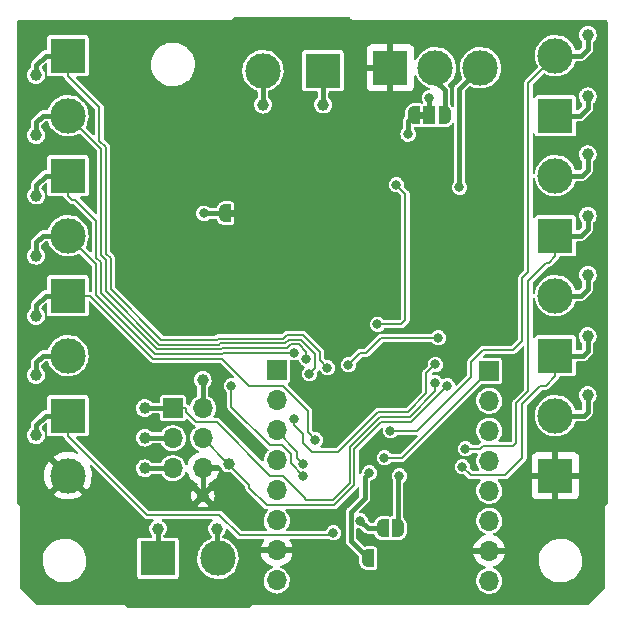
<source format=gbl>
G04 #@! TF.GenerationSoftware,KiCad,Pcbnew,6.0.9-8da3e8f707~116~ubuntu20.04.1*
G04 #@! TF.CreationDate,2023-04-24T17:25:30+00:00*
G04 #@! TF.ProjectId,LEC008011,4c454330-3038-4303-9131-2e6b69636164,rev?*
G04 #@! TF.SameCoordinates,Original*
G04 #@! TF.FileFunction,Copper,L2,Bot*
G04 #@! TF.FilePolarity,Positive*
%FSLAX46Y46*%
G04 Gerber Fmt 4.6, Leading zero omitted, Abs format (unit mm)*
G04 Created by KiCad (PCBNEW 6.0.9-8da3e8f707~116~ubuntu20.04.1) date 2023-04-24 17:25:30*
%MOMM*%
%LPD*%
G01*
G04 APERTURE LIST*
G04 Aperture macros list*
%AMFreePoly0*
4,1,22,0.550000,-0.750000,0.000000,-0.750000,0.000000,-0.745033,-0.079941,-0.743568,-0.215256,-0.701293,-0.333266,-0.622738,-0.424486,-0.514219,-0.481581,-0.384460,-0.499164,-0.250000,-0.500000,-0.250000,-0.500000,0.250000,-0.499164,0.250000,-0.499963,0.256109,-0.478152,0.396186,-0.417904,0.524511,-0.324060,0.630769,-0.204165,0.706417,-0.067858,0.745374,0.000000,0.744959,0.000000,0.750000,
0.550000,0.750000,0.550000,-0.750000,0.550000,-0.750000,$1*%
%AMFreePoly1*
4,1,20,0.000000,0.744959,0.073905,0.744508,0.209726,0.703889,0.328688,0.626782,0.421226,0.519385,0.479903,0.390333,0.500000,0.250000,0.500000,-0.250000,0.499851,-0.262216,0.476331,-0.402017,0.414519,-0.529596,0.319384,-0.634700,0.198574,-0.708877,0.061801,-0.746166,0.000000,-0.745033,0.000000,-0.750000,-0.550000,-0.750000,-0.550000,0.750000,0.000000,0.750000,0.000000,0.744959,
0.000000,0.744959,$1*%
%AMFreePoly2*
4,1,22,0.500000,-0.750000,0.000000,-0.750000,0.000000,-0.745033,-0.079941,-0.743568,-0.215256,-0.701293,-0.333266,-0.622738,-0.424486,-0.514219,-0.481581,-0.384460,-0.499164,-0.250000,-0.500000,-0.250000,-0.500000,0.250000,-0.499164,0.250000,-0.499963,0.256109,-0.478152,0.396186,-0.417904,0.524511,-0.324060,0.630769,-0.204165,0.706417,-0.067858,0.745374,0.000000,0.744959,0.000000,0.750000,
0.500000,0.750000,0.500000,-0.750000,0.500000,-0.750000,$1*%
%AMFreePoly3*
4,1,20,0.000000,0.744959,0.073905,0.744508,0.209726,0.703889,0.328688,0.626782,0.421226,0.519385,0.479903,0.390333,0.500000,0.250000,0.500000,-0.250000,0.499851,-0.262216,0.476331,-0.402017,0.414519,-0.529596,0.319384,-0.634700,0.198574,-0.708877,0.061801,-0.746166,0.000000,-0.745033,0.000000,-0.750000,-0.500000,-0.750000,-0.500000,0.750000,0.000000,0.750000,0.000000,0.744959,
0.000000,0.744959,$1*%
G04 Aperture macros list end*
G04 #@! TA.AperFunction,ComponentPad*
%ADD10R,1.700000X1.700000*%
G04 #@! TD*
G04 #@! TA.AperFunction,ComponentPad*
%ADD11O,1.700000X1.700000*%
G04 #@! TD*
G04 #@! TA.AperFunction,ComponentPad*
%ADD12R,3.000000X3.000000*%
G04 #@! TD*
G04 #@! TA.AperFunction,ComponentPad*
%ADD13C,3.000000*%
G04 #@! TD*
G04 #@! TA.AperFunction,ComponentPad*
%ADD14R,2.999740X2.999740*%
G04 #@! TD*
G04 #@! TA.AperFunction,ComponentPad*
%ADD15C,2.999740*%
G04 #@! TD*
G04 #@! TA.AperFunction,SMDPad,CuDef*
%ADD16FreePoly0,0.000000*%
G04 #@! TD*
G04 #@! TA.AperFunction,SMDPad,CuDef*
%ADD17R,1.000000X1.500000*%
G04 #@! TD*
G04 #@! TA.AperFunction,SMDPad,CuDef*
%ADD18FreePoly1,0.000000*%
G04 #@! TD*
G04 #@! TA.AperFunction,SMDPad,CuDef*
%ADD19FreePoly2,180.000000*%
G04 #@! TD*
G04 #@! TA.AperFunction,SMDPad,CuDef*
%ADD20FreePoly3,180.000000*%
G04 #@! TD*
G04 #@! TA.AperFunction,SMDPad,CuDef*
%ADD21FreePoly2,0.000000*%
G04 #@! TD*
G04 #@! TA.AperFunction,SMDPad,CuDef*
%ADD22FreePoly3,0.000000*%
G04 #@! TD*
G04 #@! TA.AperFunction,SMDPad,CuDef*
%ADD23C,1.000000*%
G04 #@! TD*
G04 #@! TA.AperFunction,ViaPad*
%ADD24C,0.800000*%
G04 #@! TD*
G04 #@! TA.AperFunction,Conductor*
%ADD25C,0.400000*%
G04 #@! TD*
G04 #@! TA.AperFunction,Conductor*
%ADD26C,0.200000*%
G04 #@! TD*
G04 APERTURE END LIST*
G04 #@! TO.C,JP1*
G36*
X104500000Y-53600000D02*
G01*
X104000000Y-53600000D01*
X104000000Y-53000000D01*
X104500000Y-53000000D01*
X104500000Y-53600000D01*
G37*
G04 #@! TO.C,JP4*
G36*
X88500000Y-61900000D02*
G01*
X88000000Y-61900000D01*
X88000000Y-61300000D01*
X88500000Y-61300000D01*
X88500000Y-61900000D01*
G37*
G04 #@! TD*
D10*
G04 #@! TO.P,J3,1,Pin_1*
G04 #@! TO.N,/MISO*
X83185000Y-78105000D03*
D11*
G04 #@! TO.P,J3,2,Pin_2*
G04 #@! TO.N,+5V*
X85725000Y-78105000D03*
G04 #@! TO.P,J3,3,Pin_3*
G04 #@! TO.N,/SCK*
X83185000Y-80645000D03*
G04 #@! TO.P,J3,4,Pin_4*
G04 #@! TO.N,/MOSI*
X85725000Y-80645000D03*
G04 #@! TO.P,J3,5,Pin_5*
G04 #@! TO.N,/RESET*
X83185000Y-83185000D03*
G04 #@! TO.P,J3,6,Pin_6*
G04 #@! TO.N,GND*
X85725000Y-83185000D03*
G04 #@! TD*
D12*
G04 #@! TO.P,J1,1,Pin_1*
G04 #@! TO.N,Net-(D1-Pad3)*
X95885000Y-49530000D03*
D13*
G04 #@! TO.P,J1,2,Pin_2*
G04 #@! TO.N,Net-(D1-Pad4)*
X90805000Y-49530000D03*
G04 #@! TD*
D12*
G04 #@! TO.P,J4,1,Pin_1*
G04 #@! TO.N,/S1*
X74295000Y-48260000D03*
D13*
G04 #@! TO.P,J4,2,Pin_2*
G04 #@! TO.N,/S2*
X74295000Y-53340000D03*
G04 #@! TD*
D12*
G04 #@! TO.P,J5,1,Pin_1*
G04 #@! TO.N,/S3*
X74295000Y-58420000D03*
D13*
G04 #@! TO.P,J5,2,Pin_2*
G04 #@! TO.N,/S4*
X74295000Y-63500000D03*
G04 #@! TD*
D12*
G04 #@! TO.P,J6,1,Pin_1*
G04 #@! TO.N,/S5*
X74295000Y-68580000D03*
D13*
G04 #@! TO.P,J6,2,Pin_2*
G04 #@! TO.N,/S6*
X74295000Y-73660000D03*
G04 #@! TD*
D12*
G04 #@! TO.P,J7,1,Pin_1*
G04 #@! TO.N,/S7*
X74295000Y-78740000D03*
D13*
G04 #@! TO.P,J7,2,Pin_2*
G04 #@! TO.N,GND*
X74295000Y-83820000D03*
G04 #@! TD*
D12*
G04 #@! TO.P,J8,1,Pin_1*
G04 #@! TO.N,/S13*
X115570000Y-53340000D03*
D13*
G04 #@! TO.P,J8,2,Pin_2*
G04 #@! TO.N,/S14*
X115570000Y-48260000D03*
G04 #@! TD*
D12*
G04 #@! TO.P,J9,1,Pin_1*
G04 #@! TO.N,/S11*
X115570000Y-63500000D03*
D13*
G04 #@! TO.P,J9,2,Pin_2*
G04 #@! TO.N,/S12*
X115570000Y-58420000D03*
G04 #@! TD*
D12*
G04 #@! TO.P,J10,1,Pin_1*
G04 #@! TO.N,/S9*
X115570000Y-73660000D03*
D13*
G04 #@! TO.P,J10,2,Pin_2*
G04 #@! TO.N,/S10*
X115570000Y-68580000D03*
G04 #@! TD*
D12*
G04 #@! TO.P,J12,1,Pin_1*
G04 #@! TO.N,/SPK+*
X81915000Y-90805000D03*
D13*
G04 #@! TO.P,J12,2,Pin_2*
G04 #@! TO.N,/SPK-*
X86995000Y-90805000D03*
G04 #@! TD*
D12*
G04 #@! TO.P,J11,1,Pin_1*
G04 #@! TO.N,GND*
X115570000Y-83820000D03*
D13*
G04 #@! TO.P,J11,2,Pin_2*
G04 #@! TO.N,/S8*
X115570000Y-78740000D03*
G04 #@! TD*
D14*
G04 #@! TO.P,J2,1,Pin_1*
G04 #@! TO.N,GND*
X101600000Y-49276000D03*
D15*
G04 #@! TO.P,J2,2,Pin_2*
G04 #@! TO.N,Net-(J2-Pad2)*
X105410000Y-49276000D03*
G04 #@! TO.P,J2,3,Pin_3*
G04 #@! TO.N,+5V*
X109220000Y-49276000D03*
G04 #@! TD*
D10*
G04 #@! TO.P,J14,1,Pin_1*
G04 #@! TO.N,+5V*
X91970000Y-74910000D03*
D11*
G04 #@! TO.P,J14,2,Pin_2*
G04 #@! TO.N,Net-(DF1-Pad2)*
X91970000Y-77450000D03*
G04 #@! TO.P,J14,3,Pin_3*
G04 #@! TO.N,/DFP_TX*
X91970000Y-79990000D03*
G04 #@! TO.P,J14,4,Pin_4*
G04 #@! TO.N,unconnected-(DF1-Pad4)*
X91970000Y-82530000D03*
G04 #@! TO.P,J14,5,Pin_5*
G04 #@! TO.N,unconnected-(DF1-Pad5)*
X91970000Y-85070000D03*
G04 #@! TO.P,J14,6,Pin_6*
G04 #@! TO.N,/SPK+*
X91970000Y-87610000D03*
G04 #@! TO.P,J14,7,Pin_7*
G04 #@! TO.N,GND*
X91970000Y-90150000D03*
G04 #@! TO.P,J14,8,Pin_8*
G04 #@! TO.N,/SPK-*
X91970000Y-92690000D03*
G04 #@! TD*
D10*
G04 #@! TO.P,J13,1,Pin_1*
G04 #@! TO.N,/DFP_BUSY*
X109960000Y-74930000D03*
D11*
G04 #@! TO.P,J13,2,Pin_2*
G04 #@! TO.N,unconnected-(DF1-Pad15)*
X109960000Y-77470000D03*
G04 #@! TO.P,J13,3,Pin_3*
G04 #@! TO.N,unconnected-(DF1-Pad14)*
X109960000Y-80010000D03*
G04 #@! TO.P,J13,4,Pin_4*
G04 #@! TO.N,unconnected-(DF1-Pad13)*
X109960000Y-82550000D03*
G04 #@! TO.P,J13,5,Pin_5*
G04 #@! TO.N,unconnected-(DF1-Pad12)*
X109960000Y-85090000D03*
G04 #@! TO.P,J13,6,Pin_6*
G04 #@! TO.N,unconnected-(DF1-Pad11)*
X109960000Y-87630000D03*
G04 #@! TO.P,J13,7,Pin_7*
G04 #@! TO.N,GND*
X109960000Y-90170000D03*
G04 #@! TO.P,J13,8,Pin_8*
G04 #@! TO.N,unconnected-(DF1-Pad9)*
X109960000Y-92710000D03*
G04 #@! TD*
D16*
G04 #@! TO.P,JP1,1,A*
G04 #@! TO.N,Net-(JP1-Pad1)*
X103600000Y-53300000D03*
D17*
G04 #@! TO.P,JP1,2,C*
G04 #@! TO.N,Net-(C8-Pad1)*
X104900000Y-53300000D03*
D18*
G04 #@! TO.P,JP1,3,B*
G04 #@! TO.N,Net-(J2-Pad2)*
X106200000Y-53300000D03*
G04 #@! TD*
D19*
G04 #@! TO.P,JP2,1,A*
G04 #@! TO.N,GND*
X100995000Y-90805000D03*
D20*
G04 #@! TO.P,JP2,2,B*
G04 #@! TO.N,Net-(JP2-Pad2)*
X99695000Y-90805000D03*
G04 #@! TD*
D21*
G04 #@! TO.P,JP3,1,A*
G04 #@! TO.N,+5V*
X100935000Y-88265000D03*
D22*
G04 #@! TO.P,JP3,2,B*
G04 #@! TO.N,Net-(JP3-Pad2)*
X102235000Y-88265000D03*
G04 #@! TD*
D23*
G04 #@! TO.P,TP1,1,1*
G04 #@! TO.N,Net-(D1-Pad4)*
X90800000Y-52400000D03*
G04 #@! TD*
D21*
G04 #@! TO.P,JP4,1,1*
G04 #@! TO.N,Net-(JP4-Pad1)*
X87600000Y-61600000D03*
D22*
G04 #@! TO.P,JP4,2,2*
G04 #@! TO.N,GND*
X88900000Y-61600000D03*
G04 #@! TD*
D23*
G04 #@! TO.P,TP2,1,1*
G04 #@! TO.N,Net-(D1-Pad3)*
X95900000Y-52400000D03*
G04 #@! TD*
G04 #@! TO.P,TP3,1,1*
G04 #@! TO.N,/RESET*
X80800000Y-83200000D03*
G04 #@! TD*
G04 #@! TO.P,TP4,1,1*
G04 #@! TO.N,/SCK*
X80800000Y-80600000D03*
G04 #@! TD*
G04 #@! TO.P,TP5,1,1*
G04 #@! TO.N,/MISO*
X80800000Y-78100000D03*
G04 #@! TD*
G04 #@! TO.P,TP6,1,1*
G04 #@! TO.N,+5V*
X85700000Y-75700000D03*
G04 #@! TD*
G04 #@! TO.P,TP7,1,1*
G04 #@! TO.N,/MOSI*
X87900000Y-82800000D03*
G04 #@! TD*
G04 #@! TO.P,TP8,1,1*
G04 #@! TO.N,GND*
X85700000Y-85500000D03*
G04 #@! TD*
G04 #@! TO.P,TP9,1,1*
G04 #@! TO.N,/S1*
X71600000Y-49900000D03*
G04 #@! TD*
G04 #@! TO.P,TP10,1,1*
G04 #@! TO.N,/S2*
X71600000Y-55000000D03*
G04 #@! TD*
G04 #@! TO.P,TP11,1,1*
G04 #@! TO.N,/S3*
X71600000Y-60100000D03*
G04 #@! TD*
G04 #@! TO.P,TP12,1,1*
G04 #@! TO.N,/S4*
X71600000Y-65200000D03*
G04 #@! TD*
G04 #@! TO.P,TP13,1,1*
G04 #@! TO.N,/S5*
X71600000Y-70300000D03*
G04 #@! TD*
G04 #@! TO.P,TP14,1,1*
G04 #@! TO.N,/S6*
X71600000Y-75300000D03*
G04 #@! TD*
G04 #@! TO.P,TP15,1,1*
G04 #@! TO.N,/S7*
X71600000Y-80400000D03*
G04 #@! TD*
G04 #@! TO.P,TP16,1,1*
G04 #@! TO.N,/S8*
X118300000Y-77000000D03*
G04 #@! TD*
G04 #@! TO.P,TP17,1,1*
G04 #@! TO.N,/S9*
X118300000Y-72000000D03*
G04 #@! TD*
G04 #@! TO.P,TP18,1,1*
G04 #@! TO.N,/S10*
X118300000Y-66800000D03*
G04 #@! TD*
G04 #@! TO.P,TP19,1,1*
G04 #@! TO.N,/S11*
X118300000Y-61800000D03*
G04 #@! TD*
G04 #@! TO.P,TP20,1,1*
G04 #@! TO.N,/S12*
X118300000Y-56600000D03*
G04 #@! TD*
G04 #@! TO.P,TP21,1,1*
G04 #@! TO.N,/S13*
X118300000Y-51700000D03*
G04 #@! TD*
G04 #@! TO.P,TP22,1,1*
G04 #@! TO.N,/S14*
X118300000Y-46500000D03*
G04 #@! TD*
G04 #@! TO.P,TP23,1,1*
G04 #@! TO.N,/SPK+*
X81900000Y-88300000D03*
G04 #@! TD*
G04 #@! TO.P,TP24,1,1*
G04 #@! TO.N,/SPK-*
X86900000Y-88300000D03*
G04 #@! TD*
D24*
G04 #@! TO.N,GND*
X111760000Y-88900000D03*
X76200000Y-50800000D03*
X111760000Y-60960000D03*
X111760000Y-91440000D03*
X76200000Y-71120000D03*
X111760000Y-53340000D03*
X78740000Y-91440000D03*
X114300000Y-71120000D03*
X78740000Y-55880000D03*
X101600000Y-81280000D03*
X78740000Y-63500000D03*
X78740000Y-53340000D03*
X78740000Y-73660000D03*
X88900000Y-58420000D03*
X109220000Y-60960000D03*
X114300000Y-81280000D03*
X91440000Y-58420000D03*
X83820000Y-53340000D03*
X83820000Y-68580000D03*
X101600000Y-53340000D03*
X86360000Y-53340000D03*
X111760000Y-93980000D03*
X99060000Y-68580000D03*
X99060000Y-66040000D03*
X78740000Y-58420000D03*
X114300000Y-60960000D03*
X93980000Y-91440000D03*
X106680000Y-86360000D03*
X78740000Y-76200000D03*
X93980000Y-93980000D03*
X111760000Y-55880000D03*
X78740000Y-93980000D03*
X106680000Y-93980000D03*
X106680000Y-88900000D03*
X81280000Y-53340000D03*
X101600000Y-55880000D03*
X104140000Y-91440000D03*
X78740000Y-50800000D03*
X76200000Y-81280000D03*
X106680000Y-91440000D03*
X87630000Y-78486000D03*
X78740000Y-48260000D03*
X73660000Y-60960000D03*
X83820000Y-66040000D03*
X73660000Y-71120000D03*
X116840000Y-71120000D03*
X96520000Y-58420000D03*
X116840000Y-60960000D03*
X111760000Y-58420000D03*
X104140000Y-93980000D03*
X96520000Y-91440000D03*
X101600000Y-93980000D03*
X99060000Y-93980000D03*
X78740000Y-81280000D03*
X78740000Y-88900000D03*
X109220000Y-53340000D03*
X73660000Y-50800000D03*
X88900000Y-55880000D03*
X116840000Y-81280000D03*
X96520000Y-93980000D03*
X73660000Y-81280000D03*
X96520000Y-76200000D03*
X78740000Y-78740000D03*
G04 #@! TO.N,+5V*
X99060000Y-87630000D03*
X107442000Y-59400000D03*
X100500000Y-71000000D03*
X102108000Y-59182000D03*
G04 #@! TO.N,/SCK*
X93472000Y-78994000D03*
X105391500Y-74403500D03*
G04 #@! TO.N,/DFP_BUSY*
X101092000Y-82296000D03*
G04 #@! TO.N,/DFP_TX*
X94234000Y-82804000D03*
G04 #@! TO.N,/DFP_RX*
X88138000Y-76200000D03*
X94234000Y-83820000D03*
G04 #@! TO.N,/MOSI*
X106426000Y-76200000D03*
G04 #@! TO.N,/MISO*
X105410000Y-75946000D03*
G04 #@! TO.N,/S2*
X94742000Y-75184000D03*
G04 #@! TO.N,/S1*
X96266000Y-74676000D03*
G04 #@! TO.N,/S4*
X93472000Y-73406000D03*
G04 #@! TO.N,/S3*
X94488000Y-73914000D03*
G04 #@! TO.N,/S5*
X95250000Y-80772000D03*
G04 #@! TO.N,/S7*
X96774000Y-88646000D03*
G04 #@! TO.N,/S14*
X101600000Y-80010000D03*
G04 #@! TO.N,/S11*
X107950000Y-81534000D03*
G04 #@! TO.N,/S9*
X107696000Y-83058000D03*
G04 #@! TO.N,Net-(JP1-Pad1)*
X103100000Y-54900000D03*
G04 #@! TO.N,Net-(JP2-Pad2)*
X99822000Y-83566000D03*
G04 #@! TO.N,Net-(JP3-Pad2)*
X102362000Y-83820000D03*
G04 #@! TO.N,Net-(JP4-Pad1)*
X85800000Y-61600000D03*
G04 #@! TO.N,Net-(C8-Pad1)*
X98044000Y-74422000D03*
X105664000Y-72136000D03*
X104900000Y-51800000D03*
G04 #@! TD*
D25*
G04 #@! TO.N,GND*
X85700000Y-83210000D02*
X85725000Y-83185000D01*
X85700000Y-85500000D02*
X85700000Y-83210000D01*
G04 #@! TO.N,+5V*
X100935000Y-88265000D02*
X99695000Y-88265000D01*
D26*
X102870000Y-70630000D02*
X102500000Y-71000000D01*
D25*
X99695000Y-88265000D02*
X99060000Y-87630000D01*
X85700000Y-75700000D02*
X85700000Y-78080000D01*
X85700000Y-78080000D02*
X85725000Y-78105000D01*
D26*
X102870000Y-59944000D02*
X102870000Y-70630000D01*
X102108000Y-59182000D02*
X102870000Y-59944000D01*
X102500000Y-71000000D02*
X100500000Y-71000000D01*
D25*
X107442000Y-59400000D02*
X107442000Y-51054000D01*
X107442000Y-51054000D02*
X109220000Y-49276000D01*
G04 #@! TO.N,/RESET*
X83170000Y-83200000D02*
X83185000Y-83185000D01*
X80800000Y-83200000D02*
X83170000Y-83200000D01*
D26*
G04 #@! TO.N,/SCK*
X93472000Y-79559685D02*
X94234000Y-80321685D01*
X94996000Y-81788000D02*
X97166603Y-81788000D01*
X94234000Y-80321685D02*
X94234000Y-81026000D01*
X104648000Y-75147000D02*
X105391500Y-74403500D01*
X93472000Y-78994000D02*
X93472000Y-79559685D01*
X94234000Y-81026000D02*
X94996000Y-81788000D01*
X104648000Y-76846604D02*
X104648000Y-75147000D01*
X100506622Y-78447980D02*
X103046624Y-78447980D01*
D25*
X83140000Y-80600000D02*
X83185000Y-80645000D01*
D26*
X103046624Y-78447980D02*
X104648000Y-76846604D01*
D25*
X80800000Y-80600000D02*
X83140000Y-80600000D01*
D26*
X97166603Y-81788000D02*
X100506622Y-78447980D01*
G04 #@! TO.N,/DFP_BUSY*
X101092000Y-82296000D02*
X102599000Y-82296000D01*
X102599000Y-82296000D02*
X109965000Y-74930000D01*
D25*
G04 #@! TO.N,/SPK-*
X86900000Y-88300000D02*
X86900000Y-90710000D01*
X86900000Y-90710000D02*
X86995000Y-90805000D01*
G04 #@! TO.N,/SPK+*
X81900000Y-90790000D02*
X81915000Y-90805000D01*
X81900000Y-88300000D02*
X81900000Y-90790000D01*
D26*
G04 #@! TO.N,/DFP_TX*
X94234000Y-82804000D02*
X93726000Y-82296000D01*
X93726000Y-81771000D02*
X91965000Y-80010000D01*
X93726000Y-82296000D02*
X93726000Y-81771000D01*
G04 #@! TO.N,/DFP_RX*
X91370001Y-81210001D02*
X88138000Y-77978000D01*
X88138000Y-77978000D02*
X88138000Y-76200000D01*
X92401003Y-81210001D02*
X91370001Y-81210001D01*
X93165001Y-82751001D02*
X93165001Y-81973999D01*
X93165001Y-81973999D02*
X92401003Y-81210001D01*
X94234000Y-83820000D02*
X93165001Y-82751001D01*
D25*
G04 #@! TO.N,Net-(J2-Pad2)*
X105410000Y-50410000D02*
X106200000Y-51200000D01*
X105410000Y-49276000D02*
X105410000Y-50410000D01*
X106200000Y-51200000D02*
X106200000Y-53300000D01*
D26*
G04 #@! TO.N,/MOSI*
X96843999Y-86290001D02*
X98552000Y-84582000D01*
X91116001Y-86290001D02*
X96843999Y-86290001D01*
X103378000Y-79248000D02*
X106426000Y-76200000D01*
X89662000Y-84582000D02*
X89662000Y-84836000D01*
X98552000Y-84582000D02*
X98552000Y-81534000D01*
X87884000Y-82804000D02*
X89408000Y-84328000D01*
X100838000Y-79248000D02*
X103378000Y-79248000D01*
X98552000Y-81534000D02*
X100838000Y-79248000D01*
X85725000Y-80645000D02*
X87884000Y-82804000D01*
X89662000Y-84836000D02*
X91116001Y-86290001D01*
X89408000Y-84328000D02*
X89662000Y-84582000D01*
G04 #@! TO.N,/MISO*
X84328000Y-78410002D02*
X85172999Y-79255001D01*
X103212312Y-78847990D02*
X105410000Y-76650302D01*
X96716302Y-85852000D02*
X98151990Y-84416312D01*
D25*
X83180000Y-78100000D02*
X83185000Y-78105000D01*
D26*
X92471002Y-83820000D02*
X94249002Y-85598000D01*
X91440000Y-83820000D02*
X92471002Y-83820000D01*
X100672311Y-78847990D02*
X103212312Y-78847990D01*
D25*
X80800000Y-78100000D02*
X83180000Y-78100000D01*
D26*
X83185000Y-78105000D02*
X84235000Y-78105000D01*
X84328000Y-78198000D02*
X84328000Y-78410002D01*
X98151990Y-84416312D02*
X98151990Y-81368311D01*
X94488000Y-85852000D02*
X96716302Y-85852000D01*
X84235000Y-78105000D02*
X84328000Y-78198000D01*
X86875001Y-79255001D02*
X91440000Y-83820000D01*
X94249002Y-85613002D02*
X94488000Y-85852000D01*
X94249002Y-85598000D02*
X94249002Y-85613002D01*
X105410000Y-76650302D02*
X105410000Y-75946000D01*
X85172999Y-79255001D02*
X86875001Y-79255001D01*
X98151990Y-81368311D02*
X100437990Y-79082311D01*
X100437990Y-79082311D02*
X100672311Y-78847990D01*
G04 #@! TO.N,/S2*
X94457384Y-72752001D02*
X94011373Y-72305989D01*
X87152612Y-72605980D02*
X87044622Y-72713970D01*
D25*
X72173680Y-53340000D02*
X74295000Y-53340000D01*
D26*
X95250000Y-73544617D02*
X95250000Y-74676000D01*
D25*
X71600000Y-55000000D02*
X71600000Y-53913680D01*
X71600000Y-53913680D02*
X72173680Y-53340000D01*
D26*
X77108010Y-56153010D02*
X74295000Y-53340000D01*
X87044622Y-72713970D02*
X82031064Y-72713970D01*
X94457384Y-72752001D02*
X95250000Y-73544617D01*
X94011373Y-72305989D02*
X92990312Y-72305989D01*
X77508020Y-68190926D02*
X77508020Y-65570020D01*
X77108010Y-65170010D02*
X77108010Y-56153010D01*
X77508020Y-65570020D02*
X77108010Y-65170010D01*
X95250000Y-74676000D02*
X94742000Y-75184000D01*
X82031064Y-72713970D02*
X77508020Y-68190926D01*
X92990312Y-72305989D02*
X92690322Y-72605980D01*
X92690322Y-72605980D02*
X87152612Y-72605980D01*
G04 #@! TO.N,/S1*
X94177062Y-71905979D02*
X95650010Y-73378928D01*
X77527698Y-56007000D02*
X76962000Y-55441302D01*
X86878933Y-72313960D02*
X82196752Y-72313960D01*
X77908030Y-68025238D02*
X77908030Y-65404331D01*
D25*
X72395000Y-48260000D02*
X74295000Y-48260000D01*
D26*
X86986923Y-72205970D02*
X86878933Y-72313960D01*
X82196752Y-72313960D02*
X77908030Y-68025238D01*
X76962000Y-55441302D02*
X76962000Y-52627000D01*
D25*
X71600000Y-49900000D02*
X71600000Y-49055000D01*
D26*
X92524632Y-72205970D02*
X92824623Y-71905979D01*
X74295000Y-49960000D02*
X74295000Y-48260000D01*
X77527698Y-65024000D02*
X77527698Y-56007000D01*
X92524632Y-72205970D02*
X86986923Y-72205970D01*
X95650010Y-74060010D02*
X96266000Y-74676000D01*
D25*
X71600000Y-49055000D02*
X72395000Y-48260000D01*
D26*
X76962000Y-52627000D02*
X74295000Y-49960000D01*
X77908030Y-65404331D02*
X77527698Y-65024000D01*
X92824623Y-71905979D02*
X94177062Y-71905979D01*
X95650010Y-73378928D02*
X95650010Y-74060010D01*
D25*
G04 #@! TO.N,/S4*
X72173680Y-63500000D02*
X74295000Y-63500000D01*
D26*
X76708000Y-65913000D02*
X74295000Y-63500000D01*
D25*
X71600000Y-65200000D02*
X71600000Y-64073680D01*
D26*
X81699688Y-73513990D02*
X76708000Y-68522302D01*
X87376000Y-73513990D02*
X81699688Y-73513990D01*
X87483990Y-73406000D02*
X87376000Y-73513990D01*
X76708000Y-68522302D02*
X76708000Y-65913000D01*
D25*
X71600000Y-64073680D02*
X72173680Y-63500000D01*
D26*
X93472000Y-73406000D02*
X87483990Y-73406000D01*
G04 #@! TO.N,/S3*
X92856010Y-73005990D02*
X87318301Y-73005990D01*
X77108010Y-68356614D02*
X77108010Y-65747311D01*
X94488000Y-73348315D02*
X93845684Y-72705999D01*
X76708000Y-65347301D02*
X76708000Y-62230000D01*
X76708000Y-62230000D02*
X74930000Y-60452000D01*
D25*
X71600000Y-60100000D02*
X71600000Y-59215000D01*
D26*
X94488000Y-73914000D02*
X94488000Y-73348315D01*
X74627000Y-60452000D02*
X74295000Y-60120000D01*
X77108010Y-65747311D02*
X76708000Y-65347301D01*
X74930000Y-60452000D02*
X74627000Y-60452000D01*
X87210311Y-73113980D02*
X81865376Y-73113980D01*
X81865376Y-73113980D02*
X77108010Y-68356614D01*
D25*
X72395000Y-58420000D02*
X74295000Y-58420000D01*
D26*
X87318301Y-73005990D02*
X87210311Y-73113980D01*
D25*
X71600000Y-59215000D02*
X72395000Y-58420000D01*
D26*
X93845684Y-72705999D02*
X93156001Y-72705999D01*
X74295000Y-60120000D02*
X74295000Y-58420000D01*
X93156001Y-72705999D02*
X92856010Y-73005990D01*
D25*
G04 #@! TO.N,/S6*
X71600000Y-75300000D02*
X71600000Y-74233680D01*
X71600000Y-74233680D02*
X72173680Y-73660000D01*
X72173680Y-73660000D02*
X74295000Y-73660000D01*
D26*
G04 #@! TO.N,/S5*
X81534000Y-73914000D02*
X76200000Y-68580000D01*
X94634010Y-78363008D02*
X92471002Y-76200000D01*
D25*
X72395000Y-68580000D02*
X74295000Y-68580000D01*
D26*
X92471002Y-76200000D02*
X89662000Y-76200000D01*
X87376000Y-73914000D02*
X81534000Y-73914000D01*
D25*
X71600000Y-69375000D02*
X72395000Y-68580000D01*
D26*
X95250000Y-80772000D02*
X94634010Y-80156010D01*
D25*
X71600000Y-70300000D02*
X71600000Y-69375000D01*
D26*
X76200000Y-68580000D02*
X74295000Y-68580000D01*
X89662000Y-76200000D02*
X87376000Y-73914000D01*
X94634010Y-80156010D02*
X94634010Y-78363008D01*
G04 #@! TO.N,/S7*
X80977000Y-87122000D02*
X87122000Y-87122000D01*
X87122000Y-87122000D02*
X88830001Y-88830001D01*
D25*
X71600000Y-79535000D02*
X72395000Y-78740000D01*
X72395000Y-78740000D02*
X74295000Y-78740000D01*
D26*
X88830001Y-88830001D02*
X96589999Y-88830001D01*
D25*
X71600000Y-80400000D02*
X71600000Y-79535000D01*
D26*
X74295000Y-78740000D02*
X74295000Y-80440000D01*
X96589999Y-88830001D02*
X96774000Y-88646000D01*
X74295000Y-80440000D02*
X80977000Y-87122000D01*
G04 #@! TO.N,/S14*
X101600000Y-80010000D02*
X103886000Y-80010000D01*
D25*
X118300000Y-47700000D02*
X117740000Y-48260000D01*
D26*
X112776000Y-72390000D02*
X112776000Y-67056000D01*
X112776000Y-67056000D02*
X113284000Y-66548000D01*
X113284000Y-50546000D02*
X115570000Y-48260000D01*
X108458000Y-74168000D02*
X109474000Y-73152000D01*
X109474000Y-73152000D02*
X112014000Y-73152000D01*
D25*
X117740000Y-48260000D02*
X115570000Y-48260000D01*
D26*
X108458000Y-75438000D02*
X108458000Y-74168000D01*
X113284000Y-66548000D02*
X113284000Y-50546000D01*
D25*
X118300000Y-46500000D02*
X118300000Y-47700000D01*
D26*
X103886000Y-80010000D02*
X108458000Y-75438000D01*
X112014000Y-73152000D02*
X112776000Y-72390000D01*
D25*
G04 #@! TO.N,/S13*
X118300000Y-52700000D02*
X117660000Y-53340000D01*
X118300000Y-51700000D02*
X118300000Y-52700000D01*
X117660000Y-53340000D02*
X115570000Y-53340000D01*
G04 #@! TO.N,/S12*
X118300000Y-57900000D02*
X117780000Y-58420000D01*
X117780000Y-58420000D02*
X115570000Y-58420000D01*
X118300000Y-56600000D02*
X118300000Y-57900000D01*
D26*
G04 #@! TO.N,/S11*
X107950000Y-81534000D02*
X109204998Y-81534000D01*
X114984000Y-65786000D02*
X115570000Y-65200000D01*
X113284000Y-67310000D02*
X114808000Y-65786000D01*
X109204998Y-81534000D02*
X109458998Y-81280000D01*
X114808000Y-65786000D02*
X114984000Y-65786000D01*
D25*
X118300000Y-62900000D02*
X117700000Y-63500000D01*
D26*
X115570000Y-65200000D02*
X115570000Y-63500000D01*
X112268000Y-77666301D02*
X113284000Y-76650301D01*
X112014000Y-81280000D02*
X112268000Y-81026000D01*
X109458998Y-81280000D02*
X112014000Y-81280000D01*
X113284000Y-76650301D02*
X113284000Y-67310000D01*
D25*
X117700000Y-63500000D02*
X115570000Y-63500000D01*
X118300000Y-61800000D02*
X118300000Y-62900000D01*
D26*
X112268000Y-81026000D02*
X112268000Y-77666301D01*
D25*
G04 #@! TO.N,/S10*
X118300000Y-68000000D02*
X117720000Y-68580000D01*
X117720000Y-68580000D02*
X115570000Y-68580000D01*
X118300000Y-66800000D02*
X118300000Y-68000000D01*
G04 #@! TO.N,/S9*
X118300000Y-73300000D02*
X117940000Y-73660000D01*
D26*
X108388001Y-83750001D02*
X111321999Y-83750001D01*
X114300000Y-76200000D02*
X114730000Y-76200000D01*
X112776000Y-77724000D02*
X114300000Y-76200000D01*
D25*
X118300000Y-72000000D02*
X118300000Y-73300000D01*
D26*
X111321999Y-83750001D02*
X112776000Y-82296000D01*
X114730000Y-76200000D02*
X115570000Y-75360000D01*
D25*
X117940000Y-73660000D02*
X115570000Y-73660000D01*
D26*
X107696000Y-83058000D02*
X108388001Y-83750001D01*
X115570000Y-75360000D02*
X115570000Y-73660000D01*
X112776000Y-82296000D02*
X112776000Y-77724000D01*
D25*
G04 #@! TO.N,/S8*
X118300000Y-78400000D02*
X117960000Y-78740000D01*
X118300000Y-77000000D02*
X118300000Y-78400000D01*
X117960000Y-78740000D02*
X115570000Y-78740000D01*
G04 #@! TO.N,Net-(JP1-Pad1)*
X103100000Y-53800000D02*
X103600000Y-53300000D01*
X103100000Y-54900000D02*
X103100000Y-53800000D01*
G04 #@! TO.N,Net-(JP2-Pad2)*
X99422001Y-85743999D02*
X99422001Y-83965999D01*
X98259999Y-89369999D02*
X98259999Y-86906001D01*
X99695000Y-90805000D02*
X98259999Y-89369999D01*
X98259999Y-86906001D02*
X99422001Y-85743999D01*
X99422001Y-83965999D02*
X99822000Y-83566000D01*
G04 #@! TO.N,Net-(JP3-Pad2)*
X102235000Y-83947000D02*
X102362000Y-83820000D01*
X102235000Y-88265000D02*
X102235000Y-83947000D01*
G04 #@! TO.N,Net-(JP4-Pad1)*
X87600000Y-61600000D02*
X85800000Y-61600000D01*
D26*
G04 #@! TO.N,Net-(C8-Pad1)*
X105664000Y-72136000D02*
X101600000Y-72136000D01*
X99568000Y-73406000D02*
X99060000Y-73406000D01*
X100838000Y-72136000D02*
X99568000Y-73406000D01*
X99060000Y-73406000D02*
X98044000Y-74422000D01*
X101600000Y-72136000D02*
X100838000Y-72136000D01*
D25*
X104900000Y-53300000D02*
X104900000Y-51800000D01*
G04 #@! TO.N,Net-(D1-Pad4)*
X90800000Y-49535000D02*
X90805000Y-49530000D01*
X90800000Y-52400000D02*
X90800000Y-49535000D01*
G04 #@! TO.N,Net-(D1-Pad3)*
X95900000Y-49545000D02*
X95885000Y-49530000D01*
X95900000Y-52400000D02*
X95900000Y-49545000D01*
G04 #@! TD*
G04 #@! TA.AperFunction,Conductor*
G04 #@! TO.N,GND*
G36*
X98162923Y-45018907D02*
G01*
X98174736Y-45028996D01*
X98298527Y-45152787D01*
X98310839Y-45167790D01*
X98319399Y-45180601D01*
X98327508Y-45186019D01*
X98372461Y-45216055D01*
X98372463Y-45216058D01*
X98372464Y-45216057D01*
X98402259Y-45235966D01*
X98500000Y-45255408D01*
X98515112Y-45252402D01*
X98534426Y-45250500D01*
X119855232Y-45250500D01*
X119913423Y-45269407D01*
X119925236Y-45279496D01*
X119971004Y-45325264D01*
X119998781Y-45379781D01*
X120000000Y-45395268D01*
X120000000Y-86104732D01*
X119981093Y-86162923D01*
X119971004Y-86174736D01*
X119847213Y-86298527D01*
X119832210Y-86310839D01*
X119819399Y-86319399D01*
X119790894Y-86362061D01*
X119764034Y-86402259D01*
X119762132Y-86411822D01*
X119762131Y-86411824D01*
X119755407Y-86445630D01*
X119744592Y-86500000D01*
X119746494Y-86509562D01*
X119747598Y-86515112D01*
X119749500Y-86534426D01*
X119749500Y-93355232D01*
X119730593Y-93413423D01*
X119720504Y-93425236D01*
X118425236Y-94720504D01*
X118370719Y-94748281D01*
X118355232Y-94749500D01*
X90034426Y-94749500D01*
X90015112Y-94747598D01*
X90009562Y-94746494D01*
X90000000Y-94744592D01*
X89902259Y-94764034D01*
X89872464Y-94783943D01*
X89872464Y-94783942D01*
X89872461Y-94783945D01*
X89819399Y-94819399D01*
X89813983Y-94827505D01*
X89813982Y-94827506D01*
X89810839Y-94832210D01*
X89798527Y-94847213D01*
X89674736Y-94971004D01*
X89620219Y-94998781D01*
X89604732Y-95000000D01*
X79395268Y-95000000D01*
X79337077Y-94981093D01*
X79325264Y-94971004D01*
X79201473Y-94847213D01*
X79189161Y-94832210D01*
X79186018Y-94827506D01*
X79186017Y-94827505D01*
X79180601Y-94819399D01*
X79127539Y-94783945D01*
X79127537Y-94783942D01*
X79127536Y-94783943D01*
X79097741Y-94764034D01*
X79000000Y-94744592D01*
X78990438Y-94746494D01*
X78984888Y-94747598D01*
X78965574Y-94749500D01*
X71644768Y-94749500D01*
X71586577Y-94730593D01*
X71574764Y-94720504D01*
X70279496Y-93425236D01*
X70251719Y-93370719D01*
X70250500Y-93355232D01*
X70250500Y-91042095D01*
X72145028Y-91042095D01*
X72145368Y-91045657D01*
X72145368Y-91045664D01*
X72170177Y-91305691D01*
X72170534Y-91309431D01*
X72234364Y-91570285D01*
X72235710Y-91573608D01*
X72331812Y-91810871D01*
X72335182Y-91819192D01*
X72336993Y-91822285D01*
X72336994Y-91822287D01*
X72358109Y-91858348D01*
X72470875Y-92050938D01*
X72473110Y-92053733D01*
X72473113Y-92053737D01*
X72519767Y-92112075D01*
X72638601Y-92260669D01*
X72747146Y-92362066D01*
X72801781Y-92413103D01*
X72834846Y-92443991D01*
X73055499Y-92597064D01*
X73175101Y-92656565D01*
X73292723Y-92715081D01*
X73292728Y-92715083D01*
X73295938Y-92716680D01*
X73299349Y-92717798D01*
X73299351Y-92717799D01*
X73547721Y-92799219D01*
X73547724Y-92799220D01*
X73551126Y-92800335D01*
X73815717Y-92846276D01*
X73864761Y-92848717D01*
X73899335Y-92850439D01*
X73899348Y-92850439D01*
X73900567Y-92850500D01*
X74068223Y-92850500D01*
X74267846Y-92836016D01*
X74530080Y-92778120D01*
X74533429Y-92776851D01*
X74533433Y-92776850D01*
X74635087Y-92738337D01*
X74781211Y-92682975D01*
X74935879Y-92597064D01*
X75012837Y-92554318D01*
X75012841Y-92554315D01*
X75015976Y-92552574D01*
X75021395Y-92548439D01*
X75226607Y-92391826D01*
X75226609Y-92391825D01*
X75229458Y-92389650D01*
X75417185Y-92197614D01*
X75575225Y-91980491D01*
X75578586Y-91974104D01*
X75698595Y-91746002D01*
X75700265Y-91742828D01*
X75766594Y-91555000D01*
X75788491Y-91492993D01*
X75788491Y-91492991D01*
X75789688Y-91489603D01*
X75791419Y-91480824D01*
X75840925Y-91229648D01*
X75841620Y-91226122D01*
X75854972Y-90957905D01*
X75854632Y-90954343D01*
X75854632Y-90954336D01*
X75829807Y-90694139D01*
X75829806Y-90694134D01*
X75829466Y-90690569D01*
X75765636Y-90429715D01*
X75664818Y-90180808D01*
X75589807Y-90052698D01*
X75530936Y-89952155D01*
X75529125Y-89949062D01*
X75501964Y-89915098D01*
X75363634Y-89742126D01*
X75361399Y-89739331D01*
X75165154Y-89556009D01*
X74944501Y-89402936D01*
X74809099Y-89335575D01*
X74707277Y-89284919D01*
X74707272Y-89284917D01*
X74704062Y-89283320D01*
X74694929Y-89280326D01*
X74452279Y-89200781D01*
X74452276Y-89200780D01*
X74448874Y-89199665D01*
X74184283Y-89153724D01*
X74135239Y-89151283D01*
X74100665Y-89149561D01*
X74100652Y-89149561D01*
X74099433Y-89149500D01*
X73931777Y-89149500D01*
X73732154Y-89163984D01*
X73469920Y-89221880D01*
X73466571Y-89223149D01*
X73466567Y-89223150D01*
X73376085Y-89257431D01*
X73218789Y-89317025D01*
X73097656Y-89384309D01*
X72987163Y-89445682D01*
X72987159Y-89445685D01*
X72984024Y-89447426D01*
X72981174Y-89449601D01*
X72981171Y-89449603D01*
X72821619Y-89571369D01*
X72770542Y-89610350D01*
X72582815Y-89802386D01*
X72424775Y-90019509D01*
X72299735Y-90257172D01*
X72298539Y-90260559D01*
X72215179Y-90496616D01*
X72210312Y-90510397D01*
X72209618Y-90513919D01*
X72209617Y-90513922D01*
X72170534Y-90712216D01*
X72158380Y-90773878D01*
X72145028Y-91042095D01*
X70250500Y-91042095D01*
X70250500Y-86534426D01*
X70252402Y-86515112D01*
X70253506Y-86509562D01*
X70255408Y-86500000D01*
X70244593Y-86445630D01*
X70237869Y-86411824D01*
X70237868Y-86411822D01*
X70235966Y-86402259D01*
X70209106Y-86362061D01*
X70180601Y-86319399D01*
X70167790Y-86310839D01*
X70152787Y-86298527D01*
X70028996Y-86174736D01*
X70001219Y-86120219D01*
X70000000Y-86104732D01*
X70000000Y-85409909D01*
X73070130Y-85409909D01*
X73070584Y-85412780D01*
X73072779Y-85415534D01*
X73109388Y-85446144D01*
X73114823Y-85450092D01*
X73341040Y-85591997D01*
X73346976Y-85595181D01*
X73590363Y-85705074D01*
X73596661Y-85707417D01*
X73852718Y-85783264D01*
X73859270Y-85784729D01*
X74123248Y-85825123D01*
X74129954Y-85825686D01*
X74396973Y-85829881D01*
X74403677Y-85829530D01*
X74668789Y-85797448D01*
X74675412Y-85796184D01*
X74933707Y-85728421D01*
X74940077Y-85726278D01*
X75186805Y-85624080D01*
X75192822Y-85621093D01*
X75423394Y-85486357D01*
X75428949Y-85482582D01*
X75511572Y-85417797D01*
X75519012Y-85406726D01*
X75518936Y-85404653D01*
X75516277Y-85400487D01*
X74306086Y-84190296D01*
X74294203Y-84184242D01*
X74289172Y-84185038D01*
X73076184Y-85398026D01*
X73070130Y-85409909D01*
X70000000Y-85409909D01*
X70000000Y-83802293D01*
X72282612Y-83802293D01*
X72297985Y-84068897D01*
X72298827Y-84075560D01*
X72350239Y-84337611D01*
X72351981Y-84344113D01*
X72438484Y-84596769D01*
X72441084Y-84602955D01*
X72561077Y-84841535D01*
X72564503Y-84847326D01*
X72695727Y-85038257D01*
X72706310Y-85046379D01*
X72706706Y-85046389D01*
X72713358Y-85042432D01*
X73924704Y-83831086D01*
X73930758Y-83819203D01*
X73929962Y-83814172D01*
X72717088Y-82601298D01*
X72705205Y-82595244D01*
X72704258Y-82595394D01*
X72699090Y-82599832D01*
X72586398Y-82756658D01*
X72582849Y-82762383D01*
X72457893Y-82998382D01*
X72455153Y-83004536D01*
X72363384Y-83255311D01*
X72361507Y-83261772D01*
X72304617Y-83522685D01*
X72303635Y-83529337D01*
X72282683Y-83795560D01*
X72282612Y-83802293D01*
X70000000Y-83802293D01*
X70000000Y-80389455D01*
X70844825Y-80389455D01*
X70861255Y-80557025D01*
X70914402Y-80716791D01*
X70917267Y-80721522D01*
X70917269Y-80721526D01*
X70998755Y-80856075D01*
X71001624Y-80860812D01*
X71005472Y-80864797D01*
X71005473Y-80864798D01*
X71029120Y-80889285D01*
X71118586Y-80981929D01*
X71173777Y-81018045D01*
X71223373Y-81050500D01*
X71259475Y-81074125D01*
X71264662Y-81076054D01*
X71412096Y-81130884D01*
X71412098Y-81130884D01*
X71417289Y-81132815D01*
X71422781Y-81133548D01*
X71422782Y-81133548D01*
X71533353Y-81148301D01*
X71584183Y-81155083D01*
X71589689Y-81154582D01*
X71589691Y-81154582D01*
X71746353Y-81140325D01*
X71746357Y-81140324D01*
X71751864Y-81139823D01*
X71757125Y-81138114D01*
X71757128Y-81138113D01*
X71873159Y-81100412D01*
X71911997Y-81087793D01*
X72056623Y-81001578D01*
X72060632Y-80997760D01*
X72060635Y-80997758D01*
X72125811Y-80935691D01*
X72178554Y-80885465D01*
X72181642Y-80880818D01*
X72268668Y-80749833D01*
X72271731Y-80745223D01*
X72311892Y-80639497D01*
X72329556Y-80592997D01*
X72329557Y-80592994D01*
X72331521Y-80587823D01*
X72336023Y-80555795D01*
X72346075Y-80484268D01*
X72354955Y-80421088D01*
X72355249Y-80400000D01*
X72354684Y-80394958D01*
X72345428Y-80312444D01*
X72336481Y-80232676D01*
X72281108Y-80073668D01*
X72242203Y-80011406D01*
X72194815Y-79935569D01*
X72194813Y-79935567D01*
X72191884Y-79930879D01*
X72086681Y-79824939D01*
X72059094Y-79770328D01*
X72068877Y-79709930D01*
X72086925Y-79685178D01*
X72375496Y-79396607D01*
X72430013Y-79368830D01*
X72490445Y-79378401D01*
X72533710Y-79421666D01*
X72544500Y-79466611D01*
X72544500Y-80264674D01*
X72559034Y-80337740D01*
X72614399Y-80420601D01*
X72697260Y-80475966D01*
X72770326Y-80490500D01*
X73867367Y-80490500D01*
X73925558Y-80509407D01*
X73958667Y-80554232D01*
X73958812Y-80555103D01*
X73981505Y-80597160D01*
X73983605Y-80601283D01*
X74001580Y-80638717D01*
X74001582Y-80638721D01*
X74004274Y-80644326D01*
X74007592Y-80648274D01*
X74009100Y-80649782D01*
X74010282Y-80651071D01*
X74011148Y-80652097D01*
X74014222Y-80657794D01*
X74020227Y-80663345D01*
X74020231Y-80663350D01*
X74051018Y-80691809D01*
X74053821Y-80694503D01*
X75154996Y-81795678D01*
X75182773Y-81850195D01*
X75173202Y-81910627D01*
X75129937Y-81953892D01*
X75069505Y-81963463D01*
X75045199Y-81956333D01*
X74979858Y-81927650D01*
X74973531Y-81925373D01*
X74716714Y-81852216D01*
X74710115Y-81850814D01*
X74445750Y-81813189D01*
X74439034Y-81812695D01*
X74171982Y-81811298D01*
X74165288Y-81811719D01*
X73900528Y-81846575D01*
X73893915Y-81847908D01*
X73636351Y-81918370D01*
X73629985Y-81920587D01*
X73384366Y-82025352D01*
X73378358Y-82028413D01*
X73149225Y-82165547D01*
X73143697Y-82169389D01*
X73078150Y-82221901D01*
X73070828Y-82233048D01*
X73070939Y-82235398D01*
X73073364Y-82239154D01*
X75872456Y-85038246D01*
X75884339Y-85044300D01*
X75885560Y-85044107D01*
X75890402Y-85039993D01*
X75992377Y-84901170D01*
X75995979Y-84895495D01*
X76123403Y-84660808D01*
X76126204Y-84654690D01*
X76220599Y-84404882D01*
X76222541Y-84398447D01*
X76282158Y-84138145D01*
X76283212Y-84131493D01*
X76307079Y-83864079D01*
X76307271Y-83860222D01*
X76307672Y-83821937D01*
X76307560Y-83818065D01*
X76289299Y-83550211D01*
X76288385Y-83543540D01*
X76234233Y-83282046D01*
X76232424Y-83275569D01*
X76157811Y-83064869D01*
X76156209Y-83003705D01*
X76190864Y-82953280D01*
X76248540Y-82932856D01*
X76307206Y-82950233D01*
X76321136Y-82961818D01*
X80695255Y-87335937D01*
X80708420Y-87352240D01*
X80709733Y-87354274D01*
X80709736Y-87354278D01*
X80714175Y-87361152D01*
X80739332Y-87380985D01*
X80743737Y-87384899D01*
X80743738Y-87384898D01*
X80746869Y-87387551D01*
X80749746Y-87390428D01*
X80764601Y-87401044D01*
X80768312Y-87403830D01*
X80805811Y-87433392D01*
X80813118Y-87435958D01*
X80814363Y-87436605D01*
X80820669Y-87441111D01*
X80852458Y-87450618D01*
X80866415Y-87454792D01*
X80870851Y-87456233D01*
X80910033Y-87469993D01*
X80910036Y-87469994D01*
X80915906Y-87472055D01*
X80921044Y-87472500D01*
X80923182Y-87472500D01*
X80924901Y-87472574D01*
X80926262Y-87472689D01*
X80932464Y-87474544D01*
X80940635Y-87474223D01*
X80982554Y-87472576D01*
X80986441Y-87472500D01*
X81462852Y-87472500D01*
X81521043Y-87491407D01*
X81557007Y-87540907D01*
X81557007Y-87602093D01*
X81521043Y-87651593D01*
X81514727Y-87655821D01*
X81435022Y-87704856D01*
X81314724Y-87822661D01*
X81311726Y-87827313D01*
X81285501Y-87868007D01*
X81223515Y-87964190D01*
X81165927Y-88122409D01*
X81144825Y-88289455D01*
X81161255Y-88457025D01*
X81214402Y-88616791D01*
X81217267Y-88621522D01*
X81217269Y-88621526D01*
X81297322Y-88753709D01*
X81301624Y-88760812D01*
X81305472Y-88764797D01*
X81305473Y-88764798D01*
X81418586Y-88881929D01*
X81417435Y-88883041D01*
X81446391Y-88928673D01*
X81449500Y-88953288D01*
X81449500Y-88955500D01*
X81430593Y-89013691D01*
X81381093Y-89049655D01*
X81350500Y-89054500D01*
X80390326Y-89054500D01*
X80317260Y-89069034D01*
X80293818Y-89084697D01*
X80266809Y-89102744D01*
X80234399Y-89124399D01*
X80228980Y-89132509D01*
X80217540Y-89149631D01*
X80179034Y-89207260D01*
X80164500Y-89280326D01*
X80164500Y-92329674D01*
X80179034Y-92402740D01*
X80184451Y-92410847D01*
X80217436Y-92460213D01*
X80234399Y-92485601D01*
X80242509Y-92491020D01*
X80255027Y-92499384D01*
X80317260Y-92540966D01*
X80390326Y-92555500D01*
X83439674Y-92555500D01*
X83512740Y-92540966D01*
X83574973Y-92499384D01*
X83587491Y-92491020D01*
X83595601Y-92485601D01*
X83612565Y-92460213D01*
X83645549Y-92410847D01*
X83650966Y-92402740D01*
X83665500Y-92329674D01*
X83665500Y-89280326D01*
X83650966Y-89207260D01*
X83612460Y-89149631D01*
X83601020Y-89132509D01*
X83595601Y-89124399D01*
X83563192Y-89102744D01*
X83536182Y-89084697D01*
X83512740Y-89069034D01*
X83439674Y-89054500D01*
X82449500Y-89054500D01*
X82391309Y-89035593D01*
X82355345Y-88986093D01*
X82350500Y-88955500D01*
X82350500Y-88949840D01*
X82369407Y-88891649D01*
X82381228Y-88878147D01*
X82400117Y-88860159D01*
X82478554Y-88785465D01*
X82494934Y-88760812D01*
X82547880Y-88681122D01*
X82571731Y-88645223D01*
X82619292Y-88520017D01*
X82629556Y-88492997D01*
X82629557Y-88492994D01*
X82631521Y-88487823D01*
X82632791Y-88478792D01*
X82645058Y-88391505D01*
X82654955Y-88321088D01*
X82655249Y-88300000D01*
X82654684Y-88294958D01*
X82648436Y-88239262D01*
X82636481Y-88132676D01*
X82581108Y-87973668D01*
X82557042Y-87935154D01*
X82494815Y-87835569D01*
X82494813Y-87835567D01*
X82491884Y-87830879D01*
X82487989Y-87826956D01*
X82487986Y-87826953D01*
X82377144Y-87715335D01*
X82377142Y-87715334D01*
X82373242Y-87711406D01*
X82284500Y-87655089D01*
X82245499Y-87607945D01*
X82241657Y-87546880D01*
X82274442Y-87495219D01*
X82331330Y-87472695D01*
X82337547Y-87472500D01*
X86462852Y-87472500D01*
X86521043Y-87491407D01*
X86557007Y-87540907D01*
X86557007Y-87602093D01*
X86521043Y-87651593D01*
X86514727Y-87655821D01*
X86435022Y-87704856D01*
X86314724Y-87822661D01*
X86311726Y-87827313D01*
X86285501Y-87868007D01*
X86223515Y-87964190D01*
X86165927Y-88122409D01*
X86144825Y-88289455D01*
X86161255Y-88457025D01*
X86214402Y-88616791D01*
X86217267Y-88621522D01*
X86217269Y-88621526D01*
X86297322Y-88753709D01*
X86301624Y-88760812D01*
X86305472Y-88764797D01*
X86305473Y-88764798D01*
X86418586Y-88881929D01*
X86417435Y-88883041D01*
X86446391Y-88928673D01*
X86449500Y-88953288D01*
X86449500Y-89066476D01*
X86430593Y-89124667D01*
X86385171Y-89159206D01*
X86383767Y-89159731D01*
X86380243Y-89160758D01*
X86376913Y-89162293D01*
X86376908Y-89162295D01*
X86147296Y-89268148D01*
X86147290Y-89268151D01*
X86143961Y-89269686D01*
X85926375Y-89412341D01*
X85923643Y-89414780D01*
X85923641Y-89414781D01*
X85767700Y-89553964D01*
X85732265Y-89585591D01*
X85729918Y-89588413D01*
X85729917Y-89588414D01*
X85657247Y-89675790D01*
X85565895Y-89785629D01*
X85430920Y-90008061D01*
X85330305Y-90248001D01*
X85329401Y-90251563D01*
X85329400Y-90251564D01*
X85275997Y-90461843D01*
X85266261Y-90500177D01*
X85240194Y-90759049D01*
X85240370Y-90762714D01*
X85240370Y-90762717D01*
X85245436Y-90868176D01*
X85252677Y-91018930D01*
X85303435Y-91274112D01*
X85304675Y-91277567D01*
X85304676Y-91277569D01*
X85327900Y-91342253D01*
X85391355Y-91518989D01*
X85514504Y-91748180D01*
X85670177Y-91956651D01*
X85854954Y-92139823D01*
X85857913Y-92141993D01*
X85857917Y-92141996D01*
X85929813Y-92194712D01*
X86064775Y-92293670D01*
X86295033Y-92414815D01*
X86298504Y-92416027D01*
X86298506Y-92416028D01*
X86371565Y-92441541D01*
X86540667Y-92500594D01*
X86596559Y-92511205D01*
X86792673Y-92548439D01*
X86792675Y-92548439D01*
X86796282Y-92549124D01*
X86928474Y-92554318D01*
X87052593Y-92559195D01*
X87052596Y-92559195D01*
X87056263Y-92559339D01*
X87189123Y-92544789D01*
X87311257Y-92531413D01*
X87311260Y-92531412D01*
X87314898Y-92531014D01*
X87566505Y-92464771D01*
X87805557Y-92362066D01*
X87857902Y-92329674D01*
X88023677Y-92227090D01*
X88023682Y-92227086D01*
X88026803Y-92225155D01*
X88056303Y-92200182D01*
X88125035Y-92141996D01*
X88225382Y-92057046D01*
X88396931Y-91861431D01*
X88537683Y-91642608D01*
X88543229Y-91630298D01*
X88643036Y-91408733D01*
X88643037Y-91408731D01*
X88644544Y-91405385D01*
X88715168Y-91154972D01*
X88748002Y-90896871D01*
X88748572Y-90875119D01*
X88750343Y-90807492D01*
X88750343Y-90807487D01*
X88750408Y-90805000D01*
X88750224Y-90802527D01*
X88750224Y-90802517D01*
X88731398Y-90549188D01*
X88731397Y-90549182D01*
X88731126Y-90545534D01*
X88702045Y-90417014D01*
X90638043Y-90417014D01*
X90668807Y-90553524D01*
X90671231Y-90561258D01*
X90752183Y-90760620D01*
X90755840Y-90767860D01*
X90868266Y-90951322D01*
X90873056Y-90957867D01*
X91013935Y-91120502D01*
X91019729Y-91126176D01*
X91185292Y-91263629D01*
X91191921Y-91268270D01*
X91377713Y-91376838D01*
X91385008Y-91380334D01*
X91586038Y-91457099D01*
X91593811Y-91459358D01*
X91595714Y-91459745D01*
X91596316Y-91460086D01*
X91597718Y-91460493D01*
X91597622Y-91460824D01*
X91648966Y-91489877D01*
X91674336Y-91545555D01*
X91662135Y-91605511D01*
X91617022Y-91646845D01*
X91610239Y-91649637D01*
X91597468Y-91654349D01*
X91498455Y-91690876D01*
X91498449Y-91690879D01*
X91494193Y-91692449D01*
X91320371Y-91795862D01*
X91316956Y-91798857D01*
X91316953Y-91798859D01*
X91249119Y-91858348D01*
X91168305Y-91929220D01*
X91165497Y-91932782D01*
X91065668Y-92059416D01*
X91043089Y-92088057D01*
X90948914Y-92267053D01*
X90947569Y-92271384D01*
X90947568Y-92271387D01*
X90894735Y-92441541D01*
X90888937Y-92460213D01*
X90884301Y-92499384D01*
X90872551Y-92598661D01*
X90865164Y-92661069D01*
X90865461Y-92665597D01*
X90877580Y-92850500D01*
X90878392Y-92862894D01*
X90879508Y-92867287D01*
X90879508Y-92867289D01*
X90898868Y-92943519D01*
X90928178Y-93058928D01*
X91012856Y-93242607D01*
X91129588Y-93407780D01*
X91274466Y-93548913D01*
X91442637Y-93661282D01*
X91628470Y-93741122D01*
X91825740Y-93785760D01*
X92027842Y-93793700D01*
X92081377Y-93785938D01*
X92223519Y-93765329D01*
X92223522Y-93765328D01*
X92228007Y-93764678D01*
X92323769Y-93732171D01*
X92415234Y-93701123D01*
X92415237Y-93701121D01*
X92419531Y-93699664D01*
X92596001Y-93600837D01*
X92751505Y-93471505D01*
X92880837Y-93316001D01*
X92979664Y-93139531D01*
X93044678Y-92948007D01*
X93073700Y-92747842D01*
X93075215Y-92690000D01*
X93074811Y-92685597D01*
X93057123Y-92493109D01*
X93056708Y-92488591D01*
X93001807Y-92293926D01*
X92985407Y-92260669D01*
X92914359Y-92116599D01*
X92912351Y-92112527D01*
X92791335Y-91950467D01*
X92642812Y-91813174D01*
X92638760Y-91810617D01*
X92475594Y-91707667D01*
X92471757Y-91705246D01*
X92360470Y-91660847D01*
X92323539Y-91646113D01*
X92276497Y-91606989D01*
X92261436Y-91547686D01*
X92284109Y-91490857D01*
X92331775Y-91459337D01*
X92463304Y-91419876D01*
X92470852Y-91416918D01*
X92664087Y-91322253D01*
X92671046Y-91318104D01*
X92846231Y-91193148D01*
X92852412Y-91187924D01*
X93004831Y-91036035D01*
X93010088Y-91029858D01*
X93135651Y-90855119D01*
X93139823Y-90848176D01*
X93235164Y-90655268D01*
X93238144Y-90647744D01*
X93300701Y-90441843D01*
X93302410Y-90433938D01*
X93304304Y-90419547D01*
X93301873Y-90406431D01*
X93300571Y-90405195D01*
X93295290Y-90404000D01*
X90650790Y-90404000D01*
X90638460Y-90408006D01*
X90638043Y-90417014D01*
X88702045Y-90417014D01*
X88673705Y-90291768D01*
X88661569Y-90260559D01*
X88629351Y-90177713D01*
X88579405Y-90049277D01*
X88450299Y-89823388D01*
X88438361Y-89808244D01*
X88291502Y-89621955D01*
X88289223Y-89619064D01*
X88286550Y-89616550D01*
X88286545Y-89616544D01*
X88102387Y-89443306D01*
X88102383Y-89443303D01*
X88099714Y-89440792D01*
X87885937Y-89292489D01*
X87652587Y-89177414D01*
X87419318Y-89102744D01*
X87369662Y-89066997D01*
X87350500Y-89008457D01*
X87350500Y-88949840D01*
X87369407Y-88891649D01*
X87381228Y-88878147D01*
X87400117Y-88860159D01*
X87478554Y-88785465D01*
X87494934Y-88760812D01*
X87547880Y-88681122D01*
X87571731Y-88645223D01*
X87619292Y-88520017D01*
X87629556Y-88492997D01*
X87629557Y-88492994D01*
X87631521Y-88487823D01*
X87632691Y-88479501D01*
X87648324Y-88368271D01*
X87675146Y-88313278D01*
X87729170Y-88284554D01*
X87789760Y-88293070D01*
X87816364Y-88312046D01*
X88548256Y-89043938D01*
X88561421Y-89060241D01*
X88562734Y-89062275D01*
X88562737Y-89062279D01*
X88567176Y-89069153D01*
X88592333Y-89088986D01*
X88596738Y-89092900D01*
X88596739Y-89092899D01*
X88599870Y-89095552D01*
X88602747Y-89098429D01*
X88617602Y-89109045D01*
X88621313Y-89111831D01*
X88658812Y-89141393D01*
X88666119Y-89143959D01*
X88667364Y-89144606D01*
X88673670Y-89149112D01*
X88681509Y-89151456D01*
X88681508Y-89151456D01*
X88719418Y-89162794D01*
X88723852Y-89164235D01*
X88763031Y-89177993D01*
X88763034Y-89177994D01*
X88768907Y-89180056D01*
X88774045Y-89180501D01*
X88776183Y-89180501D01*
X88777901Y-89180575D01*
X88779262Y-89180690D01*
X88785464Y-89182545D01*
X88793635Y-89182224D01*
X88835555Y-89180577D01*
X88839442Y-89180501D01*
X90800014Y-89180501D01*
X90858205Y-89199408D01*
X90894169Y-89248908D01*
X90894169Y-89310094D01*
X90881798Y-89335290D01*
X90787466Y-89473575D01*
X90783468Y-89480613D01*
X90692871Y-89675790D01*
X90690073Y-89683394D01*
X90634056Y-89885384D01*
X90635756Y-89893462D01*
X90637566Y-89895098D01*
X90641792Y-89896000D01*
X93290779Y-89896000D01*
X93302730Y-89892117D01*
X93303058Y-89882462D01*
X93260946Y-89714809D01*
X93258333Y-89707133D01*
X93172534Y-89509807D01*
X93168706Y-89502669D01*
X93059121Y-89333275D01*
X93043389Y-89274147D01*
X93065416Y-89217064D01*
X93116788Y-89183830D01*
X93142244Y-89180501D01*
X96369941Y-89180501D01*
X96417179Y-89192498D01*
X96429437Y-89199153D01*
X96527530Y-89252414D01*
X96527532Y-89252415D01*
X96532776Y-89255262D01*
X96604762Y-89274147D01*
X96679300Y-89293702D01*
X96679304Y-89293702D01*
X96685069Y-89295215D01*
X96691030Y-89295309D01*
X96691033Y-89295309D01*
X96763782Y-89296452D01*
X96842495Y-89297688D01*
X96853293Y-89295215D01*
X96990149Y-89263871D01*
X96990151Y-89263870D01*
X96995968Y-89262538D01*
X97005003Y-89257994D01*
X97131299Y-89194474D01*
X97131301Y-89194473D01*
X97136625Y-89191795D01*
X97149849Y-89180501D01*
X97251810Y-89093418D01*
X97251811Y-89093417D01*
X97256348Y-89089542D01*
X97310852Y-89013691D01*
X97344740Y-88966532D01*
X97344741Y-88966530D01*
X97348224Y-88961683D01*
X97354417Y-88946279D01*
X97404726Y-88821131D01*
X97404727Y-88821129D01*
X97406950Y-88815598D01*
X97412503Y-88776585D01*
X97428678Y-88662929D01*
X97428678Y-88662925D01*
X97429134Y-88659723D01*
X97429278Y-88646000D01*
X97419429Y-88564609D01*
X97411080Y-88495616D01*
X97411079Y-88495613D01*
X97410363Y-88489694D01*
X97406512Y-88479501D01*
X97356820Y-88347996D01*
X97354710Y-88342412D01*
X97265531Y-88212657D01*
X97261078Y-88208690D01*
X97261075Y-88208686D01*
X97181941Y-88138181D01*
X97147976Y-88107919D01*
X97094361Y-88079531D01*
X97014105Y-88037037D01*
X97014102Y-88037036D01*
X97008831Y-88034245D01*
X96932479Y-88015067D01*
X96861918Y-87997343D01*
X96861915Y-87997343D01*
X96856128Y-87995889D01*
X96776564Y-87995473D01*
X96704650Y-87995096D01*
X96704648Y-87995096D01*
X96698684Y-87995065D01*
X96545588Y-88031820D01*
X96500224Y-88055234D01*
X96410985Y-88101293D01*
X96410983Y-88101295D01*
X96405679Y-88104032D01*
X96287034Y-88207533D01*
X96283605Y-88212412D01*
X96209415Y-88317974D01*
X96196501Y-88336348D01*
X96194335Y-88341903D01*
X96194333Y-88341907D01*
X96165265Y-88416463D01*
X96126511Y-88463811D01*
X96073028Y-88479501D01*
X92889422Y-88479501D01*
X92831231Y-88460594D01*
X92795267Y-88411094D01*
X92795267Y-88349908D01*
X92813307Y-88317196D01*
X92817591Y-88312046D01*
X92880837Y-88236001D01*
X92891156Y-88217576D01*
X92939142Y-88131889D01*
X92979664Y-88059531D01*
X92988142Y-88034558D01*
X93043219Y-87872304D01*
X93044678Y-87868007D01*
X93050631Y-87826953D01*
X93067384Y-87711406D01*
X93073700Y-87667842D01*
X93074767Y-87627101D01*
X93075139Y-87612913D01*
X93075139Y-87612908D01*
X93075215Y-87610000D01*
X93074811Y-87605597D01*
X93057123Y-87413109D01*
X93056708Y-87408591D01*
X93001807Y-87213926D01*
X92912351Y-87032527D01*
X92791335Y-86870467D01*
X92745228Y-86827846D01*
X92728301Y-86812199D01*
X92698404Y-86758815D01*
X92705596Y-86698054D01*
X92747128Y-86653124D01*
X92795502Y-86640501D01*
X96796051Y-86640501D01*
X96816887Y-86642719D01*
X96818169Y-86642995D01*
X96827260Y-86644952D01*
X96859070Y-86641187D01*
X96864962Y-86640840D01*
X96864962Y-86640837D01*
X96869029Y-86640501D01*
X96873114Y-86640501D01*
X96877140Y-86639831D01*
X96877151Y-86639830D01*
X96891118Y-86637505D01*
X96895725Y-86636849D01*
X96918688Y-86634131D01*
X96935011Y-86632199D01*
X96935012Y-86632199D01*
X96943137Y-86631237D01*
X96950121Y-86627883D01*
X96951453Y-86627462D01*
X96959102Y-86626189D01*
X97001159Y-86603496D01*
X97005282Y-86601396D01*
X97042716Y-86583421D01*
X97042720Y-86583419D01*
X97048325Y-86580727D01*
X97052273Y-86577409D01*
X97053781Y-86575901D01*
X97055070Y-86574719D01*
X97056096Y-86573853D01*
X97061793Y-86570779D01*
X97067344Y-86564774D01*
X97067349Y-86564770D01*
X97095808Y-86533983D01*
X97098502Y-86531180D01*
X98765937Y-84863745D01*
X98782240Y-84850580D01*
X98784274Y-84849267D01*
X98784278Y-84849264D01*
X98791152Y-84844825D01*
X98796220Y-84838397D01*
X98802269Y-84832892D01*
X98803594Y-84834348D01*
X98845632Y-84806261D01*
X98906770Y-84808665D01*
X98954819Y-84846547D01*
X98971501Y-84901545D01*
X98971501Y-85516388D01*
X98952594Y-85574579D01*
X98942505Y-85586392D01*
X97964515Y-86564382D01*
X97955803Y-86572123D01*
X97927889Y-86594129D01*
X97923682Y-86600216D01*
X97921824Y-86602904D01*
X97895606Y-86640840D01*
X97894291Y-86642742D01*
X97892487Y-86645265D01*
X97857365Y-86692817D01*
X97854972Y-86699633D01*
X97850868Y-86705570D01*
X97834029Y-86758815D01*
X97833048Y-86761916D01*
X97832081Y-86764815D01*
X97812480Y-86820632D01*
X97812243Y-86826674D01*
X97811722Y-86829348D01*
X97810019Y-86834731D01*
X97809499Y-86841338D01*
X97809499Y-86894542D01*
X97809423Y-86898429D01*
X97807161Y-86955995D01*
X97808958Y-86962773D01*
X97809499Y-86972598D01*
X97809499Y-89337372D01*
X97808813Y-89349008D01*
X97804635Y-89384309D01*
X97805964Y-89391585D01*
X97805964Y-89391588D01*
X97815247Y-89442413D01*
X97815757Y-89445475D01*
X97824550Y-89503961D01*
X97827678Y-89510474D01*
X97828974Y-89517572D01*
X97832385Y-89524138D01*
X97856197Y-89569979D01*
X97857587Y-89572761D01*
X97879986Y-89619407D01*
X97879988Y-89619410D01*
X97883190Y-89626078D01*
X97887296Y-89630520D01*
X97888819Y-89632780D01*
X97891420Y-89637787D01*
X97895724Y-89642827D01*
X97933356Y-89680459D01*
X97936050Y-89683262D01*
X97970123Y-89720123D01*
X97970126Y-89720125D01*
X97975145Y-89725555D01*
X97981209Y-89729077D01*
X97988534Y-89735637D01*
X98910596Y-90657699D01*
X98938373Y-90712216D01*
X98939592Y-90727703D01*
X98939592Y-90983390D01*
X98938499Y-90996480D01*
X98938702Y-90996506D01*
X98938458Y-90998399D01*
X98938141Y-91000284D01*
X98937971Y-91002183D01*
X98937970Y-91002188D01*
X98935963Y-91024561D01*
X98934620Y-91039533D01*
X98934469Y-91051875D01*
X98937030Y-91091208D01*
X98944902Y-91146176D01*
X98955838Y-91222537D01*
X98957334Y-91232985D01*
X98977658Y-91302490D01*
X99036938Y-91432869D01*
X99075953Y-91493876D01*
X99078247Y-91496539D01*
X99078252Y-91496545D01*
X99137715Y-91565555D01*
X99169443Y-91602377D01*
X99224014Y-91649982D01*
X99344199Y-91727882D01*
X99369216Y-91739441D01*
X99406743Y-91756781D01*
X99406746Y-91756782D01*
X99409938Y-91758257D01*
X99413307Y-91759265D01*
X99413311Y-91759266D01*
X99501198Y-91785549D01*
X99547156Y-91799293D01*
X99550634Y-91799813D01*
X99550635Y-91799813D01*
X99582966Y-91804645D01*
X99618775Y-91809996D01*
X99622288Y-91810017D01*
X99622295Y-91810018D01*
X99758479Y-91810850D01*
X99758486Y-91810850D01*
X99761996Y-91810871D01*
X99764411Y-91810540D01*
X99768479Y-91810408D01*
X100195000Y-91810408D01*
X100292740Y-91790966D01*
X100360035Y-91746002D01*
X100367491Y-91741020D01*
X100375601Y-91735601D01*
X100392122Y-91710876D01*
X100419675Y-91669638D01*
X100430966Y-91652740D01*
X100450408Y-91555000D01*
X100450408Y-91121372D01*
X100451585Y-91106152D01*
X100452471Y-91100463D01*
X100453356Y-91028055D01*
X100451244Y-91011903D01*
X100450408Y-90999067D01*
X100450408Y-90621372D01*
X100451585Y-90606152D01*
X100452471Y-90600463D01*
X100453356Y-90528055D01*
X100451244Y-90511903D01*
X100450408Y-90499067D01*
X100450408Y-90437014D01*
X108628043Y-90437014D01*
X108658807Y-90573524D01*
X108661231Y-90581258D01*
X108742183Y-90780620D01*
X108745840Y-90787860D01*
X108858266Y-90971322D01*
X108863056Y-90977867D01*
X109003935Y-91140502D01*
X109009729Y-91146176D01*
X109175292Y-91283629D01*
X109181921Y-91288270D01*
X109367713Y-91396838D01*
X109375008Y-91400334D01*
X109576038Y-91477099D01*
X109583811Y-91479358D01*
X109585714Y-91479745D01*
X109586316Y-91480086D01*
X109587718Y-91480493D01*
X109587622Y-91480824D01*
X109638966Y-91509877D01*
X109664336Y-91565555D01*
X109652135Y-91625511D01*
X109607022Y-91666845D01*
X109600237Y-91669638D01*
X109488455Y-91710876D01*
X109488449Y-91710879D01*
X109484193Y-91712449D01*
X109310371Y-91815862D01*
X109306956Y-91818857D01*
X109306953Y-91818859D01*
X109290630Y-91833174D01*
X109158305Y-91949220D01*
X109155497Y-91952782D01*
X109048856Y-92088057D01*
X109033089Y-92108057D01*
X108938914Y-92287053D01*
X108937569Y-92291384D01*
X108937568Y-92291387D01*
X108883732Y-92464771D01*
X108878937Y-92480213D01*
X108873035Y-92530081D01*
X108865349Y-92595021D01*
X108855164Y-92681069D01*
X108855940Y-92692913D01*
X108866785Y-92858368D01*
X108868392Y-92882894D01*
X108918178Y-93078928D01*
X109002856Y-93262607D01*
X109119588Y-93427780D01*
X109264466Y-93568913D01*
X109432637Y-93681282D01*
X109618470Y-93761122D01*
X109815740Y-93805760D01*
X110017842Y-93813700D01*
X110071377Y-93805938D01*
X110213519Y-93785329D01*
X110213522Y-93785328D01*
X110218007Y-93784678D01*
X110313769Y-93752171D01*
X110405234Y-93721123D01*
X110405237Y-93721121D01*
X110409531Y-93719664D01*
X110586001Y-93620837D01*
X110741505Y-93491505D01*
X110870837Y-93336001D01*
X110882038Y-93316001D01*
X110892412Y-93297476D01*
X110969664Y-93159531D01*
X111034678Y-92968007D01*
X111063700Y-92767842D01*
X111065215Y-92710000D01*
X111063378Y-92690000D01*
X111050432Y-92549124D01*
X111046708Y-92508591D01*
X110991807Y-92313926D01*
X110902351Y-92132527D01*
X110781335Y-91970467D01*
X110632812Y-91833174D01*
X110615558Y-91822287D01*
X110465594Y-91727667D01*
X110461757Y-91725246D01*
X110322374Y-91669638D01*
X110313539Y-91666113D01*
X110266497Y-91626989D01*
X110251436Y-91567686D01*
X110274109Y-91510857D01*
X110321775Y-91479337D01*
X110453304Y-91439876D01*
X110460852Y-91436918D01*
X110654087Y-91342253D01*
X110661046Y-91338104D01*
X110836231Y-91213148D01*
X110842412Y-91207924D01*
X110994831Y-91056035D01*
X111000088Y-91049858D01*
X111005666Y-91042095D01*
X114145028Y-91042095D01*
X114145368Y-91045657D01*
X114145368Y-91045664D01*
X114170177Y-91305691D01*
X114170534Y-91309431D01*
X114234364Y-91570285D01*
X114235710Y-91573608D01*
X114331812Y-91810871D01*
X114335182Y-91819192D01*
X114336993Y-91822285D01*
X114336994Y-91822287D01*
X114358109Y-91858348D01*
X114470875Y-92050938D01*
X114473110Y-92053733D01*
X114473113Y-92053737D01*
X114519767Y-92112075D01*
X114638601Y-92260669D01*
X114747146Y-92362066D01*
X114801781Y-92413103D01*
X114834846Y-92443991D01*
X115055499Y-92597064D01*
X115175101Y-92656565D01*
X115292723Y-92715081D01*
X115292728Y-92715083D01*
X115295938Y-92716680D01*
X115299349Y-92717798D01*
X115299351Y-92717799D01*
X115547721Y-92799219D01*
X115547724Y-92799220D01*
X115551126Y-92800335D01*
X115815717Y-92846276D01*
X115864761Y-92848717D01*
X115899335Y-92850439D01*
X115899348Y-92850439D01*
X115900567Y-92850500D01*
X116068223Y-92850500D01*
X116267846Y-92836016D01*
X116530080Y-92778120D01*
X116533429Y-92776851D01*
X116533433Y-92776850D01*
X116635087Y-92738337D01*
X116781211Y-92682975D01*
X116935879Y-92597064D01*
X117012837Y-92554318D01*
X117012841Y-92554315D01*
X117015976Y-92552574D01*
X117021395Y-92548439D01*
X117226607Y-92391826D01*
X117226609Y-92391825D01*
X117229458Y-92389650D01*
X117417185Y-92197614D01*
X117575225Y-91980491D01*
X117578586Y-91974104D01*
X117698595Y-91746002D01*
X117700265Y-91742828D01*
X117766594Y-91555000D01*
X117788491Y-91492993D01*
X117788491Y-91492991D01*
X117789688Y-91489603D01*
X117791419Y-91480824D01*
X117840925Y-91229648D01*
X117841620Y-91226122D01*
X117854972Y-90957905D01*
X117854632Y-90954343D01*
X117854632Y-90954336D01*
X117829807Y-90694139D01*
X117829806Y-90694134D01*
X117829466Y-90690569D01*
X117765636Y-90429715D01*
X117664818Y-90180808D01*
X117589807Y-90052698D01*
X117530936Y-89952155D01*
X117529125Y-89949062D01*
X117501964Y-89915098D01*
X117363634Y-89742126D01*
X117361399Y-89739331D01*
X117165154Y-89556009D01*
X116944501Y-89402936D01*
X116809099Y-89335575D01*
X116707277Y-89284919D01*
X116707272Y-89284917D01*
X116704062Y-89283320D01*
X116694929Y-89280326D01*
X116452279Y-89200781D01*
X116452276Y-89200780D01*
X116448874Y-89199665D01*
X116184283Y-89153724D01*
X116135239Y-89151283D01*
X116100665Y-89149561D01*
X116100652Y-89149561D01*
X116099433Y-89149500D01*
X115931777Y-89149500D01*
X115732154Y-89163984D01*
X115469920Y-89221880D01*
X115466571Y-89223149D01*
X115466567Y-89223150D01*
X115376085Y-89257431D01*
X115218789Y-89317025D01*
X115097656Y-89384309D01*
X114987163Y-89445682D01*
X114987159Y-89445685D01*
X114984024Y-89447426D01*
X114981174Y-89449601D01*
X114981171Y-89449603D01*
X114821619Y-89571369D01*
X114770542Y-89610350D01*
X114582815Y-89802386D01*
X114424775Y-90019509D01*
X114299735Y-90257172D01*
X114298539Y-90260559D01*
X114215179Y-90496616D01*
X114210312Y-90510397D01*
X114209618Y-90513919D01*
X114209617Y-90513922D01*
X114170534Y-90712216D01*
X114158380Y-90773878D01*
X114145028Y-91042095D01*
X111005666Y-91042095D01*
X111125651Y-90875119D01*
X111129823Y-90868176D01*
X111225164Y-90675268D01*
X111228144Y-90667744D01*
X111290701Y-90461843D01*
X111292410Y-90453938D01*
X111294304Y-90439547D01*
X111291873Y-90426431D01*
X111290571Y-90425195D01*
X111285290Y-90424000D01*
X108640790Y-90424000D01*
X108628460Y-90428006D01*
X108628043Y-90437014D01*
X100450408Y-90437014D01*
X100450408Y-90055000D01*
X100430966Y-89957260D01*
X100396304Y-89905384D01*
X108624056Y-89905384D01*
X108625756Y-89913462D01*
X108627566Y-89915098D01*
X108631792Y-89916000D01*
X111280779Y-89916000D01*
X111292730Y-89912117D01*
X111293058Y-89902462D01*
X111250946Y-89734809D01*
X111248333Y-89727133D01*
X111162534Y-89529807D01*
X111158701Y-89522660D01*
X111041826Y-89341997D01*
X111036880Y-89335575D01*
X110892065Y-89176426D01*
X110886139Y-89170899D01*
X110717269Y-89037534D01*
X110710525Y-89033054D01*
X110522141Y-88929060D01*
X110514749Y-88925738D01*
X110319904Y-88856740D01*
X110271362Y-88819493D01*
X110253985Y-88760827D01*
X110274409Y-88703152D01*
X110321128Y-88669673D01*
X110405234Y-88641123D01*
X110405237Y-88641121D01*
X110409531Y-88639664D01*
X110586001Y-88540837D01*
X110741505Y-88411505D01*
X110870837Y-88256001D01*
X110876985Y-88245024D01*
X110900176Y-88203612D01*
X110969664Y-88079531D01*
X110971705Y-88073520D01*
X111003814Y-87978928D01*
X111034678Y-87888007D01*
X111041567Y-87840497D01*
X111063283Y-87690717D01*
X111063700Y-87687842D01*
X111064558Y-87655089D01*
X111065139Y-87632913D01*
X111065139Y-87632908D01*
X111065215Y-87630000D01*
X111064864Y-87626171D01*
X111051397Y-87479616D01*
X111046708Y-87428591D01*
X110991807Y-87233926D01*
X110902351Y-87052527D01*
X110781335Y-86890467D01*
X110632812Y-86753174D01*
X110615902Y-86742504D01*
X110465594Y-86647667D01*
X110461757Y-86645246D01*
X110273898Y-86570298D01*
X110075526Y-86530839D01*
X109975930Y-86529535D01*
X109877826Y-86528251D01*
X109877821Y-86528251D01*
X109873286Y-86528192D01*
X109868813Y-86528961D01*
X109868808Y-86528961D01*
X109770245Y-86545898D01*
X109673949Y-86562444D01*
X109484193Y-86632449D01*
X109310371Y-86735862D01*
X109306956Y-86738857D01*
X109306953Y-86738859D01*
X109225378Y-86810399D01*
X109158305Y-86869220D01*
X109155497Y-86872782D01*
X109042736Y-87015820D01*
X109033089Y-87028057D01*
X108938914Y-87207053D01*
X108937569Y-87211384D01*
X108937568Y-87211387D01*
X108883749Y-87384717D01*
X108878937Y-87400213D01*
X108855164Y-87601069D01*
X108858705Y-87655089D01*
X108866785Y-87778368D01*
X108868392Y-87802894D01*
X108869508Y-87807287D01*
X108869508Y-87807289D01*
X108909356Y-87964190D01*
X108918178Y-87998928D01*
X109002856Y-88182607D01*
X109119588Y-88347780D01*
X109264466Y-88488913D01*
X109432637Y-88601282D01*
X109503174Y-88631587D01*
X109604448Y-88675098D01*
X109650449Y-88715440D01*
X109663953Y-88775117D01*
X109639800Y-88831333D01*
X109596125Y-88860159D01*
X109435807Y-88912558D01*
X109428350Y-88915693D01*
X109237479Y-89015054D01*
X109230627Y-89019369D01*
X109058544Y-89148573D01*
X109052491Y-89153947D01*
X108903830Y-89309513D01*
X108898727Y-89315814D01*
X108777466Y-89493575D01*
X108773468Y-89500613D01*
X108682871Y-89695790D01*
X108680073Y-89703394D01*
X108624056Y-89905384D01*
X100396304Y-89905384D01*
X100375601Y-89874399D01*
X100292740Y-89819034D01*
X100195000Y-89799592D01*
X99705012Y-89799592D01*
X99703198Y-89799575D01*
X99702273Y-89799558D01*
X99637245Y-89798366D01*
X99565382Y-89807317D01*
X99561982Y-89808244D01*
X99439322Y-89841685D01*
X99378207Y-89838749D01*
X99343278Y-89816175D01*
X98739495Y-89212392D01*
X98711718Y-89157875D01*
X98710499Y-89142388D01*
X98710499Y-88339179D01*
X98729406Y-88280988D01*
X98778906Y-88245024D01*
X98834621Y-88243419D01*
X98965300Y-88277702D01*
X98965304Y-88277702D01*
X98971069Y-88279215D01*
X98977031Y-88279309D01*
X98977033Y-88279309D01*
X99033630Y-88280198D01*
X99091517Y-88300017D01*
X99102079Y-88309182D01*
X99353381Y-88560484D01*
X99361122Y-88569196D01*
X99383128Y-88597110D01*
X99389215Y-88601317D01*
X99389216Y-88601318D01*
X99431733Y-88630703D01*
X99434263Y-88632511D01*
X99475446Y-88662929D01*
X99481817Y-88667635D01*
X99488634Y-88670029D01*
X99494569Y-88674131D01*
X99501622Y-88676362D01*
X99501625Y-88676363D01*
X99533390Y-88686409D01*
X99550904Y-88691948D01*
X99553841Y-88692928D01*
X99602648Y-88710068D01*
X99602650Y-88710068D01*
X99609631Y-88712520D01*
X99615673Y-88712758D01*
X99618353Y-88713280D01*
X99623730Y-88714980D01*
X99630337Y-88715500D01*
X99683516Y-88715500D01*
X99687403Y-88715576D01*
X99744994Y-88717839D01*
X99751776Y-88716041D01*
X99761601Y-88715500D01*
X100133278Y-88715500D01*
X100191469Y-88734407D01*
X100223893Y-88774627D01*
X100272372Y-88884802D01*
X100310638Y-88946279D01*
X100312903Y-88948973D01*
X100312904Y-88948975D01*
X100327662Y-88966532D01*
X100402795Y-89055914D01*
X100405420Y-89058261D01*
X100405421Y-89058262D01*
X100409909Y-89062275D01*
X100456780Y-89104182D01*
X100524277Y-89149112D01*
X100573072Y-89181593D01*
X100573076Y-89181595D01*
X100576005Y-89183545D01*
X100641366Y-89214721D01*
X100716364Y-89238152D01*
X100774717Y-89256383D01*
X100774719Y-89256384D01*
X100778072Y-89257431D01*
X100849556Y-89269009D01*
X100853076Y-89269074D01*
X100853081Y-89269074D01*
X100916594Y-89270238D01*
X100992755Y-89271634D01*
X100996246Y-89271199D01*
X100996250Y-89271199D01*
X100996506Y-89271167D01*
X101008740Y-89270408D01*
X101435000Y-89270408D01*
X101532740Y-89250966D01*
X101540848Y-89245548D01*
X101547114Y-89242953D01*
X101608110Y-89238152D01*
X101622886Y-89242953D01*
X101629152Y-89245548D01*
X101637260Y-89250966D01*
X101735000Y-89270408D01*
X102224988Y-89270408D01*
X102226803Y-89270425D01*
X102292755Y-89271634D01*
X102364618Y-89262683D01*
X102502798Y-89225010D01*
X102507097Y-89223150D01*
X102543816Y-89207260D01*
X102569256Y-89196251D01*
X102572255Y-89194410D01*
X102572260Y-89194407D01*
X102688308Y-89123153D01*
X102691308Y-89121311D01*
X102747024Y-89075055D01*
X102807306Y-89008457D01*
X102840775Y-88971482D01*
X102840777Y-88971479D01*
X102843138Y-88968871D01*
X102870252Y-88928673D01*
X102881664Y-88911754D01*
X102881665Y-88911752D01*
X102883634Y-88908833D01*
X102946081Y-88779941D01*
X102968097Y-88710955D01*
X102971296Y-88691943D01*
X102991544Y-88571592D01*
X102991545Y-88571581D01*
X102991859Y-88569717D01*
X102995380Y-88530467D01*
X102995531Y-88518125D01*
X102992970Y-88478792D01*
X102991408Y-88467884D01*
X102990408Y-88453851D01*
X102990408Y-88086610D01*
X102991501Y-88073520D01*
X102991298Y-88073494D01*
X102991542Y-88071601D01*
X102991859Y-88069716D01*
X102992418Y-88063492D01*
X102995209Y-88032374D01*
X102995209Y-88032372D01*
X102995380Y-88030467D01*
X102995531Y-88018125D01*
X102992970Y-87978792D01*
X102977720Y-87872304D01*
X102973165Y-87840497D01*
X102973164Y-87840492D01*
X102972666Y-87837015D01*
X102952342Y-87767510D01*
X102893062Y-87637131D01*
X102854047Y-87576124D01*
X102851753Y-87573461D01*
X102851748Y-87573455D01*
X102762860Y-87470296D01*
X102760557Y-87467623D01*
X102719420Y-87431737D01*
X102687999Y-87379236D01*
X102685500Y-87357134D01*
X102685500Y-84444012D01*
X102704407Y-84385821D01*
X102724924Y-84366145D01*
X102724625Y-84365795D01*
X102839810Y-84267418D01*
X102839811Y-84267417D01*
X102844348Y-84263542D01*
X102904482Y-84179857D01*
X102932740Y-84140532D01*
X102932741Y-84140530D01*
X102936224Y-84135683D01*
X102943273Y-84118150D01*
X102992726Y-83995131D01*
X102992727Y-83995129D01*
X102994950Y-83989598D01*
X102995993Y-83982275D01*
X103016678Y-83836929D01*
X103016678Y-83836925D01*
X103017134Y-83833723D01*
X103017278Y-83820000D01*
X103006641Y-83732103D01*
X102999080Y-83669616D01*
X102999079Y-83669613D01*
X102998363Y-83663694D01*
X102993378Y-83650500D01*
X102944820Y-83521996D01*
X102942710Y-83516412D01*
X102853531Y-83386657D01*
X102849078Y-83382690D01*
X102849075Y-83382686D01*
X102765261Y-83308011D01*
X102735976Y-83281919D01*
X102717630Y-83272205D01*
X102602105Y-83211037D01*
X102602102Y-83211036D01*
X102596831Y-83208245D01*
X102504288Y-83185000D01*
X102449918Y-83171343D01*
X102449915Y-83171343D01*
X102444128Y-83169889D01*
X102364564Y-83169473D01*
X102292650Y-83169096D01*
X102292648Y-83169096D01*
X102286684Y-83169065D01*
X102133588Y-83205820D01*
X102078459Y-83234274D01*
X101998985Y-83275293D01*
X101998983Y-83275295D01*
X101993679Y-83278032D01*
X101875034Y-83381533D01*
X101784501Y-83510348D01*
X101727309Y-83657039D01*
X101726531Y-83662950D01*
X101726530Y-83662953D01*
X101720199Y-83711043D01*
X101706758Y-83813138D01*
X101707413Y-83819071D01*
X101707413Y-83819075D01*
X101716246Y-83899078D01*
X101724035Y-83969633D01*
X101768536Y-84091237D01*
X101778143Y-84117490D01*
X101776339Y-84118150D01*
X101784500Y-84152154D01*
X101784500Y-87168498D01*
X101765593Y-87226689D01*
X101716093Y-87262653D01*
X101704815Y-87265596D01*
X101683053Y-87269925D01*
X101637260Y-87279034D01*
X101629152Y-87284451D01*
X101622886Y-87287047D01*
X101561890Y-87291848D01*
X101547114Y-87287047D01*
X101540848Y-87284452D01*
X101532740Y-87279034D01*
X101435000Y-87259592D01*
X100944067Y-87259592D01*
X100943462Y-87259590D01*
X100943118Y-87259588D01*
X100868004Y-87259129D01*
X100864517Y-87259607D01*
X100864512Y-87259607D01*
X100837404Y-87263321D01*
X100796259Y-87268957D01*
X100792875Y-87269924D01*
X100792871Y-87269925D01*
X100661925Y-87307349D01*
X100661920Y-87307351D01*
X100658550Y-87308314D01*
X100592446Y-87337883D01*
X100471318Y-87414309D01*
X100416169Y-87461245D01*
X100321361Y-87568596D01*
X100281605Y-87629119D01*
X100280107Y-87632310D01*
X100280104Y-87632315D01*
X100221295Y-87757574D01*
X100179450Y-87802213D01*
X100131681Y-87814500D01*
X99922611Y-87814500D01*
X99864420Y-87795593D01*
X99852608Y-87785504D01*
X99741953Y-87674850D01*
X99713673Y-87616739D01*
X99697080Y-87479616D01*
X99697079Y-87479613D01*
X99696363Y-87473694D01*
X99640710Y-87326412D01*
X99551531Y-87196657D01*
X99547078Y-87192690D01*
X99547075Y-87192686D01*
X99479557Y-87132531D01*
X99433976Y-87091919D01*
X99367269Y-87056599D01*
X99300105Y-87021037D01*
X99300102Y-87021036D01*
X99294831Y-87018245D01*
X99218479Y-86999067D01*
X99147918Y-86981343D01*
X99147915Y-86981343D01*
X99142128Y-86979889D01*
X99102859Y-86979683D01*
X99062122Y-86979470D01*
X99004031Y-86960258D01*
X98968326Y-86910570D01*
X98968647Y-86849386D01*
X98992636Y-86810467D01*
X99717485Y-86085618D01*
X99726198Y-86077876D01*
X99748300Y-86060452D01*
X99754111Y-86055871D01*
X99787714Y-86007252D01*
X99789514Y-86004735D01*
X99820236Y-85963139D01*
X99820238Y-85963135D01*
X99824635Y-85957182D01*
X99827028Y-85950368D01*
X99831132Y-85944430D01*
X99848952Y-85888085D01*
X99849931Y-85885149D01*
X99867068Y-85836349D01*
X99869520Y-85829368D01*
X99869757Y-85823331D01*
X99870280Y-85820647D01*
X99871981Y-85815269D01*
X99872501Y-85808662D01*
X99872501Y-85755458D01*
X99872577Y-85751571D01*
X99874549Y-85701396D01*
X99874549Y-85701393D01*
X99874839Y-85694005D01*
X99873042Y-85687227D01*
X99872501Y-85677402D01*
X99872501Y-84300698D01*
X99891408Y-84242507D01*
X99940908Y-84206543D01*
X99949395Y-84204198D01*
X100010095Y-84190296D01*
X100038149Y-84183871D01*
X100038151Y-84183870D01*
X100043968Y-84182538D01*
X100057242Y-84175862D01*
X100179299Y-84114474D01*
X100179301Y-84114473D01*
X100184625Y-84111795D01*
X100192637Y-84104952D01*
X100299810Y-84013418D01*
X100299811Y-84013417D01*
X100304348Y-84009542D01*
X100359482Y-83932815D01*
X100392740Y-83886532D01*
X100392741Y-83886530D01*
X100396224Y-83881683D01*
X100399263Y-83874125D01*
X100452726Y-83741131D01*
X100452727Y-83741129D01*
X100454950Y-83735598D01*
X100456230Y-83726608D01*
X100476678Y-83582929D01*
X100476678Y-83582925D01*
X100477134Y-83579723D01*
X100477278Y-83566000D01*
X100467618Y-83486172D01*
X100459080Y-83415616D01*
X100459079Y-83415613D01*
X100458363Y-83409694D01*
X100454512Y-83399501D01*
X100404820Y-83267996D01*
X100402710Y-83262412D01*
X100313531Y-83132657D01*
X100309078Y-83128690D01*
X100309075Y-83128686D01*
X100222036Y-83051138D01*
X100195976Y-83027919D01*
X100188635Y-83024032D01*
X100062105Y-82957037D01*
X100062102Y-82957036D01*
X100056831Y-82954245D01*
X99960538Y-82930058D01*
X99909918Y-82917343D01*
X99909915Y-82917343D01*
X99904128Y-82915889D01*
X99824564Y-82915473D01*
X99752650Y-82915096D01*
X99752648Y-82915096D01*
X99746684Y-82915065D01*
X99680310Y-82931000D01*
X99611191Y-82947594D01*
X99593588Y-82951820D01*
X99525935Y-82986738D01*
X99458985Y-83021293D01*
X99458983Y-83021295D01*
X99453679Y-83024032D01*
X99335034Y-83127533D01*
X99244501Y-83256348D01*
X99242334Y-83261906D01*
X99240044Y-83267780D01*
X99187309Y-83403039D01*
X99186531Y-83408950D01*
X99186530Y-83408953D01*
X99167354Y-83554610D01*
X99139205Y-83611692D01*
X99126517Y-83624380D01*
X99117805Y-83632121D01*
X99089891Y-83654127D01*
X99085685Y-83660213D01*
X99085681Y-83660217D01*
X99082940Y-83664183D01*
X99034301Y-83701302D01*
X98973132Y-83702743D01*
X98922799Y-83667954D01*
X98902500Y-83607894D01*
X98902500Y-81720190D01*
X98921407Y-81661999D01*
X98931496Y-81650186D01*
X100794056Y-79787626D01*
X100848573Y-79759849D01*
X100909005Y-79769420D01*
X100952270Y-79812685D01*
X100962213Y-79870552D01*
X100958022Y-79902386D01*
X100944758Y-80003138D01*
X100945413Y-80009071D01*
X100945413Y-80009075D01*
X100959486Y-80136541D01*
X100962035Y-80159633D01*
X100964087Y-80165240D01*
X101013668Y-80300726D01*
X101016143Y-80307490D01*
X101019472Y-80312444D01*
X101100629Y-80433219D01*
X101100632Y-80433223D01*
X101103958Y-80438172D01*
X101108369Y-80442186D01*
X101108371Y-80442188D01*
X101214918Y-80539138D01*
X101220410Y-80544135D01*
X101289593Y-80581698D01*
X101353530Y-80616414D01*
X101353532Y-80616415D01*
X101358776Y-80619262D01*
X101422582Y-80636001D01*
X101505300Y-80657702D01*
X101505304Y-80657702D01*
X101511069Y-80659215D01*
X101517030Y-80659309D01*
X101517033Y-80659309D01*
X101589782Y-80660452D01*
X101668495Y-80661688D01*
X101712904Y-80651517D01*
X101816149Y-80627871D01*
X101816151Y-80627870D01*
X101821968Y-80626538D01*
X101827299Y-80623857D01*
X101957299Y-80558474D01*
X101957301Y-80558473D01*
X101962625Y-80555795D01*
X101967638Y-80551514D01*
X102034151Y-80494706D01*
X102082348Y-80453542D01*
X102119580Y-80401728D01*
X102168888Y-80365507D01*
X102199974Y-80360500D01*
X103799810Y-80360500D01*
X103858001Y-80379407D01*
X103893965Y-80428907D01*
X103893965Y-80490093D01*
X103869814Y-80529504D01*
X102482814Y-81916504D01*
X102428297Y-81944281D01*
X102412810Y-81945500D01*
X101692554Y-81945500D01*
X101634363Y-81926593D01*
X101610966Y-81902574D01*
X101586915Y-81867579D01*
X101586910Y-81867573D01*
X101583531Y-81862657D01*
X101579078Y-81858690D01*
X101579075Y-81858686D01*
X101502114Y-81790117D01*
X101465976Y-81757919D01*
X101448776Y-81748812D01*
X101332105Y-81687037D01*
X101332102Y-81687036D01*
X101326831Y-81684245D01*
X101238138Y-81661967D01*
X101179918Y-81647343D01*
X101179915Y-81647343D01*
X101174128Y-81645889D01*
X101094564Y-81645473D01*
X101022650Y-81645096D01*
X101022648Y-81645096D01*
X101016684Y-81645065D01*
X100924918Y-81667096D01*
X100871240Y-81679983D01*
X100863588Y-81681820D01*
X100833939Y-81697123D01*
X100728985Y-81751293D01*
X100728983Y-81751295D01*
X100723679Y-81754032D01*
X100605034Y-81857533D01*
X100514501Y-81986348D01*
X100457309Y-82133039D01*
X100456531Y-82138950D01*
X100456530Y-82138953D01*
X100450146Y-82187449D01*
X100436758Y-82289138D01*
X100437413Y-82295071D01*
X100437413Y-82295075D01*
X100449865Y-82407858D01*
X100454035Y-82445633D01*
X100456087Y-82451240D01*
X100505797Y-82587079D01*
X100508143Y-82593490D01*
X100511472Y-82598444D01*
X100592629Y-82719219D01*
X100592632Y-82719223D01*
X100595958Y-82724172D01*
X100600369Y-82728186D01*
X100600371Y-82728188D01*
X100707995Y-82826118D01*
X100712410Y-82830135D01*
X100733885Y-82841795D01*
X100845530Y-82902414D01*
X100845532Y-82902415D01*
X100850776Y-82905262D01*
X100930534Y-82926186D01*
X100997300Y-82943702D01*
X100997304Y-82943702D01*
X101003069Y-82945215D01*
X101009030Y-82945309D01*
X101009033Y-82945309D01*
X101081782Y-82946451D01*
X101160495Y-82947688D01*
X101177899Y-82943702D01*
X101308149Y-82913871D01*
X101308151Y-82913870D01*
X101313968Y-82912538D01*
X101319299Y-82909857D01*
X101449299Y-82844474D01*
X101449301Y-82844473D01*
X101454625Y-82841795D01*
X101574348Y-82739542D01*
X101611580Y-82687728D01*
X101660888Y-82651507D01*
X101691974Y-82646500D01*
X102551052Y-82646500D01*
X102571888Y-82648718D01*
X102573170Y-82648994D01*
X102582261Y-82650951D01*
X102614071Y-82647186D01*
X102619963Y-82646839D01*
X102619963Y-82646836D01*
X102624030Y-82646500D01*
X102628115Y-82646500D01*
X102632141Y-82645830D01*
X102632152Y-82645829D01*
X102646119Y-82643504D01*
X102650726Y-82642848D01*
X102673689Y-82640130D01*
X102690012Y-82638198D01*
X102690013Y-82638198D01*
X102698138Y-82637236D01*
X102705122Y-82633882D01*
X102706454Y-82633461D01*
X102714103Y-82632188D01*
X102756160Y-82609495D01*
X102760283Y-82607395D01*
X102797717Y-82589420D01*
X102797721Y-82589418D01*
X102803326Y-82586726D01*
X102807274Y-82583408D01*
X102808782Y-82581900D01*
X102810071Y-82580718D01*
X102811097Y-82579852D01*
X102816794Y-82576778D01*
X102822345Y-82570773D01*
X102822350Y-82570769D01*
X102850809Y-82539982D01*
X102853503Y-82537179D01*
X107949613Y-77441069D01*
X108855164Y-77441069D01*
X108859490Y-77507075D01*
X108867605Y-77630879D01*
X108868392Y-77642894D01*
X108869508Y-77647287D01*
X108869508Y-77647289D01*
X108917062Y-77834534D01*
X108918178Y-77838928D01*
X109002856Y-78022607D01*
X109119588Y-78187780D01*
X109264466Y-78328913D01*
X109432637Y-78441282D01*
X109618470Y-78521122D01*
X109815740Y-78565760D01*
X110017842Y-78573700D01*
X110071377Y-78565938D01*
X110213519Y-78545329D01*
X110213522Y-78545328D01*
X110218007Y-78544678D01*
X110325497Y-78508190D01*
X110405234Y-78481123D01*
X110405237Y-78481121D01*
X110409531Y-78479664D01*
X110573659Y-78387749D01*
X110582039Y-78383056D01*
X110582041Y-78383055D01*
X110586001Y-78380837D01*
X110741505Y-78251505D01*
X110870837Y-78096001D01*
X110874237Y-78089931D01*
X110907946Y-78029738D01*
X110969664Y-77919531D01*
X110973542Y-77908109D01*
X111005306Y-77814534D01*
X111034678Y-77728007D01*
X111040713Y-77686387D01*
X111059479Y-77556955D01*
X111063700Y-77527842D01*
X111065215Y-77470000D01*
X111064078Y-77457620D01*
X111047123Y-77273109D01*
X111046708Y-77268591D01*
X110991807Y-77073926D01*
X110988643Y-77067509D01*
X110904359Y-76896599D01*
X110902351Y-76892527D01*
X110781335Y-76730467D01*
X110632812Y-76593174D01*
X110610125Y-76578859D01*
X110465594Y-76487667D01*
X110461757Y-76485246D01*
X110273898Y-76410298D01*
X110075526Y-76370839D01*
X109975930Y-76369535D01*
X109877826Y-76368251D01*
X109877821Y-76368251D01*
X109873286Y-76368192D01*
X109868813Y-76368961D01*
X109868808Y-76368961D01*
X109770245Y-76385898D01*
X109673949Y-76402444D01*
X109484193Y-76472449D01*
X109310371Y-76575862D01*
X109306956Y-76578857D01*
X109306953Y-76578859D01*
X109228777Y-76647418D01*
X109158305Y-76709220D01*
X109155497Y-76712782D01*
X109047943Y-76849215D01*
X109033089Y-76868057D01*
X108938914Y-77047053D01*
X108937569Y-77051384D01*
X108937568Y-77051387D01*
X108880499Y-77235184D01*
X108878937Y-77240213D01*
X108873671Y-77284707D01*
X108856115Y-77433038D01*
X108855164Y-77441069D01*
X107949613Y-77441069D01*
X109331186Y-76059496D01*
X109385703Y-76031719D01*
X109401190Y-76030500D01*
X110834674Y-76030500D01*
X110907740Y-76015966D01*
X110990601Y-75960601D01*
X111045966Y-75877740D01*
X111060500Y-75804674D01*
X111060500Y-74055326D01*
X111045966Y-73982260D01*
X110990601Y-73899399D01*
X110957517Y-73877293D01*
X110915847Y-73849451D01*
X110915848Y-73849451D01*
X110907740Y-73844034D01*
X110834674Y-73829500D01*
X109531189Y-73829500D01*
X109472998Y-73810593D01*
X109437034Y-73761093D01*
X109437034Y-73699907D01*
X109461185Y-73660496D01*
X109590185Y-73531496D01*
X109644702Y-73503719D01*
X109660189Y-73502500D01*
X111966052Y-73502500D01*
X111986888Y-73504718D01*
X111988170Y-73504994D01*
X111997261Y-73506951D01*
X112029071Y-73503186D01*
X112034963Y-73502839D01*
X112034963Y-73502836D01*
X112039030Y-73502500D01*
X112043115Y-73502500D01*
X112047141Y-73501830D01*
X112047152Y-73501829D01*
X112061119Y-73499504D01*
X112065726Y-73498848D01*
X112088689Y-73496130D01*
X112105012Y-73494198D01*
X112105013Y-73494198D01*
X112113138Y-73493236D01*
X112120122Y-73489882D01*
X112121454Y-73489461D01*
X112129103Y-73488188D01*
X112171160Y-73465495D01*
X112175283Y-73463395D01*
X112212717Y-73445420D01*
X112212721Y-73445418D01*
X112218326Y-73442726D01*
X112222274Y-73439408D01*
X112223782Y-73437900D01*
X112225071Y-73436718D01*
X112226097Y-73435852D01*
X112231794Y-73432778D01*
X112237345Y-73426773D01*
X112237350Y-73426769D01*
X112265809Y-73395982D01*
X112268503Y-73393179D01*
X112764496Y-72897186D01*
X112819013Y-72869409D01*
X112879445Y-72878980D01*
X112922710Y-72922245D01*
X112933500Y-72967190D01*
X112933500Y-76464111D01*
X112914593Y-76522302D01*
X112904504Y-76534115D01*
X112054063Y-77384556D01*
X112037760Y-77397721D01*
X112035726Y-77399034D01*
X112035722Y-77399037D01*
X112028848Y-77403476D01*
X112009015Y-77428633D01*
X112005101Y-77433038D01*
X112005102Y-77433039D01*
X112002449Y-77436170D01*
X111999572Y-77439047D01*
X111988956Y-77453902D01*
X111986170Y-77457613D01*
X111956608Y-77495112D01*
X111954042Y-77502419D01*
X111953395Y-77503664D01*
X111948889Y-77509970D01*
X111942421Y-77531599D01*
X111935208Y-77555716D01*
X111933767Y-77560152D01*
X111926120Y-77581929D01*
X111917945Y-77605207D01*
X111917500Y-77610345D01*
X111917500Y-77612483D01*
X111917426Y-77614202D01*
X111917311Y-77615563D01*
X111915456Y-77621765D01*
X111915777Y-77629936D01*
X111917424Y-77671855D01*
X111917500Y-77675742D01*
X111917500Y-80830500D01*
X111898593Y-80888691D01*
X111849093Y-80924655D01*
X111818500Y-80929500D01*
X110837839Y-80929500D01*
X110779648Y-80910593D01*
X110743684Y-80861093D01*
X110743684Y-80799907D01*
X110761724Y-80767196D01*
X110867930Y-80639497D01*
X110867933Y-80639493D01*
X110870837Y-80636001D01*
X110874084Y-80630204D01*
X110900888Y-80582340D01*
X110969664Y-80459531D01*
X110973342Y-80448698D01*
X111012043Y-80334686D01*
X111034678Y-80268007D01*
X111039003Y-80238181D01*
X111056313Y-80118790D01*
X111063700Y-80067842D01*
X111064855Y-80023743D01*
X111065139Y-80012913D01*
X111065139Y-80012908D01*
X111065215Y-80010000D01*
X111064743Y-80004856D01*
X111050092Y-79845424D01*
X111046708Y-79808591D01*
X110991807Y-79613926D01*
X110973895Y-79577603D01*
X110904359Y-79436599D01*
X110902351Y-79432527D01*
X110781335Y-79270467D01*
X110632812Y-79133174D01*
X110622376Y-79126589D01*
X110465594Y-79027667D01*
X110461757Y-79025246D01*
X110273898Y-78950298D01*
X110075526Y-78910839D01*
X109975930Y-78909535D01*
X109877826Y-78908251D01*
X109877821Y-78908251D01*
X109873286Y-78908192D01*
X109868813Y-78908961D01*
X109868808Y-78908961D01*
X109790343Y-78922444D01*
X109673949Y-78942444D01*
X109484193Y-79012449D01*
X109310371Y-79115862D01*
X109306956Y-79118857D01*
X109306953Y-79118859D01*
X109220708Y-79194494D01*
X109158305Y-79249220D01*
X109155497Y-79252782D01*
X109045437Y-79392394D01*
X109033089Y-79408057D01*
X108938914Y-79587053D01*
X108937569Y-79591384D01*
X108937568Y-79591387D01*
X108883427Y-79765754D01*
X108878937Y-79780213D01*
X108874382Y-79818695D01*
X108856463Y-79970098D01*
X108855164Y-79981069D01*
X108857152Y-80011406D01*
X108867091Y-80163037D01*
X108868392Y-80182894D01*
X108869508Y-80187287D01*
X108869508Y-80187289D01*
X108917062Y-80374534D01*
X108918178Y-80378928D01*
X109002856Y-80562607D01*
X109119588Y-80727780D01*
X109122836Y-80730944D01*
X109248089Y-80852960D01*
X109276578Y-80907108D01*
X109267798Y-80967661D01*
X109242688Y-80998421D01*
X109241204Y-80999222D01*
X109235653Y-81005227D01*
X109235648Y-81005231D01*
X109207189Y-81036018D01*
X109204495Y-81038821D01*
X109088812Y-81154504D01*
X109034295Y-81182281D01*
X109018808Y-81183500D01*
X108550554Y-81183500D01*
X108492363Y-81164593D01*
X108468966Y-81140574D01*
X108444915Y-81105579D01*
X108444910Y-81105573D01*
X108441531Y-81100657D01*
X108437078Y-81096690D01*
X108437075Y-81096686D01*
X108368982Y-81036018D01*
X108323976Y-80995919D01*
X108318705Y-80993128D01*
X108190105Y-80925037D01*
X108190102Y-80925036D01*
X108184831Y-80922245D01*
X108090373Y-80898519D01*
X108037918Y-80885343D01*
X108037915Y-80885343D01*
X108032128Y-80883889D01*
X107952564Y-80883473D01*
X107880650Y-80883096D01*
X107880648Y-80883096D01*
X107874684Y-80883065D01*
X107721588Y-80919820D01*
X107675104Y-80943812D01*
X107586985Y-80989293D01*
X107586983Y-80989295D01*
X107581679Y-80992032D01*
X107463034Y-81095533D01*
X107372501Y-81224348D01*
X107315309Y-81371039D01*
X107314531Y-81376950D01*
X107314530Y-81376953D01*
X107308345Y-81423938D01*
X107294758Y-81527138D01*
X107295413Y-81533071D01*
X107295413Y-81533075D01*
X107307865Y-81645858D01*
X107312035Y-81683633D01*
X107314087Y-81689240D01*
X107362278Y-81820928D01*
X107366143Y-81831490D01*
X107369472Y-81836444D01*
X107450629Y-81957219D01*
X107450632Y-81957223D01*
X107453958Y-81962172D01*
X107458369Y-81966186D01*
X107458371Y-81966188D01*
X107565995Y-82064118D01*
X107570410Y-82068135D01*
X107606459Y-82087708D01*
X107703530Y-82140414D01*
X107703532Y-82140415D01*
X107708776Y-82143262D01*
X107766083Y-82158296D01*
X107855300Y-82181702D01*
X107855304Y-82181702D01*
X107861069Y-82183215D01*
X107867030Y-82183309D01*
X107867033Y-82183309D01*
X107939782Y-82184452D01*
X108018495Y-82185688D01*
X108035899Y-82181702D01*
X108166149Y-82151871D01*
X108166151Y-82151870D01*
X108171968Y-82150538D01*
X108177299Y-82147857D01*
X108307299Y-82082474D01*
X108307301Y-82082473D01*
X108312625Y-82079795D01*
X108432348Y-81977542D01*
X108469580Y-81925728D01*
X108518888Y-81889507D01*
X108549974Y-81884500D01*
X108902575Y-81884500D01*
X108960766Y-81903407D01*
X108996730Y-81952907D01*
X108996730Y-82014093D01*
X108990189Y-82029596D01*
X108938914Y-82127053D01*
X108937569Y-82131384D01*
X108937568Y-82131387D01*
X108883427Y-82305754D01*
X108878937Y-82320213D01*
X108874572Y-82357094D01*
X108856463Y-82510098D01*
X108855164Y-82521069D01*
X108858729Y-82575459D01*
X108867599Y-82710790D01*
X108868392Y-82722894D01*
X108869508Y-82727287D01*
X108869508Y-82727289D01*
X108896351Y-82832983D01*
X108918178Y-82918928D01*
X109002856Y-83102607D01*
X109097974Y-83237196D01*
X109102333Y-83243364D01*
X109120477Y-83301797D01*
X109100809Y-83359735D01*
X109050843Y-83395048D01*
X109021485Y-83399501D01*
X108574191Y-83399501D01*
X108516000Y-83380594D01*
X108504187Y-83370505D01*
X108367956Y-83234274D01*
X108340179Y-83179757D01*
X108339948Y-83150321D01*
X108350678Y-83074929D01*
X108350678Y-83074925D01*
X108351134Y-83071723D01*
X108351278Y-83058000D01*
X108340848Y-82971809D01*
X108333080Y-82907616D01*
X108333079Y-82907613D01*
X108332363Y-82901694D01*
X108318192Y-82864190D01*
X108278820Y-82759996D01*
X108276710Y-82754412D01*
X108203015Y-82647186D01*
X108190912Y-82629576D01*
X108190911Y-82629575D01*
X108187531Y-82624657D01*
X108183078Y-82620690D01*
X108183075Y-82620686D01*
X108113643Y-82558825D01*
X108069976Y-82519919D01*
X108063764Y-82516630D01*
X107936105Y-82449037D01*
X107936102Y-82449036D01*
X107930831Y-82446245D01*
X107843145Y-82424220D01*
X107783918Y-82409343D01*
X107783915Y-82409343D01*
X107778128Y-82407889D01*
X107698564Y-82407473D01*
X107626650Y-82407096D01*
X107626648Y-82407096D01*
X107620684Y-82407065D01*
X107467588Y-82443820D01*
X107427122Y-82464706D01*
X107332985Y-82513293D01*
X107332983Y-82513295D01*
X107327679Y-82516032D01*
X107209034Y-82619533D01*
X107118501Y-82748348D01*
X107061309Y-82895039D01*
X107060531Y-82900950D01*
X107060530Y-82900953D01*
X107053706Y-82952791D01*
X107040758Y-83051138D01*
X107041413Y-83057071D01*
X107041413Y-83057075D01*
X107053865Y-83169858D01*
X107058035Y-83207633D01*
X107060087Y-83213240D01*
X107103945Y-83333087D01*
X107112143Y-83355490D01*
X107115472Y-83360444D01*
X107196629Y-83481219D01*
X107196632Y-83481223D01*
X107199958Y-83486172D01*
X107204369Y-83490186D01*
X107204371Y-83490188D01*
X107311995Y-83588118D01*
X107316410Y-83592135D01*
X107375798Y-83624380D01*
X107449530Y-83664414D01*
X107449532Y-83664415D01*
X107454776Y-83667262D01*
X107534534Y-83688186D01*
X107601300Y-83705702D01*
X107601304Y-83705702D01*
X107607069Y-83707215D01*
X107613030Y-83707309D01*
X107613033Y-83707309D01*
X107685782Y-83708452D01*
X107764495Y-83709688D01*
X107782316Y-83705606D01*
X107843255Y-83711043D01*
X107874421Y-83732103D01*
X108106256Y-83963938D01*
X108119421Y-83980241D01*
X108120734Y-83982275D01*
X108120737Y-83982279D01*
X108125176Y-83989153D01*
X108150333Y-84008986D01*
X108154738Y-84012900D01*
X108154739Y-84012899D01*
X108157870Y-84015552D01*
X108160747Y-84018429D01*
X108175602Y-84029045D01*
X108179313Y-84031831D01*
X108216812Y-84061393D01*
X108224119Y-84063959D01*
X108225364Y-84064606D01*
X108231670Y-84069112D01*
X108239509Y-84071456D01*
X108239508Y-84071456D01*
X108277418Y-84082794D01*
X108281852Y-84084235D01*
X108321031Y-84097993D01*
X108321034Y-84097994D01*
X108326907Y-84100056D01*
X108332045Y-84100501D01*
X108334183Y-84100501D01*
X108335901Y-84100575D01*
X108337262Y-84100690D01*
X108343464Y-84102545D01*
X108351635Y-84102224D01*
X108393555Y-84100577D01*
X108397442Y-84100501D01*
X109156073Y-84100501D01*
X109214264Y-84119408D01*
X109250228Y-84168908D01*
X109250228Y-84230094D01*
X109221348Y-84273933D01*
X109158305Y-84329220D01*
X109155497Y-84332782D01*
X109039068Y-84480473D01*
X109033089Y-84488057D01*
X108938914Y-84667053D01*
X108937569Y-84671384D01*
X108937568Y-84671387D01*
X108881776Y-84851071D01*
X108878937Y-84860213D01*
X108874761Y-84895495D01*
X108856902Y-85046389D01*
X108855164Y-85061069D01*
X108860007Y-85134962D01*
X108866785Y-85238368D01*
X108868392Y-85262894D01*
X108869508Y-85267287D01*
X108869508Y-85267289D01*
X108907157Y-85415534D01*
X108918178Y-85458928D01*
X109002856Y-85642607D01*
X109119588Y-85807780D01*
X109264466Y-85948913D01*
X109432637Y-86061282D01*
X109618470Y-86141122D01*
X109815740Y-86185760D01*
X110017842Y-86193700D01*
X110071377Y-86185938D01*
X110213519Y-86165329D01*
X110213522Y-86165328D01*
X110218007Y-86164678D01*
X110313769Y-86132171D01*
X110405234Y-86101123D01*
X110405237Y-86101121D01*
X110409531Y-86099664D01*
X110574528Y-86007262D01*
X110582039Y-86003056D01*
X110582041Y-86003055D01*
X110586001Y-86000837D01*
X110741505Y-85871505D01*
X110870837Y-85716001D01*
X110876957Y-85705074D01*
X110892535Y-85677256D01*
X110969664Y-85539531D01*
X110982147Y-85502759D01*
X111008870Y-85424035D01*
X111028770Y-85365411D01*
X113562001Y-85365411D01*
X113562290Y-85370751D01*
X113568078Y-85424035D01*
X113570927Y-85436020D01*
X113617351Y-85559855D01*
X113624059Y-85572108D01*
X113702863Y-85677256D01*
X113712744Y-85687137D01*
X113817892Y-85765941D01*
X113830145Y-85772649D01*
X113953978Y-85819072D01*
X113965967Y-85821923D01*
X114019252Y-85827711D01*
X114024586Y-85828000D01*
X115300320Y-85828000D01*
X115313005Y-85823878D01*
X115316000Y-85819757D01*
X115316000Y-85812319D01*
X115824000Y-85812319D01*
X115828122Y-85825004D01*
X115832243Y-85827999D01*
X117115411Y-85827999D01*
X117120751Y-85827710D01*
X117174035Y-85821922D01*
X117186020Y-85819073D01*
X117309855Y-85772649D01*
X117322108Y-85765941D01*
X117427256Y-85687137D01*
X117437137Y-85677256D01*
X117515941Y-85572108D01*
X117522649Y-85559855D01*
X117569072Y-85436022D01*
X117571923Y-85424033D01*
X117577711Y-85370748D01*
X117578000Y-85365414D01*
X117578000Y-84089680D01*
X117573878Y-84076995D01*
X117569757Y-84074000D01*
X115839680Y-84074000D01*
X115826995Y-84078122D01*
X115824000Y-84082243D01*
X115824000Y-85812319D01*
X115316000Y-85812319D01*
X115316000Y-84089680D01*
X115311878Y-84076995D01*
X115307757Y-84074000D01*
X113577681Y-84074000D01*
X113564996Y-84078122D01*
X113562001Y-84082243D01*
X113562001Y-85365411D01*
X111028770Y-85365411D01*
X111034678Y-85348007D01*
X111063700Y-85147842D01*
X111064698Y-85109744D01*
X111065139Y-85092913D01*
X111065139Y-85092908D01*
X111065215Y-85090000D01*
X111063378Y-85070000D01*
X111051423Y-84939903D01*
X111046708Y-84888591D01*
X110991807Y-84693926D01*
X110902351Y-84512527D01*
X110796282Y-84370483D01*
X110784051Y-84354104D01*
X110784050Y-84354103D01*
X110781335Y-84350467D01*
X110696665Y-84272199D01*
X110666768Y-84218815D01*
X110673960Y-84158054D01*
X110715492Y-84113124D01*
X110763866Y-84100501D01*
X111274051Y-84100501D01*
X111294887Y-84102719D01*
X111296169Y-84102995D01*
X111305260Y-84104952D01*
X111337070Y-84101187D01*
X111342962Y-84100840D01*
X111342962Y-84100837D01*
X111347029Y-84100501D01*
X111351114Y-84100501D01*
X111355140Y-84099831D01*
X111355151Y-84099830D01*
X111369118Y-84097505D01*
X111373725Y-84096849D01*
X111396688Y-84094131D01*
X111413011Y-84092199D01*
X111413012Y-84092199D01*
X111421137Y-84091237D01*
X111428121Y-84087883D01*
X111429453Y-84087462D01*
X111437102Y-84086189D01*
X111479159Y-84063496D01*
X111483282Y-84061396D01*
X111520716Y-84043421D01*
X111520720Y-84043419D01*
X111526325Y-84040727D01*
X111530273Y-84037409D01*
X111531781Y-84035901D01*
X111533070Y-84034719D01*
X111534096Y-84033853D01*
X111539793Y-84030779D01*
X111555842Y-84013418D01*
X111573809Y-83993981D01*
X111576503Y-83991179D01*
X112017362Y-83550320D01*
X113562000Y-83550320D01*
X113566122Y-83563005D01*
X113570243Y-83566000D01*
X115300320Y-83566000D01*
X115313005Y-83561878D01*
X115316000Y-83557757D01*
X115316000Y-83550320D01*
X115824000Y-83550320D01*
X115828122Y-83563005D01*
X115832243Y-83566000D01*
X117562319Y-83566000D01*
X117575004Y-83561878D01*
X117577999Y-83557757D01*
X117577999Y-82274589D01*
X117577710Y-82269249D01*
X117571922Y-82215965D01*
X117569073Y-82203980D01*
X117522649Y-82080145D01*
X117515941Y-82067892D01*
X117437137Y-81962744D01*
X117427256Y-81952863D01*
X117322108Y-81874059D01*
X117309855Y-81867351D01*
X117186022Y-81820928D01*
X117174033Y-81818077D01*
X117120748Y-81812289D01*
X117115414Y-81812000D01*
X115839680Y-81812000D01*
X115826995Y-81816122D01*
X115824000Y-81820243D01*
X115824000Y-83550320D01*
X115316000Y-83550320D01*
X115316000Y-81827681D01*
X115311878Y-81814996D01*
X115307757Y-81812001D01*
X114024589Y-81812001D01*
X114019249Y-81812290D01*
X113965965Y-81818078D01*
X113953980Y-81820927D01*
X113830145Y-81867351D01*
X113817892Y-81874059D01*
X113712744Y-81952863D01*
X113702863Y-81962744D01*
X113624059Y-82067892D01*
X113617351Y-82080145D01*
X113570928Y-82203978D01*
X113568077Y-82215967D01*
X113562289Y-82269252D01*
X113562000Y-82274586D01*
X113562000Y-83550320D01*
X112017362Y-83550320D01*
X112281795Y-83285887D01*
X112989934Y-82577747D01*
X113006236Y-82564582D01*
X113008276Y-82563265D01*
X113008277Y-82563264D01*
X113015152Y-82558825D01*
X113034981Y-82533672D01*
X113038898Y-82529263D01*
X113038897Y-82529262D01*
X113041548Y-82526133D01*
X113044428Y-82523253D01*
X113049208Y-82516565D01*
X113055031Y-82508416D01*
X113057831Y-82504687D01*
X113065080Y-82495492D01*
X113087392Y-82467189D01*
X113089957Y-82459884D01*
X113090607Y-82458634D01*
X113095111Y-82452331D01*
X113108792Y-82406585D01*
X113110233Y-82402149D01*
X113123993Y-82362967D01*
X113123994Y-82362964D01*
X113126055Y-82357094D01*
X113126500Y-82351956D01*
X113126500Y-82349818D01*
X113126574Y-82348099D01*
X113126689Y-82346738D01*
X113128544Y-82340536D01*
X113127923Y-82324717D01*
X113126576Y-82290446D01*
X113126500Y-82286559D01*
X113126500Y-78694049D01*
X113815194Y-78694049D01*
X113815370Y-78697714D01*
X113815370Y-78697717D01*
X113817281Y-78737494D01*
X113827677Y-78953930D01*
X113859437Y-79113601D01*
X113877717Y-79205500D01*
X113878435Y-79209112D01*
X113879675Y-79212567D01*
X113879676Y-79212569D01*
X113957343Y-79428889D01*
X113966355Y-79453989D01*
X114089504Y-79683180D01*
X114245177Y-79891651D01*
X114429954Y-80074823D01*
X114432913Y-80076993D01*
X114432917Y-80076996D01*
X114494144Y-80121889D01*
X114639775Y-80228670D01*
X114870033Y-80349815D01*
X114873504Y-80351027D01*
X114873506Y-80351028D01*
X114953400Y-80378928D01*
X115115667Y-80435594D01*
X115171559Y-80446205D01*
X115367673Y-80483439D01*
X115367675Y-80483439D01*
X115371282Y-80484124D01*
X115509430Y-80489552D01*
X115627593Y-80494195D01*
X115627596Y-80494195D01*
X115631263Y-80494339D01*
X115764123Y-80479789D01*
X115886257Y-80466413D01*
X115886260Y-80466412D01*
X115889898Y-80466014D01*
X116128796Y-80403117D01*
X116137954Y-80400706D01*
X116137955Y-80400706D01*
X116141505Y-80399771D01*
X116380557Y-80297066D01*
X116433684Y-80264190D01*
X116598677Y-80162090D01*
X116598682Y-80162086D01*
X116601803Y-80160155D01*
X116614390Y-80149500D01*
X116700035Y-80076996D01*
X116800382Y-79992046D01*
X116813959Y-79976565D01*
X116912056Y-79864706D01*
X116971931Y-79796431D01*
X117112683Y-79577608D01*
X117115486Y-79571387D01*
X117218036Y-79343733D01*
X117218037Y-79343731D01*
X117219544Y-79340385D01*
X117226461Y-79315861D01*
X117241474Y-79262627D01*
X117275467Y-79211754D01*
X117336757Y-79190500D01*
X117927373Y-79190500D01*
X117939009Y-79191186D01*
X117974310Y-79195364D01*
X117981586Y-79194035D01*
X117981589Y-79194035D01*
X118012288Y-79188428D01*
X118032430Y-79184749D01*
X118035476Y-79184242D01*
X118093962Y-79175449D01*
X118100475Y-79172321D01*
X118107573Y-79171025D01*
X118159982Y-79143801D01*
X118162762Y-79142412D01*
X118209408Y-79120013D01*
X118209411Y-79120011D01*
X118216079Y-79116809D01*
X118220521Y-79112703D01*
X118222781Y-79111180D01*
X118227788Y-79108579D01*
X118232828Y-79104275D01*
X118270460Y-79066643D01*
X118273263Y-79063949D01*
X118310124Y-79029876D01*
X118310126Y-79029873D01*
X118315556Y-79024854D01*
X118319078Y-79018790D01*
X118325638Y-79011465D01*
X118595484Y-78741619D01*
X118604197Y-78733877D01*
X118626299Y-78716453D01*
X118632110Y-78711872D01*
X118637266Y-78704413D01*
X118665703Y-78663267D01*
X118667511Y-78660737D01*
X118698239Y-78619135D01*
X118698240Y-78619134D01*
X118702635Y-78613183D01*
X118705029Y-78606366D01*
X118709131Y-78600431D01*
X118713739Y-78585863D01*
X118723159Y-78556075D01*
X118726948Y-78544096D01*
X118727928Y-78541159D01*
X118745068Y-78492352D01*
X118745068Y-78492350D01*
X118747520Y-78485369D01*
X118747758Y-78479327D01*
X118748280Y-78476647D01*
X118749980Y-78471270D01*
X118750500Y-78464663D01*
X118750500Y-78411484D01*
X118750576Y-78407597D01*
X118751572Y-78382245D01*
X118752839Y-78350006D01*
X118751041Y-78343224D01*
X118750500Y-78333399D01*
X118750500Y-77649840D01*
X118769407Y-77591649D01*
X118781228Y-77578147D01*
X118830108Y-77531599D01*
X118878554Y-77485465D01*
X118894934Y-77460812D01*
X118968668Y-77349833D01*
X118971731Y-77345223D01*
X119013266Y-77235880D01*
X119029556Y-77192997D01*
X119029557Y-77192994D01*
X119031521Y-77187823D01*
X119038798Y-77136051D01*
X119044605Y-77094730D01*
X119054955Y-77021088D01*
X119055173Y-77005448D01*
X119055206Y-77003117D01*
X119055206Y-77003110D01*
X119055249Y-77000000D01*
X119054684Y-76994958D01*
X119040900Y-76872075D01*
X119036481Y-76832676D01*
X118981108Y-76673668D01*
X118921865Y-76578859D01*
X118894815Y-76535569D01*
X118894813Y-76535567D01*
X118891884Y-76530879D01*
X118887989Y-76526956D01*
X118887986Y-76526953D01*
X118777144Y-76415335D01*
X118777142Y-76415334D01*
X118773242Y-76411406D01*
X118684738Y-76355240D01*
X118635749Y-76324150D01*
X118635745Y-76324148D01*
X118631079Y-76321187D01*
X118510209Y-76278147D01*
X118477672Y-76266561D01*
X118477670Y-76266561D01*
X118472462Y-76264706D01*
X118466973Y-76264051D01*
X118466971Y-76264051D01*
X118310769Y-76245424D01*
X118310766Y-76245424D01*
X118305273Y-76244769D01*
X118137821Y-76262369D01*
X118132582Y-76264153D01*
X118132580Y-76264153D01*
X118020939Y-76302159D01*
X117978431Y-76316630D01*
X117973721Y-76319528D01*
X117973716Y-76319530D01*
X117883339Y-76375131D01*
X117835022Y-76404856D01*
X117831073Y-76408723D01*
X117831072Y-76408724D01*
X117829465Y-76410298D01*
X117714724Y-76522661D01*
X117711726Y-76527313D01*
X117634324Y-76647418D01*
X117623515Y-76664190D01*
X117565927Y-76822409D01*
X117544825Y-76989455D01*
X117561255Y-77157025D01*
X117614402Y-77316791D01*
X117617267Y-77321522D01*
X117617269Y-77321526D01*
X117689667Y-77441069D01*
X117701624Y-77460812D01*
X117705472Y-77464797D01*
X117705473Y-77464798D01*
X117818586Y-77581929D01*
X117817435Y-77583041D01*
X117846391Y-77628673D01*
X117849500Y-77653288D01*
X117849500Y-78172389D01*
X117830593Y-78230580D01*
X117820510Y-78242387D01*
X117802393Y-78260503D01*
X117747880Y-78288281D01*
X117732390Y-78289500D01*
X117340824Y-78289500D01*
X117282633Y-78270593D01*
X117248555Y-78226382D01*
X117202715Y-78108505D01*
X117154405Y-77984277D01*
X117025299Y-77758388D01*
X116864223Y-77554064D01*
X116861550Y-77551550D01*
X116861545Y-77551544D01*
X116677387Y-77378306D01*
X116677383Y-77378303D01*
X116674714Y-77375792D01*
X116460937Y-77227489D01*
X116227587Y-77112414D01*
X116217425Y-77109161D01*
X115983288Y-77034213D01*
X115983287Y-77034213D01*
X115979792Y-77033094D01*
X115976175Y-77032505D01*
X115976171Y-77032504D01*
X115726613Y-76991861D01*
X115726608Y-76991861D01*
X115722994Y-76991272D01*
X115719329Y-76991224D01*
X115587644Y-76989500D01*
X115462835Y-76987866D01*
X115459207Y-76988360D01*
X115459203Y-76988360D01*
X115344036Y-77004034D01*
X115205030Y-77022952D01*
X114955243Y-77095758D01*
X114926170Y-77109161D01*
X114722296Y-77203148D01*
X114722290Y-77203151D01*
X114718961Y-77204686D01*
X114614598Y-77273109D01*
X114504606Y-77345223D01*
X114501375Y-77347341D01*
X114498643Y-77349780D01*
X114498641Y-77349781D01*
X114324594Y-77505124D01*
X114307265Y-77520591D01*
X114304918Y-77523413D01*
X114304917Y-77523414D01*
X114229409Y-77614202D01*
X114140895Y-77720629D01*
X114005920Y-77943061D01*
X113905305Y-78183001D01*
X113904401Y-78186563D01*
X113904400Y-78186564D01*
X113844790Y-78421282D01*
X113841261Y-78435177D01*
X113815194Y-78694049D01*
X113126500Y-78694049D01*
X113126500Y-77910190D01*
X113145407Y-77851999D01*
X113155496Y-77840186D01*
X114416186Y-76579496D01*
X114470703Y-76551719D01*
X114486190Y-76550500D01*
X114682052Y-76550500D01*
X114702888Y-76552718D01*
X114704170Y-76552994D01*
X114713261Y-76554951D01*
X114745071Y-76551186D01*
X114750963Y-76550839D01*
X114750963Y-76550836D01*
X114755030Y-76550500D01*
X114759115Y-76550500D01*
X114763141Y-76549830D01*
X114763152Y-76549829D01*
X114777119Y-76547504D01*
X114781726Y-76546848D01*
X114804689Y-76544130D01*
X114821012Y-76542198D01*
X114821013Y-76542198D01*
X114829138Y-76541236D01*
X114836122Y-76537882D01*
X114837454Y-76537461D01*
X114845103Y-76536188D01*
X114887160Y-76513495D01*
X114891283Y-76511395D01*
X114928717Y-76493420D01*
X114928721Y-76493418D01*
X114934326Y-76490726D01*
X114938274Y-76487408D01*
X114939782Y-76485900D01*
X114941071Y-76484718D01*
X114942097Y-76483852D01*
X114947794Y-76480778D01*
X114953347Y-76474771D01*
X114953350Y-76474769D01*
X114981809Y-76443982D01*
X114984503Y-76441179D01*
X115783937Y-75641745D01*
X115800240Y-75628580D01*
X115802274Y-75627267D01*
X115802278Y-75627264D01*
X115809152Y-75622825D01*
X115828985Y-75597668D01*
X115832899Y-75593263D01*
X115832898Y-75593262D01*
X115835551Y-75590131D01*
X115838428Y-75587254D01*
X115849044Y-75572399D01*
X115851835Y-75568681D01*
X115876327Y-75537614D01*
X115876327Y-75537613D01*
X115881392Y-75531189D01*
X115883958Y-75523882D01*
X115884605Y-75522636D01*
X115889111Y-75516331D01*
X115899276Y-75482340D01*
X115899637Y-75481134D01*
X115934425Y-75430800D01*
X115994486Y-75410500D01*
X117094674Y-75410500D01*
X117167740Y-75395966D01*
X117222258Y-75359539D01*
X117242491Y-75346020D01*
X117250601Y-75340601D01*
X117260882Y-75325215D01*
X117300549Y-75265847D01*
X117305966Y-75257740D01*
X117320500Y-75184674D01*
X117320500Y-74209500D01*
X117339407Y-74151309D01*
X117388907Y-74115345D01*
X117419500Y-74110500D01*
X117907373Y-74110500D01*
X117919009Y-74111186D01*
X117954310Y-74115364D01*
X117961586Y-74114035D01*
X117961589Y-74114035D01*
X117992288Y-74108428D01*
X118012430Y-74104749D01*
X118015476Y-74104242D01*
X118073962Y-74095449D01*
X118080475Y-74092321D01*
X118087573Y-74091025D01*
X118139982Y-74063801D01*
X118142762Y-74062412D01*
X118189408Y-74040013D01*
X118189411Y-74040011D01*
X118196079Y-74036809D01*
X118200521Y-74032703D01*
X118202781Y-74031180D01*
X118207788Y-74028579D01*
X118212828Y-74024275D01*
X118250460Y-73986643D01*
X118253263Y-73983949D01*
X118290124Y-73949876D01*
X118290126Y-73949873D01*
X118295556Y-73944854D01*
X118299078Y-73938790D01*
X118305638Y-73931465D01*
X118595484Y-73641619D01*
X118604197Y-73633877D01*
X118626299Y-73616453D01*
X118632110Y-73611872D01*
X118665713Y-73563253D01*
X118667513Y-73560736D01*
X118698235Y-73519140D01*
X118698237Y-73519136D01*
X118702634Y-73513183D01*
X118705027Y-73506369D01*
X118709131Y-73500431D01*
X118711407Y-73493236D01*
X118720174Y-73465513D01*
X118726951Y-73444086D01*
X118727930Y-73441150D01*
X118732980Y-73426769D01*
X118747519Y-73385369D01*
X118747756Y-73379332D01*
X118748279Y-73376648D01*
X118749980Y-73371270D01*
X118750500Y-73364663D01*
X118750500Y-73311459D01*
X118750576Y-73307572D01*
X118752548Y-73257397D01*
X118752548Y-73257394D01*
X118752838Y-73250006D01*
X118751041Y-73243228D01*
X118750500Y-73233403D01*
X118750500Y-72649840D01*
X118769407Y-72591649D01*
X118781228Y-72578147D01*
X118847018Y-72515496D01*
X118878554Y-72485465D01*
X118894934Y-72460812D01*
X118968668Y-72349833D01*
X118971731Y-72345223D01*
X119009871Y-72244818D01*
X119029556Y-72192997D01*
X119029557Y-72192994D01*
X119031521Y-72187823D01*
X119035638Y-72158534D01*
X119043630Y-72101667D01*
X119054955Y-72021088D01*
X119055249Y-72000000D01*
X119054684Y-71994958D01*
X119044915Y-71907866D01*
X119036481Y-71832676D01*
X118981108Y-71673668D01*
X118945409Y-71616538D01*
X118894815Y-71535569D01*
X118894813Y-71535567D01*
X118891884Y-71530879D01*
X118887989Y-71526956D01*
X118887986Y-71526953D01*
X118777144Y-71415335D01*
X118777142Y-71415334D01*
X118773242Y-71411406D01*
X118681568Y-71353228D01*
X118635749Y-71324150D01*
X118635745Y-71324148D01*
X118631079Y-71321187D01*
X118500722Y-71274769D01*
X118477672Y-71266561D01*
X118477670Y-71266561D01*
X118472462Y-71264706D01*
X118466973Y-71264051D01*
X118466971Y-71264051D01*
X118310769Y-71245424D01*
X118310766Y-71245424D01*
X118305273Y-71244769D01*
X118137821Y-71262369D01*
X118132582Y-71264153D01*
X118132580Y-71264153D01*
X117987587Y-71313513D01*
X117978431Y-71316630D01*
X117973721Y-71319528D01*
X117973716Y-71319530D01*
X117916141Y-71354951D01*
X117835022Y-71404856D01*
X117831073Y-71408723D01*
X117831072Y-71408724D01*
X117807112Y-71432188D01*
X117714724Y-71522661D01*
X117711726Y-71527313D01*
X117631633Y-71651594D01*
X117623515Y-71664190D01*
X117565927Y-71822409D01*
X117544825Y-71989455D01*
X117561255Y-72157025D01*
X117614402Y-72316791D01*
X117617267Y-72321522D01*
X117617269Y-72321526D01*
X117687898Y-72438148D01*
X117701624Y-72460812D01*
X117705472Y-72464797D01*
X117705473Y-72464798D01*
X117818586Y-72581929D01*
X117817435Y-72583041D01*
X117846391Y-72628673D01*
X117849500Y-72653288D01*
X117849500Y-73072389D01*
X117830593Y-73130580D01*
X117820504Y-73142393D01*
X117782393Y-73180504D01*
X117727876Y-73208281D01*
X117712389Y-73209500D01*
X117419500Y-73209500D01*
X117361309Y-73190593D01*
X117325345Y-73141093D01*
X117320500Y-73110500D01*
X117320500Y-72135326D01*
X117305966Y-72062260D01*
X117250601Y-71979399D01*
X117167740Y-71924034D01*
X117094674Y-71909500D01*
X114045326Y-71909500D01*
X113972260Y-71924034D01*
X113889399Y-71979399D01*
X113834034Y-72062260D01*
X113832132Y-72071822D01*
X113830598Y-72079534D01*
X113800701Y-72132918D01*
X113745136Y-72158534D01*
X113685127Y-72146597D01*
X113643594Y-72101667D01*
X113634500Y-72060220D01*
X113634500Y-68827929D01*
X113653407Y-68769738D01*
X113702907Y-68733774D01*
X113764093Y-68733774D01*
X113813593Y-68769738D01*
X113830598Y-68808615D01*
X113873590Y-69024752D01*
X113878435Y-69049112D01*
X113879675Y-69052567D01*
X113879676Y-69052569D01*
X113926769Y-69183733D01*
X113966355Y-69293989D01*
X114089504Y-69523180D01*
X114245177Y-69731651D01*
X114429954Y-69914823D01*
X114432913Y-69916993D01*
X114432917Y-69916996D01*
X114517337Y-69978895D01*
X114639775Y-70068670D01*
X114870033Y-70189815D01*
X114873504Y-70191027D01*
X114873506Y-70191028D01*
X114958581Y-70220737D01*
X115115667Y-70275594D01*
X115119271Y-70276278D01*
X115119270Y-70276278D01*
X115367673Y-70323439D01*
X115367675Y-70323439D01*
X115371282Y-70324124D01*
X115509430Y-70329552D01*
X115627593Y-70334195D01*
X115627596Y-70334195D01*
X115631263Y-70334339D01*
X115764123Y-70319789D01*
X115886257Y-70306413D01*
X115886260Y-70306412D01*
X115889898Y-70306014D01*
X116141505Y-70239771D01*
X116380557Y-70137066D01*
X116396106Y-70127444D01*
X116598677Y-70002090D01*
X116598682Y-70002086D01*
X116601803Y-70000155D01*
X116626917Y-69978895D01*
X116700035Y-69916996D01*
X116800382Y-69832046D01*
X116804849Y-69826953D01*
X116919735Y-69695949D01*
X116971931Y-69636431D01*
X117112683Y-69417608D01*
X117135288Y-69367428D01*
X117218036Y-69183733D01*
X117218037Y-69183731D01*
X117219544Y-69180385D01*
X117226461Y-69155861D01*
X117241474Y-69102627D01*
X117275467Y-69051754D01*
X117336757Y-69030500D01*
X117687373Y-69030500D01*
X117699009Y-69031186D01*
X117734310Y-69035364D01*
X117741586Y-69034035D01*
X117741589Y-69034035D01*
X117772288Y-69028428D01*
X117792430Y-69024749D01*
X117795476Y-69024242D01*
X117853962Y-69015449D01*
X117860475Y-69012321D01*
X117867573Y-69011025D01*
X117919982Y-68983801D01*
X117922762Y-68982412D01*
X117969408Y-68960013D01*
X117969411Y-68960011D01*
X117976079Y-68956809D01*
X117980521Y-68952703D01*
X117982781Y-68951180D01*
X117987788Y-68948579D01*
X117992828Y-68944275D01*
X118030460Y-68906643D01*
X118033263Y-68903949D01*
X118070124Y-68869876D01*
X118070126Y-68869873D01*
X118075556Y-68864854D01*
X118079078Y-68858790D01*
X118085638Y-68851465D01*
X118595484Y-68341619D01*
X118604197Y-68333877D01*
X118626299Y-68316453D01*
X118632110Y-68311872D01*
X118665713Y-68263253D01*
X118667513Y-68260736D01*
X118698235Y-68219140D01*
X118698237Y-68219136D01*
X118702634Y-68213183D01*
X118705027Y-68206369D01*
X118709131Y-68200431D01*
X118726951Y-68144086D01*
X118727930Y-68141150D01*
X118745067Y-68092350D01*
X118747519Y-68085369D01*
X118747756Y-68079332D01*
X118748279Y-68076648D01*
X118749980Y-68071270D01*
X118750500Y-68064663D01*
X118750500Y-68011459D01*
X118750576Y-68007572D01*
X118752548Y-67957397D01*
X118752548Y-67957394D01*
X118752838Y-67950006D01*
X118751041Y-67943228D01*
X118750500Y-67933403D01*
X118750500Y-67449840D01*
X118769407Y-67391649D01*
X118781228Y-67378147D01*
X118802229Y-67358148D01*
X118878554Y-67285465D01*
X118894934Y-67260812D01*
X118968668Y-67149833D01*
X118971731Y-67145223D01*
X119019437Y-67019635D01*
X119029556Y-66992997D01*
X119029557Y-66992994D01*
X119031521Y-66987823D01*
X119033443Y-66974153D01*
X119045264Y-66890041D01*
X119054955Y-66821088D01*
X119055249Y-66800000D01*
X119054684Y-66794958D01*
X119037098Y-66638181D01*
X119036481Y-66632676D01*
X118981108Y-66473668D01*
X118891884Y-66330879D01*
X118887989Y-66326956D01*
X118887986Y-66326953D01*
X118777144Y-66215335D01*
X118777142Y-66215334D01*
X118773242Y-66211406D01*
X118704393Y-66167713D01*
X118635749Y-66124150D01*
X118635745Y-66124148D01*
X118631079Y-66121187D01*
X118478281Y-66066778D01*
X118477672Y-66066561D01*
X118477670Y-66066561D01*
X118472462Y-66064706D01*
X118466973Y-66064051D01*
X118466971Y-66064051D01*
X118310769Y-66045424D01*
X118310766Y-66045424D01*
X118305273Y-66044769D01*
X118137821Y-66062369D01*
X118132582Y-66064153D01*
X118132580Y-66064153D01*
X117983674Y-66114845D01*
X117978431Y-66116630D01*
X117973721Y-66119528D01*
X117973716Y-66119530D01*
X117840215Y-66201661D01*
X117835022Y-66204856D01*
X117714724Y-66322661D01*
X117711726Y-66327313D01*
X117644379Y-66431816D01*
X117623515Y-66464190D01*
X117565927Y-66622409D01*
X117544825Y-66789455D01*
X117561255Y-66957025D01*
X117614402Y-67116791D01*
X117617267Y-67121522D01*
X117617269Y-67121526D01*
X117698755Y-67256075D01*
X117701624Y-67260812D01*
X117705472Y-67264797D01*
X117705473Y-67264798D01*
X117818586Y-67381929D01*
X117817435Y-67383041D01*
X117846391Y-67428673D01*
X117849500Y-67453288D01*
X117849500Y-67772389D01*
X117830593Y-67830580D01*
X117820504Y-67842393D01*
X117562393Y-68100504D01*
X117507876Y-68128281D01*
X117492389Y-68129500D01*
X117340824Y-68129500D01*
X117282633Y-68110593D01*
X117248555Y-68066382D01*
X117206173Y-67957397D01*
X117154405Y-67824277D01*
X117025299Y-67598388D01*
X116864223Y-67394064D01*
X116861550Y-67391550D01*
X116861545Y-67391544D01*
X116677387Y-67218306D01*
X116677383Y-67218303D01*
X116674714Y-67215792D01*
X116460937Y-67067489D01*
X116227587Y-66952414D01*
X116034706Y-66890672D01*
X115983288Y-66874213D01*
X115983287Y-66874213D01*
X115979792Y-66873094D01*
X115976175Y-66872505D01*
X115976171Y-66872504D01*
X115726613Y-66831861D01*
X115726608Y-66831861D01*
X115722994Y-66831272D01*
X115719329Y-66831224D01*
X115587644Y-66829500D01*
X115462835Y-66827866D01*
X115459207Y-66828360D01*
X115459203Y-66828360D01*
X115344036Y-66844034D01*
X115205030Y-66862952D01*
X114955243Y-66935758D01*
X114924673Y-66949851D01*
X114722296Y-67043148D01*
X114722290Y-67043151D01*
X114718961Y-67044686D01*
X114501375Y-67187341D01*
X114498643Y-67189780D01*
X114498641Y-67189781D01*
X114310002Y-67358148D01*
X114307265Y-67360591D01*
X114304918Y-67363413D01*
X114304917Y-67363414D01*
X114281522Y-67391544D01*
X114140895Y-67560629D01*
X114005920Y-67783061D01*
X113905305Y-68023001D01*
X113904401Y-68026563D01*
X113904400Y-68026564D01*
X113844287Y-68263263D01*
X113841261Y-68275177D01*
X113840893Y-68278832D01*
X113832002Y-68367128D01*
X113807360Y-68423131D01*
X113754506Y-68453955D01*
X113693628Y-68447825D01*
X113647980Y-68407083D01*
X113634500Y-68357209D01*
X113634500Y-67496190D01*
X113653407Y-67437999D01*
X113663496Y-67426186D01*
X114921969Y-66167713D01*
X114980337Y-66139403D01*
X114994999Y-66137668D01*
X114999072Y-66137186D01*
X115004963Y-66136839D01*
X115004963Y-66136836D01*
X115009030Y-66136500D01*
X115013115Y-66136500D01*
X115017141Y-66135830D01*
X115017152Y-66135829D01*
X115031119Y-66133504D01*
X115035726Y-66132848D01*
X115058689Y-66130130D01*
X115075012Y-66128198D01*
X115075013Y-66128198D01*
X115083138Y-66127236D01*
X115090122Y-66123882D01*
X115091454Y-66123461D01*
X115099103Y-66122188D01*
X115141160Y-66099495D01*
X115145283Y-66097395D01*
X115182717Y-66079420D01*
X115182721Y-66079418D01*
X115188326Y-66076726D01*
X115192274Y-66073408D01*
X115193782Y-66071900D01*
X115195071Y-66070718D01*
X115196097Y-66069852D01*
X115201794Y-66066778D01*
X115207345Y-66060773D01*
X115207350Y-66060769D01*
X115235809Y-66029982D01*
X115238503Y-66027179D01*
X115783937Y-65481745D01*
X115800240Y-65468580D01*
X115802274Y-65467267D01*
X115802278Y-65467264D01*
X115809152Y-65462825D01*
X115828985Y-65437668D01*
X115832899Y-65433263D01*
X115832898Y-65433262D01*
X115835551Y-65430131D01*
X115838428Y-65427254D01*
X115849044Y-65412399D01*
X115851835Y-65408681D01*
X115876327Y-65377614D01*
X115876327Y-65377613D01*
X115881392Y-65371189D01*
X115883958Y-65363882D01*
X115884605Y-65362637D01*
X115889111Y-65356331D01*
X115899638Y-65321133D01*
X115934424Y-65270801D01*
X115994486Y-65250500D01*
X117094674Y-65250500D01*
X117167740Y-65235966D01*
X117221568Y-65200000D01*
X117242491Y-65186020D01*
X117250601Y-65180601D01*
X117305966Y-65097740D01*
X117320500Y-65024674D01*
X117320500Y-64049500D01*
X117339407Y-63991309D01*
X117388907Y-63955345D01*
X117419500Y-63950500D01*
X117667373Y-63950500D01*
X117679009Y-63951186D01*
X117714310Y-63955364D01*
X117721586Y-63954035D01*
X117721589Y-63954035D01*
X117752288Y-63948428D01*
X117772430Y-63944749D01*
X117775476Y-63944242D01*
X117833962Y-63935449D01*
X117840475Y-63932321D01*
X117847573Y-63931025D01*
X117899982Y-63903801D01*
X117902762Y-63902412D01*
X117949408Y-63880013D01*
X117949411Y-63880011D01*
X117956079Y-63876809D01*
X117960521Y-63872703D01*
X117962781Y-63871180D01*
X117967788Y-63868579D01*
X117972828Y-63864275D01*
X118010460Y-63826643D01*
X118013263Y-63823949D01*
X118050124Y-63789876D01*
X118050126Y-63789873D01*
X118055556Y-63784854D01*
X118059078Y-63778790D01*
X118065638Y-63771465D01*
X118595484Y-63241619D01*
X118604197Y-63233877D01*
X118626299Y-63216453D01*
X118632110Y-63211872D01*
X118665714Y-63163251D01*
X118667517Y-63160728D01*
X118698236Y-63119139D01*
X118698237Y-63119137D01*
X118702634Y-63113184D01*
X118705027Y-63106368D01*
X118709131Y-63100431D01*
X118726956Y-63044071D01*
X118727918Y-63041186D01*
X118747519Y-62985369D01*
X118747756Y-62979327D01*
X118748277Y-62976653D01*
X118749980Y-62971270D01*
X118750500Y-62964663D01*
X118750500Y-62911459D01*
X118750576Y-62907572D01*
X118752548Y-62857397D01*
X118752548Y-62857394D01*
X118752838Y-62850006D01*
X118751041Y-62843228D01*
X118750500Y-62833403D01*
X118750500Y-62449840D01*
X118769407Y-62391649D01*
X118781228Y-62378147D01*
X118851168Y-62311544D01*
X118878554Y-62285465D01*
X118883416Y-62278148D01*
X118968668Y-62149833D01*
X118971731Y-62145223D01*
X119016194Y-62028172D01*
X119029556Y-61992997D01*
X119029557Y-61992994D01*
X119031521Y-61987823D01*
X119033278Y-61975326D01*
X119047899Y-61871292D01*
X119054955Y-61821088D01*
X119055249Y-61800000D01*
X119054684Y-61794958D01*
X119048502Y-61739846D01*
X119036481Y-61632676D01*
X118981108Y-61473668D01*
X118891884Y-61330879D01*
X118887989Y-61326956D01*
X118887986Y-61326953D01*
X118777144Y-61215335D01*
X118777142Y-61215334D01*
X118773242Y-61211406D01*
X118707380Y-61169609D01*
X118635749Y-61124150D01*
X118635745Y-61124148D01*
X118631079Y-61121187D01*
X118485788Y-61069451D01*
X118477672Y-61066561D01*
X118477670Y-61066561D01*
X118472462Y-61064706D01*
X118466973Y-61064051D01*
X118466971Y-61064051D01*
X118310769Y-61045424D01*
X118310766Y-61045424D01*
X118305273Y-61044769D01*
X118137821Y-61062369D01*
X118132582Y-61064153D01*
X118132580Y-61064153D01*
X118045599Y-61093764D01*
X117978431Y-61116630D01*
X117973721Y-61119528D01*
X117973716Y-61119530D01*
X117852419Y-61194153D01*
X117835022Y-61204856D01*
X117831073Y-61208723D01*
X117831072Y-61208724D01*
X117824321Y-61215335D01*
X117714724Y-61322661D01*
X117711726Y-61327313D01*
X117641013Y-61437039D01*
X117623515Y-61464190D01*
X117565927Y-61622409D01*
X117544825Y-61789455D01*
X117561255Y-61957025D01*
X117614402Y-62116791D01*
X117617267Y-62121522D01*
X117617269Y-62121526D01*
X117696041Y-62251594D01*
X117701624Y-62260812D01*
X117705472Y-62264797D01*
X117705473Y-62264798D01*
X117818586Y-62381929D01*
X117817435Y-62383041D01*
X117846391Y-62428673D01*
X117849500Y-62453288D01*
X117849500Y-62672389D01*
X117830593Y-62730580D01*
X117820504Y-62742393D01*
X117542393Y-63020504D01*
X117487876Y-63048281D01*
X117472389Y-63049500D01*
X117419500Y-63049500D01*
X117361309Y-63030593D01*
X117325345Y-62981093D01*
X117320500Y-62950500D01*
X117320500Y-61975326D01*
X117305966Y-61902260D01*
X117250601Y-61819399D01*
X117167740Y-61764034D01*
X117094674Y-61749500D01*
X114045326Y-61749500D01*
X113972260Y-61764034D01*
X113889399Y-61819399D01*
X113834034Y-61902260D01*
X113832132Y-61911822D01*
X113830598Y-61919534D01*
X113800701Y-61972918D01*
X113745136Y-61998534D01*
X113685127Y-61986597D01*
X113643594Y-61941667D01*
X113634500Y-61900220D01*
X113634500Y-58667929D01*
X113653407Y-58609738D01*
X113702907Y-58573774D01*
X113764093Y-58573774D01*
X113813593Y-58609738D01*
X113830598Y-58648615D01*
X113874130Y-58867467D01*
X113878435Y-58889112D01*
X113879675Y-58892567D01*
X113879676Y-58892569D01*
X113926769Y-59023733D01*
X113966355Y-59133989D01*
X114089504Y-59363180D01*
X114105365Y-59384420D01*
X114188648Y-59495949D01*
X114245177Y-59571651D01*
X114429954Y-59754823D01*
X114432913Y-59756993D01*
X114432917Y-59756996D01*
X114481715Y-59792776D01*
X114639775Y-59908670D01*
X114870033Y-60029815D01*
X114873504Y-60031027D01*
X114873506Y-60031028D01*
X114932668Y-60051688D01*
X115115667Y-60115594D01*
X115119271Y-60116278D01*
X115119270Y-60116278D01*
X115367673Y-60163439D01*
X115367675Y-60163439D01*
X115371282Y-60164124D01*
X115509430Y-60169552D01*
X115627593Y-60174195D01*
X115627596Y-60174195D01*
X115631263Y-60174339D01*
X115764123Y-60159789D01*
X115886257Y-60146413D01*
X115886260Y-60146412D01*
X115889898Y-60146014D01*
X116141505Y-60079771D01*
X116380557Y-59977066D01*
X116406940Y-59960740D01*
X116598677Y-59842090D01*
X116598682Y-59842086D01*
X116601803Y-59840155D01*
X116609554Y-59833594D01*
X116700035Y-59756996D01*
X116800382Y-59672046D01*
X116832372Y-59635569D01*
X116933902Y-59519795D01*
X116971931Y-59476431D01*
X117112683Y-59257608D01*
X117135288Y-59207428D01*
X117218036Y-59023733D01*
X117218037Y-59023731D01*
X117219544Y-59020385D01*
X117226461Y-58995861D01*
X117241474Y-58942627D01*
X117275467Y-58891754D01*
X117336757Y-58870500D01*
X117747373Y-58870500D01*
X117759009Y-58871186D01*
X117794310Y-58875364D01*
X117801586Y-58874035D01*
X117801589Y-58874035D01*
X117832288Y-58868428D01*
X117852430Y-58864749D01*
X117855476Y-58864242D01*
X117913962Y-58855449D01*
X117920475Y-58852321D01*
X117927573Y-58851025D01*
X117979982Y-58823801D01*
X117982762Y-58822412D01*
X118029408Y-58800013D01*
X118029411Y-58800011D01*
X118036079Y-58796809D01*
X118040521Y-58792703D01*
X118042781Y-58791180D01*
X118047788Y-58788579D01*
X118052828Y-58784275D01*
X118090460Y-58746643D01*
X118093263Y-58743949D01*
X118130124Y-58709876D01*
X118130126Y-58709873D01*
X118135556Y-58704854D01*
X118139078Y-58698790D01*
X118145638Y-58691465D01*
X118595484Y-58241619D01*
X118604197Y-58233877D01*
X118626299Y-58216453D01*
X118632110Y-58211872D01*
X118665714Y-58163251D01*
X118667517Y-58160728D01*
X118698236Y-58119139D01*
X118698237Y-58119137D01*
X118702634Y-58113184D01*
X118705027Y-58106368D01*
X118709131Y-58100431D01*
X118726956Y-58044071D01*
X118727918Y-58041186D01*
X118747519Y-57985369D01*
X118747756Y-57979327D01*
X118748277Y-57976653D01*
X118749980Y-57971270D01*
X118750500Y-57964663D01*
X118750500Y-57911459D01*
X118750576Y-57907572D01*
X118752548Y-57857397D01*
X118752548Y-57857394D01*
X118752838Y-57850006D01*
X118751041Y-57843228D01*
X118750500Y-57833403D01*
X118750500Y-57249840D01*
X118769407Y-57191649D01*
X118781228Y-57178147D01*
X118878554Y-57085465D01*
X118894934Y-57060812D01*
X118968668Y-56949833D01*
X118971731Y-56945223D01*
X119018440Y-56822260D01*
X119029556Y-56792997D01*
X119029557Y-56792994D01*
X119031521Y-56787823D01*
X119033001Y-56777297D01*
X119047902Y-56671272D01*
X119054955Y-56621088D01*
X119055249Y-56600000D01*
X119054684Y-56594958D01*
X119037098Y-56438181D01*
X119036481Y-56432676D01*
X118981108Y-56273668D01*
X118891884Y-56130879D01*
X118887989Y-56126956D01*
X118887986Y-56126953D01*
X118777144Y-56015335D01*
X118777142Y-56015334D01*
X118773242Y-56011406D01*
X118684773Y-55955262D01*
X118635749Y-55924150D01*
X118635745Y-55924148D01*
X118631079Y-55921187D01*
X118516728Y-55880468D01*
X118477672Y-55866561D01*
X118477670Y-55866561D01*
X118472462Y-55864706D01*
X118466973Y-55864051D01*
X118466971Y-55864051D01*
X118310769Y-55845424D01*
X118310766Y-55845424D01*
X118305273Y-55844769D01*
X118137821Y-55862369D01*
X118132582Y-55864153D01*
X118132580Y-55864153D01*
X117983674Y-55914845D01*
X117978431Y-55916630D01*
X117973721Y-55919528D01*
X117973716Y-55919530D01*
X117865612Y-55986037D01*
X117835022Y-56004856D01*
X117714724Y-56122661D01*
X117623515Y-56264190D01*
X117565927Y-56422409D01*
X117544825Y-56589455D01*
X117561255Y-56757025D01*
X117614402Y-56916791D01*
X117617267Y-56921522D01*
X117617269Y-56921526D01*
X117680135Y-57025330D01*
X117701624Y-57060812D01*
X117705472Y-57064797D01*
X117705473Y-57064798D01*
X117818586Y-57181929D01*
X117817435Y-57183041D01*
X117846391Y-57228673D01*
X117849500Y-57253288D01*
X117849500Y-57672389D01*
X117830593Y-57730580D01*
X117820504Y-57742393D01*
X117622393Y-57940504D01*
X117567876Y-57968281D01*
X117552389Y-57969500D01*
X117340824Y-57969500D01*
X117282633Y-57950593D01*
X117248555Y-57906382D01*
X117173507Y-57713397D01*
X117154405Y-57664277D01*
X117025299Y-57438388D01*
X116864223Y-57234064D01*
X116861550Y-57231550D01*
X116861545Y-57231544D01*
X116677387Y-57058306D01*
X116677383Y-57058303D01*
X116674714Y-57055792D01*
X116460937Y-56907489D01*
X116227587Y-56792414D01*
X115979792Y-56713094D01*
X115976175Y-56712505D01*
X115976171Y-56712504D01*
X115726613Y-56671861D01*
X115726608Y-56671861D01*
X115722994Y-56671272D01*
X115719329Y-56671224D01*
X115587644Y-56669500D01*
X115462835Y-56667866D01*
X115459207Y-56668360D01*
X115459203Y-56668360D01*
X115358011Y-56682132D01*
X115205030Y-56702952D01*
X114955243Y-56775758D01*
X114951905Y-56777297D01*
X114722296Y-56883148D01*
X114722290Y-56883151D01*
X114718961Y-56884686D01*
X114501375Y-57027341D01*
X114498643Y-57029780D01*
X114498641Y-57029781D01*
X114431973Y-57089285D01*
X114307265Y-57200591D01*
X114140895Y-57400629D01*
X114005920Y-57623061D01*
X113905305Y-57863001D01*
X113904401Y-57866563D01*
X113904400Y-57866564D01*
X113843846Y-58104999D01*
X113841261Y-58115177D01*
X113840893Y-58118832D01*
X113832002Y-58207128D01*
X113807360Y-58263131D01*
X113754506Y-58293955D01*
X113693628Y-58287825D01*
X113647980Y-58247083D01*
X113634500Y-58197209D01*
X113634500Y-54939780D01*
X113653407Y-54881589D01*
X113702907Y-54845625D01*
X113764093Y-54845625D01*
X113813593Y-54881589D01*
X113830598Y-54920466D01*
X113834034Y-54937740D01*
X113889399Y-55020601D01*
X113972260Y-55075966D01*
X114045326Y-55090500D01*
X117094674Y-55090500D01*
X117167740Y-55075966D01*
X117250601Y-55020601D01*
X117305966Y-54937740D01*
X117320500Y-54864674D01*
X117320500Y-53889500D01*
X117339407Y-53831309D01*
X117388907Y-53795345D01*
X117419500Y-53790500D01*
X117627373Y-53790500D01*
X117639009Y-53791186D01*
X117674310Y-53795364D01*
X117681586Y-53794035D01*
X117681589Y-53794035D01*
X117712288Y-53788428D01*
X117732430Y-53784749D01*
X117735476Y-53784242D01*
X117793962Y-53775449D01*
X117800475Y-53772321D01*
X117807573Y-53771025D01*
X117859982Y-53743801D01*
X117862762Y-53742412D01*
X117909408Y-53720013D01*
X117909411Y-53720011D01*
X117916079Y-53716809D01*
X117920521Y-53712703D01*
X117922781Y-53711180D01*
X117927788Y-53708579D01*
X117932828Y-53704275D01*
X117970460Y-53666643D01*
X117973263Y-53663949D01*
X118010124Y-53629876D01*
X118010126Y-53629873D01*
X118015556Y-53624854D01*
X118019078Y-53618790D01*
X118025638Y-53611465D01*
X118595484Y-53041619D01*
X118604197Y-53033877D01*
X118626299Y-53016453D01*
X118632110Y-53011872D01*
X118637181Y-53004536D01*
X118665703Y-52963267D01*
X118667511Y-52960737D01*
X118698239Y-52919135D01*
X118698240Y-52919134D01*
X118702635Y-52913183D01*
X118705029Y-52906366D01*
X118709131Y-52900431D01*
X118712656Y-52889288D01*
X118726943Y-52844110D01*
X118727928Y-52841159D01*
X118745068Y-52792352D01*
X118745068Y-52792350D01*
X118747520Y-52785369D01*
X118747758Y-52779327D01*
X118748280Y-52776647D01*
X118749980Y-52771270D01*
X118750500Y-52764663D01*
X118750500Y-52711469D01*
X118750576Y-52707583D01*
X118752548Y-52657396D01*
X118752548Y-52657394D01*
X118752838Y-52650006D01*
X118751041Y-52643228D01*
X118750500Y-52633402D01*
X118750500Y-52349840D01*
X118769407Y-52291649D01*
X118781228Y-52278147D01*
X118817567Y-52243542D01*
X118878554Y-52185465D01*
X118894934Y-52160812D01*
X118968668Y-52049833D01*
X118971731Y-52045223D01*
X119008042Y-51949633D01*
X119029556Y-51892997D01*
X119029557Y-51892994D01*
X119031521Y-51887823D01*
X119038449Y-51838534D01*
X119049091Y-51762812D01*
X119054955Y-51721088D01*
X119055249Y-51700000D01*
X119054684Y-51694958D01*
X119046551Y-51622458D01*
X119036481Y-51532676D01*
X118981108Y-51373668D01*
X118923124Y-51280874D01*
X118894815Y-51235569D01*
X118894813Y-51235567D01*
X118891884Y-51230879D01*
X118887989Y-51226956D01*
X118887986Y-51226953D01*
X118777144Y-51115335D01*
X118777142Y-51115334D01*
X118773242Y-51111406D01*
X118697426Y-51063292D01*
X118635749Y-51024150D01*
X118635745Y-51024148D01*
X118631079Y-51021187D01*
X118488054Y-50970258D01*
X118477672Y-50966561D01*
X118477670Y-50966561D01*
X118472462Y-50964706D01*
X118466973Y-50964051D01*
X118466971Y-50964051D01*
X118310769Y-50945424D01*
X118310766Y-50945424D01*
X118305273Y-50944769D01*
X118137821Y-50962369D01*
X118132582Y-50964153D01*
X118132580Y-50964153D01*
X118021741Y-51001886D01*
X117978431Y-51016630D01*
X117973721Y-51019528D01*
X117973716Y-51019530D01*
X117886229Y-51073353D01*
X117835022Y-51104856D01*
X117831073Y-51108723D01*
X117831072Y-51108724D01*
X117796064Y-51143007D01*
X117714724Y-51222661D01*
X117711726Y-51227313D01*
X117675278Y-51283870D01*
X117623515Y-51364190D01*
X117565927Y-51522409D01*
X117544825Y-51689455D01*
X117561255Y-51857025D01*
X117614402Y-52016791D01*
X117617267Y-52021522D01*
X117617269Y-52021526D01*
X117677265Y-52120591D01*
X117701624Y-52160812D01*
X117705472Y-52164797D01*
X117705473Y-52164798D01*
X117818586Y-52281929D01*
X117817435Y-52283041D01*
X117846391Y-52328673D01*
X117849500Y-52353288D01*
X117849500Y-52472389D01*
X117830593Y-52530580D01*
X117820504Y-52542393D01*
X117502393Y-52860504D01*
X117447876Y-52888281D01*
X117432389Y-52889500D01*
X117419500Y-52889500D01*
X117361309Y-52870593D01*
X117325345Y-52821093D01*
X117320500Y-52790500D01*
X117320500Y-51815326D01*
X117305966Y-51742260D01*
X117250601Y-51659399D01*
X117235960Y-51649616D01*
X117175847Y-51609451D01*
X117175848Y-51609451D01*
X117167740Y-51604034D01*
X117094674Y-51589500D01*
X114045326Y-51589500D01*
X113972260Y-51604034D01*
X113964152Y-51609451D01*
X113964153Y-51609451D01*
X113904041Y-51649616D01*
X113889399Y-51659399D01*
X113834034Y-51742260D01*
X113832132Y-51751822D01*
X113830598Y-51759534D01*
X113800701Y-51812918D01*
X113745136Y-51838534D01*
X113685127Y-51826597D01*
X113643594Y-51781667D01*
X113634500Y-51740220D01*
X113634500Y-50732190D01*
X113653407Y-50673999D01*
X113663496Y-50662186D01*
X114547085Y-49778597D01*
X114601602Y-49750820D01*
X114663185Y-49760987D01*
X114779697Y-49822287D01*
X114870033Y-49869815D01*
X114873504Y-49871027D01*
X114873506Y-49871028D01*
X114898316Y-49879692D01*
X115115667Y-49955594D01*
X115119271Y-49956278D01*
X115119270Y-49956278D01*
X115367673Y-50003439D01*
X115367675Y-50003439D01*
X115371282Y-50004124D01*
X115509430Y-50009552D01*
X115627593Y-50014195D01*
X115627596Y-50014195D01*
X115631263Y-50014339D01*
X115764123Y-49999789D01*
X115886257Y-49986413D01*
X115886260Y-49986412D01*
X115889898Y-49986014D01*
X116141505Y-49919771D01*
X116380557Y-49817066D01*
X116432902Y-49784674D01*
X116598677Y-49682090D01*
X116598682Y-49682086D01*
X116601803Y-49680155D01*
X116665838Y-49625946D01*
X116690280Y-49605254D01*
X116800382Y-49512046D01*
X116819791Y-49489915D01*
X116924662Y-49370331D01*
X116971931Y-49316431D01*
X117112683Y-49097608D01*
X117135288Y-49047428D01*
X117218036Y-48863733D01*
X117218037Y-48863731D01*
X117219544Y-48860385D01*
X117226461Y-48835861D01*
X117241474Y-48782627D01*
X117275467Y-48731754D01*
X117336757Y-48710500D01*
X117707373Y-48710500D01*
X117719009Y-48711186D01*
X117754310Y-48715364D01*
X117761586Y-48714035D01*
X117761589Y-48714035D01*
X117792288Y-48708428D01*
X117812430Y-48704749D01*
X117815476Y-48704242D01*
X117873962Y-48695449D01*
X117880475Y-48692321D01*
X117887573Y-48691025D01*
X117939982Y-48663801D01*
X117942762Y-48662412D01*
X117989408Y-48640013D01*
X117989411Y-48640011D01*
X117996079Y-48636809D01*
X118000521Y-48632703D01*
X118002781Y-48631180D01*
X118007788Y-48628579D01*
X118012828Y-48624275D01*
X118050460Y-48586643D01*
X118053263Y-48583949D01*
X118090124Y-48549876D01*
X118090126Y-48549873D01*
X118095556Y-48544854D01*
X118099078Y-48538790D01*
X118105638Y-48531465D01*
X118595484Y-48041619D01*
X118604197Y-48033877D01*
X118626299Y-48016453D01*
X118632110Y-48011872D01*
X118636635Y-48005326D01*
X118665703Y-47963267D01*
X118667511Y-47960737D01*
X118698239Y-47919135D01*
X118698240Y-47919134D01*
X118702635Y-47913183D01*
X118705029Y-47906366D01*
X118709131Y-47900431D01*
X118713034Y-47888092D01*
X118723118Y-47856204D01*
X118726948Y-47844096D01*
X118727928Y-47841159D01*
X118745068Y-47792352D01*
X118745068Y-47792350D01*
X118747520Y-47785369D01*
X118747758Y-47779327D01*
X118748280Y-47776647D01*
X118749980Y-47771270D01*
X118750500Y-47764663D01*
X118750500Y-47711484D01*
X118750576Y-47707597D01*
X118752548Y-47657400D01*
X118752839Y-47650006D01*
X118751041Y-47643224D01*
X118750500Y-47633399D01*
X118750500Y-47149840D01*
X118769407Y-47091649D01*
X118781228Y-47078147D01*
X118823231Y-47038148D01*
X118878554Y-46985465D01*
X118894934Y-46960812D01*
X118968668Y-46849833D01*
X118971731Y-46845223D01*
X119011631Y-46740184D01*
X119029556Y-46692997D01*
X119029557Y-46692994D01*
X119031521Y-46687823D01*
X119032537Y-46680600D01*
X119045620Y-46587509D01*
X119054955Y-46521088D01*
X119055117Y-46509500D01*
X119055206Y-46503117D01*
X119055206Y-46503110D01*
X119055249Y-46500000D01*
X119054684Y-46494958D01*
X119037098Y-46338181D01*
X119036481Y-46332676D01*
X118981108Y-46173668D01*
X118891884Y-46030879D01*
X118887989Y-46026956D01*
X118887986Y-46026953D01*
X118777144Y-45915335D01*
X118777142Y-45915334D01*
X118773242Y-45911406D01*
X118707380Y-45869609D01*
X118635749Y-45824150D01*
X118635745Y-45824148D01*
X118631079Y-45821187D01*
X118516728Y-45780468D01*
X118477672Y-45766561D01*
X118477670Y-45766561D01*
X118472462Y-45764706D01*
X118466973Y-45764051D01*
X118466971Y-45764051D01*
X118310769Y-45745424D01*
X118310766Y-45745424D01*
X118305273Y-45744769D01*
X118137821Y-45762369D01*
X118132582Y-45764153D01*
X118132580Y-45764153D01*
X118130956Y-45764706D01*
X117978431Y-45816630D01*
X117973721Y-45819528D01*
X117973716Y-45819530D01*
X117840215Y-45901661D01*
X117835022Y-45904856D01*
X117714724Y-46022661D01*
X117623515Y-46164190D01*
X117565927Y-46322409D01*
X117544825Y-46489455D01*
X117561255Y-46657025D01*
X117614402Y-46816791D01*
X117617267Y-46821522D01*
X117617269Y-46821526D01*
X117663769Y-46898306D01*
X117701624Y-46960812D01*
X117705472Y-46964797D01*
X117705473Y-46964798D01*
X117818586Y-47081929D01*
X117817435Y-47083041D01*
X117846391Y-47128673D01*
X117849500Y-47153288D01*
X117849500Y-47472389D01*
X117830593Y-47530580D01*
X117820504Y-47542392D01*
X117582394Y-47780503D01*
X117527877Y-47808281D01*
X117512390Y-47809500D01*
X117340824Y-47809500D01*
X117282633Y-47790593D01*
X117248555Y-47746382D01*
X117215005Y-47660108D01*
X117154405Y-47504277D01*
X117029032Y-47284919D01*
X117027124Y-47281581D01*
X117027124Y-47281580D01*
X117025299Y-47278388D01*
X116864223Y-47074064D01*
X116861550Y-47071550D01*
X116861545Y-47071544D01*
X116677387Y-46898306D01*
X116677383Y-46898303D01*
X116674714Y-46895792D01*
X116460937Y-46747489D01*
X116227587Y-46632414D01*
X115979792Y-46553094D01*
X115976175Y-46552505D01*
X115976171Y-46552504D01*
X115726613Y-46511861D01*
X115726608Y-46511861D01*
X115722994Y-46511272D01*
X115719329Y-46511224D01*
X115587644Y-46509500D01*
X115462835Y-46507866D01*
X115459207Y-46508360D01*
X115459203Y-46508360D01*
X115365682Y-46521088D01*
X115205030Y-46542952D01*
X114955243Y-46615758D01*
X114951905Y-46617297D01*
X114722296Y-46723148D01*
X114722290Y-46723151D01*
X114718961Y-46724686D01*
X114501375Y-46867341D01*
X114498643Y-46869780D01*
X114498641Y-46869781D01*
X114401957Y-46956075D01*
X114307265Y-47040591D01*
X114304918Y-47043413D01*
X114304917Y-47043414D01*
X114216577Y-47149631D01*
X114140895Y-47240629D01*
X114005920Y-47463061D01*
X113905305Y-47703001D01*
X113904401Y-47706563D01*
X113904400Y-47706564D01*
X113843525Y-47946263D01*
X113841261Y-47955177D01*
X113815194Y-48214049D01*
X113827677Y-48473930D01*
X113848314Y-48577680D01*
X113873590Y-48704752D01*
X113878435Y-48729112D01*
X113879675Y-48732567D01*
X113879676Y-48732569D01*
X113926769Y-48863733D01*
X113966355Y-48973989D01*
X113968093Y-48977224D01*
X113968095Y-48977228D01*
X114069223Y-49165436D01*
X114080111Y-49225645D01*
X114052019Y-49282299D01*
X113070063Y-50264255D01*
X113053760Y-50277420D01*
X113051726Y-50278733D01*
X113051722Y-50278736D01*
X113044848Y-50283175D01*
X113025015Y-50308332D01*
X113021101Y-50312737D01*
X113021102Y-50312738D01*
X113018449Y-50315869D01*
X113015572Y-50318746D01*
X113004956Y-50333601D01*
X113002170Y-50337312D01*
X112972608Y-50374811D01*
X112970042Y-50382118D01*
X112969395Y-50383363D01*
X112964889Y-50389669D01*
X112962545Y-50397508D01*
X112951208Y-50435415D01*
X112949767Y-50439851D01*
X112936390Y-50477944D01*
X112933945Y-50484906D01*
X112933500Y-50490044D01*
X112933500Y-50492182D01*
X112933426Y-50493901D01*
X112933311Y-50495262D01*
X112931456Y-50501464D01*
X112931777Y-50509635D01*
X112933424Y-50551554D01*
X112933500Y-50555441D01*
X112933500Y-66361812D01*
X112914593Y-66420003D01*
X112904503Y-66431816D01*
X112562065Y-66774253D01*
X112545764Y-66787418D01*
X112536848Y-66793175D01*
X112517015Y-66818332D01*
X112513101Y-66822737D01*
X112513102Y-66822738D01*
X112510449Y-66825869D01*
X112507572Y-66828746D01*
X112496956Y-66843601D01*
X112494170Y-66847312D01*
X112464608Y-66884811D01*
X112462042Y-66892118D01*
X112461395Y-66893363D01*
X112456889Y-66899669D01*
X112447382Y-66931458D01*
X112443208Y-66945415D01*
X112441767Y-66949851D01*
X112430358Y-66982340D01*
X112425945Y-66994906D01*
X112425500Y-67000044D01*
X112425500Y-67002182D01*
X112425426Y-67003901D01*
X112425311Y-67005262D01*
X112423456Y-67011464D01*
X112423777Y-67019635D01*
X112425424Y-67061554D01*
X112425500Y-67065441D01*
X112425500Y-72203810D01*
X112406593Y-72262001D01*
X112396504Y-72273814D01*
X111897814Y-72772504D01*
X111843297Y-72800281D01*
X111827810Y-72801500D01*
X109521948Y-72801500D01*
X109501112Y-72799282D01*
X109499830Y-72799006D01*
X109490739Y-72797049D01*
X109458929Y-72800814D01*
X109453037Y-72801161D01*
X109453037Y-72801164D01*
X109448970Y-72801500D01*
X109444885Y-72801500D01*
X109440859Y-72802170D01*
X109440848Y-72802171D01*
X109426881Y-72804496D01*
X109422274Y-72805152D01*
X109399311Y-72807870D01*
X109382988Y-72809802D01*
X109382987Y-72809802D01*
X109374862Y-72810764D01*
X109367878Y-72814118D01*
X109366546Y-72814539D01*
X109358897Y-72815812D01*
X109316840Y-72838505D01*
X109312717Y-72840605D01*
X109275283Y-72858580D01*
X109275279Y-72858582D01*
X109269674Y-72861274D01*
X109265726Y-72864592D01*
X109264218Y-72866100D01*
X109262929Y-72867282D01*
X109261903Y-72868148D01*
X109256206Y-72871222D01*
X109250655Y-72877227D01*
X109250650Y-72877231D01*
X109222191Y-72908018D01*
X109219497Y-72910821D01*
X108244063Y-73886255D01*
X108227760Y-73899420D01*
X108225726Y-73900733D01*
X108225722Y-73900736D01*
X108218848Y-73905175D01*
X108199015Y-73930332D01*
X108195101Y-73934737D01*
X108195102Y-73934738D01*
X108192449Y-73937869D01*
X108189572Y-73940746D01*
X108178956Y-73955601D01*
X108176170Y-73959312D01*
X108146608Y-73996811D01*
X108144042Y-74004118D01*
X108143395Y-74005363D01*
X108138889Y-74011669D01*
X108133239Y-74030563D01*
X108125208Y-74057415D01*
X108123767Y-74061851D01*
X108110579Y-74099406D01*
X108107945Y-74106906D01*
X108107500Y-74112044D01*
X108107500Y-74114182D01*
X108107426Y-74115901D01*
X108107311Y-74117262D01*
X108105456Y-74123464D01*
X108105777Y-74131635D01*
X108107424Y-74173554D01*
X108107500Y-74177441D01*
X108107500Y-75251810D01*
X108088593Y-75310001D01*
X108078504Y-75321814D01*
X107237976Y-76162342D01*
X107183459Y-76190119D01*
X107123027Y-76180548D01*
X107079762Y-76137283D01*
X107069689Y-76104232D01*
X107063741Y-76055083D01*
X107062363Y-76043694D01*
X107057378Y-76030500D01*
X107008820Y-75901996D01*
X107006710Y-75896412D01*
X106933859Y-75790414D01*
X106920912Y-75771576D01*
X106920911Y-75771575D01*
X106917531Y-75766657D01*
X106913078Y-75762690D01*
X106913075Y-75762686D01*
X106837058Y-75694958D01*
X106799976Y-75661919D01*
X106777150Y-75649833D01*
X106666105Y-75591037D01*
X106666102Y-75591036D01*
X106660831Y-75588245D01*
X106582943Y-75568681D01*
X106513918Y-75551343D01*
X106513915Y-75551343D01*
X106508128Y-75549889D01*
X106428564Y-75549473D01*
X106356650Y-75549096D01*
X106356648Y-75549096D01*
X106350684Y-75549065D01*
X106197588Y-75585820D01*
X106116753Y-75627542D01*
X106093728Y-75639426D01*
X106033347Y-75649314D01*
X105978686Y-75621822D01*
X105966738Y-75607534D01*
X105901531Y-75512657D01*
X105897078Y-75508690D01*
X105897075Y-75508686D01*
X105809657Y-75430800D01*
X105783976Y-75407919D01*
X105719288Y-75373668D01*
X105650105Y-75337037D01*
X105650102Y-75337036D01*
X105644831Y-75334245D01*
X105548311Y-75310001D01*
X105497918Y-75297343D01*
X105497915Y-75297343D01*
X105492128Y-75295889D01*
X105412564Y-75295473D01*
X105340650Y-75295096D01*
X105340648Y-75295096D01*
X105334684Y-75295065D01*
X105314128Y-75300000D01*
X105229825Y-75320239D01*
X105168828Y-75315438D01*
X105122302Y-75275701D01*
X105108019Y-75216206D01*
X105131434Y-75159678D01*
X105136692Y-75153989D01*
X105211637Y-75079044D01*
X105266152Y-75051268D01*
X105295075Y-75050965D01*
X105296798Y-75051201D01*
X105302569Y-75052715D01*
X105308533Y-75052809D01*
X105308535Y-75052809D01*
X105377422Y-75053891D01*
X105459995Y-75055188D01*
X105532693Y-75038538D01*
X105607649Y-75021371D01*
X105607651Y-75021370D01*
X105613468Y-75020038D01*
X105622523Y-75015484D01*
X105748799Y-74951974D01*
X105748801Y-74951973D01*
X105754125Y-74949295D01*
X105786231Y-74921874D01*
X105869310Y-74850918D01*
X105869311Y-74850917D01*
X105873848Y-74847042D01*
X105949607Y-74741612D01*
X105962240Y-74724032D01*
X105962241Y-74724030D01*
X105965724Y-74719183D01*
X105968851Y-74711406D01*
X106022226Y-74578631D01*
X106022227Y-74578629D01*
X106024450Y-74573098D01*
X106026432Y-74559176D01*
X106046178Y-74420429D01*
X106046178Y-74420425D01*
X106046634Y-74417223D01*
X106046778Y-74403500D01*
X106032245Y-74283407D01*
X106028580Y-74253116D01*
X106028579Y-74253113D01*
X106027863Y-74247194D01*
X106022542Y-74233111D01*
X105974320Y-74105496D01*
X105972210Y-74099912D01*
X105905378Y-74002672D01*
X105886412Y-73975076D01*
X105886411Y-73975075D01*
X105883031Y-73970157D01*
X105878578Y-73966190D01*
X105878575Y-73966186D01*
X105792287Y-73889307D01*
X105765476Y-73865419D01*
X105721495Y-73842132D01*
X105631605Y-73794537D01*
X105631602Y-73794536D01*
X105626331Y-73791745D01*
X105528971Y-73767290D01*
X105479418Y-73754843D01*
X105479415Y-73754843D01*
X105473628Y-73753389D01*
X105394064Y-73752973D01*
X105322150Y-73752596D01*
X105322148Y-73752596D01*
X105316184Y-73752565D01*
X105163088Y-73789320D01*
X105094139Y-73824907D01*
X105028485Y-73858793D01*
X105028483Y-73858795D01*
X105023179Y-73861532D01*
X104904534Y-73965033D01*
X104814001Y-74093848D01*
X104756809Y-74240539D01*
X104756031Y-74246450D01*
X104756030Y-74246453D01*
X104753385Y-74266544D01*
X104736258Y-74396638D01*
X104736913Y-74402571D01*
X104736913Y-74402575D01*
X104747587Y-74499262D01*
X104735179Y-74559176D01*
X104719189Y-74580129D01*
X104434063Y-74865255D01*
X104417760Y-74878420D01*
X104415726Y-74879733D01*
X104415722Y-74879736D01*
X104408848Y-74884175D01*
X104389015Y-74909332D01*
X104385101Y-74913737D01*
X104385102Y-74913738D01*
X104382449Y-74916869D01*
X104379572Y-74919746D01*
X104368956Y-74934601D01*
X104366170Y-74938312D01*
X104360566Y-74945421D01*
X104345799Y-74964153D01*
X104336608Y-74975811D01*
X104334042Y-74983118D01*
X104333395Y-74984363D01*
X104328889Y-74990669D01*
X104326545Y-74998508D01*
X104315208Y-75036415D01*
X104313767Y-75040851D01*
X104302236Y-75073688D01*
X104297945Y-75085906D01*
X104297500Y-75091044D01*
X104297500Y-75093182D01*
X104297426Y-75094901D01*
X104297311Y-75096262D01*
X104295456Y-75102464D01*
X104295777Y-75110635D01*
X104297424Y-75152554D01*
X104297500Y-75156441D01*
X104297500Y-76660414D01*
X104278593Y-76718605D01*
X104268504Y-76730418D01*
X102930438Y-78068484D01*
X102875921Y-78096261D01*
X102860434Y-78097480D01*
X100554570Y-78097480D01*
X100533734Y-78095262D01*
X100532321Y-78094958D01*
X100523361Y-78093029D01*
X100491551Y-78096794D01*
X100485659Y-78097141D01*
X100485659Y-78097144D01*
X100481592Y-78097480D01*
X100477507Y-78097480D01*
X100473481Y-78098150D01*
X100473470Y-78098151D01*
X100459503Y-78100476D01*
X100454896Y-78101132D01*
X100431933Y-78103850D01*
X100415610Y-78105782D01*
X100415609Y-78105782D01*
X100407484Y-78106744D01*
X100400500Y-78110098D01*
X100399168Y-78110519D01*
X100391519Y-78111792D01*
X100349462Y-78134485D01*
X100345339Y-78136585D01*
X100307905Y-78154560D01*
X100307901Y-78154562D01*
X100302296Y-78157254D01*
X100298348Y-78160572D01*
X100296840Y-78162080D01*
X100295551Y-78163262D01*
X100294525Y-78164128D01*
X100288828Y-78167202D01*
X100283275Y-78173209D01*
X100254812Y-78204000D01*
X100252118Y-78206802D01*
X97831051Y-80627871D01*
X97050418Y-81408504D01*
X96995901Y-81436281D01*
X96980414Y-81437500D01*
X95740819Y-81437500D01*
X95682628Y-81418593D01*
X95646664Y-81369093D01*
X95646664Y-81307907D01*
X95676524Y-81263220D01*
X95727810Y-81219418D01*
X95727811Y-81219417D01*
X95732348Y-81215542D01*
X95803149Y-81117012D01*
X95820740Y-81092532D01*
X95820741Y-81092530D01*
X95824224Y-81087683D01*
X95829675Y-81074125D01*
X95880726Y-80947131D01*
X95880727Y-80947129D01*
X95882950Y-80941598D01*
X95885362Y-80924655D01*
X95904678Y-80788929D01*
X95904678Y-80788925D01*
X95905134Y-80785723D01*
X95905278Y-80772000D01*
X95891929Y-80661688D01*
X95887080Y-80621616D01*
X95887079Y-80621613D01*
X95886363Y-80615694D01*
X95875832Y-80587823D01*
X95832820Y-80473996D01*
X95830710Y-80468412D01*
X95759603Y-80364951D01*
X95744912Y-80343576D01*
X95744911Y-80343575D01*
X95741531Y-80338657D01*
X95737078Y-80334690D01*
X95737075Y-80334686D01*
X95663840Y-80269437D01*
X95623976Y-80233919D01*
X95618705Y-80231128D01*
X95490105Y-80163037D01*
X95490102Y-80163036D01*
X95484831Y-80160245D01*
X95390461Y-80136541D01*
X95337918Y-80123343D01*
X95337915Y-80123343D01*
X95332128Y-80121889D01*
X95252564Y-80121473D01*
X95180650Y-80121096D01*
X95180648Y-80121096D01*
X95174684Y-80121065D01*
X95168884Y-80122457D01*
X95168879Y-80122458D01*
X95164136Y-80123597D01*
X95103139Y-80118798D01*
X95071019Y-80097337D01*
X95013506Y-80039824D01*
X94985729Y-79985307D01*
X94984510Y-79969820D01*
X94984510Y-78410956D01*
X94986728Y-78390120D01*
X94987238Y-78387749D01*
X94988961Y-78379747D01*
X94985196Y-78347937D01*
X94984849Y-78342045D01*
X94984846Y-78342045D01*
X94984510Y-78337978D01*
X94984510Y-78333893D01*
X94983840Y-78329867D01*
X94983839Y-78329856D01*
X94981514Y-78315889D01*
X94980856Y-78311270D01*
X94978960Y-78295249D01*
X94975246Y-78263869D01*
X94971893Y-78256886D01*
X94971471Y-78255552D01*
X94970198Y-78247905D01*
X94961147Y-78231130D01*
X94947516Y-78205869D01*
X94945398Y-78201711D01*
X94927432Y-78164296D01*
X94927431Y-78164295D01*
X94924736Y-78158682D01*
X94921418Y-78154734D01*
X94919908Y-78153224D01*
X94918728Y-78151937D01*
X94917862Y-78150911D01*
X94914788Y-78145214D01*
X94908783Y-78139663D01*
X94908779Y-78139658D01*
X94877992Y-78111199D01*
X94875189Y-78108505D01*
X92910070Y-76143386D01*
X92882293Y-76088869D01*
X92891864Y-76028437D01*
X92925073Y-75991066D01*
X92927413Y-75989503D01*
X93000601Y-75940601D01*
X93017150Y-75915834D01*
X93035343Y-75888605D01*
X93055966Y-75857740D01*
X93070500Y-75784674D01*
X93070500Y-74094643D01*
X93089407Y-74036452D01*
X93138907Y-74000488D01*
X93200093Y-74000488D01*
X93216736Y-74007639D01*
X93230776Y-74015262D01*
X93299339Y-74033249D01*
X93377300Y-74053702D01*
X93377304Y-74053702D01*
X93383069Y-74055215D01*
X93389030Y-74055309D01*
X93389033Y-74055309D01*
X93461782Y-74056451D01*
X93540495Y-74057688D01*
X93557899Y-74053702D01*
X93688149Y-74023871D01*
X93688151Y-74023870D01*
X93693968Y-74022538D01*
X93699993Y-74019508D01*
X93713807Y-74012560D01*
X93774289Y-74003305D01*
X93828659Y-74031368D01*
X93851260Y-74066981D01*
X93858811Y-74087614D01*
X93904143Y-74211490D01*
X93907472Y-74216444D01*
X93988629Y-74337219D01*
X93988632Y-74337223D01*
X93991958Y-74342172D01*
X93996369Y-74346186D01*
X93996371Y-74346188D01*
X94103995Y-74444118D01*
X94108410Y-74448135D01*
X94177593Y-74485698D01*
X94241530Y-74520414D01*
X94241532Y-74520415D01*
X94246776Y-74523262D01*
X94252550Y-74524777D01*
X94252553Y-74524778D01*
X94268153Y-74528871D01*
X94319640Y-74561927D01*
X94341865Y-74618933D01*
X94326338Y-74678115D01*
X94308111Y-74699231D01*
X94255034Y-74745533D01*
X94164501Y-74874348D01*
X94107309Y-75021039D01*
X94106531Y-75026950D01*
X94106530Y-75026953D01*
X94099839Y-75077779D01*
X94086758Y-75177138D01*
X94087413Y-75183071D01*
X94087413Y-75183075D01*
X94099865Y-75295858D01*
X94104035Y-75333633D01*
X94111341Y-75353598D01*
X94151113Y-75462279D01*
X94158143Y-75481490D01*
X94165522Y-75492471D01*
X94242629Y-75607219D01*
X94242632Y-75607223D01*
X94245958Y-75612172D01*
X94250369Y-75616186D01*
X94250371Y-75616188D01*
X94345905Y-75703117D01*
X94362410Y-75718135D01*
X94383885Y-75729795D01*
X94495530Y-75790414D01*
X94495532Y-75790415D01*
X94500776Y-75793262D01*
X94562432Y-75809437D01*
X94647300Y-75831702D01*
X94647304Y-75831702D01*
X94653069Y-75833215D01*
X94659030Y-75833309D01*
X94659033Y-75833309D01*
X94731782Y-75834451D01*
X94810495Y-75835688D01*
X94876792Y-75820504D01*
X94958149Y-75801871D01*
X94958151Y-75801870D01*
X94963968Y-75800538D01*
X94969299Y-75797857D01*
X95099299Y-75732474D01*
X95099301Y-75732473D01*
X95104625Y-75729795D01*
X95118466Y-75717974D01*
X95219810Y-75631418D01*
X95219811Y-75631417D01*
X95224348Y-75627542D01*
X95282690Y-75546350D01*
X95312740Y-75504532D01*
X95312741Y-75504530D01*
X95316224Y-75499683D01*
X95318527Y-75493956D01*
X95372726Y-75359131D01*
X95372727Y-75359129D01*
X95374950Y-75353598D01*
X95376029Y-75346020D01*
X95396678Y-75200929D01*
X95396678Y-75200925D01*
X95397134Y-75197723D01*
X95397278Y-75184000D01*
X95386496Y-75094901D01*
X95385838Y-75089462D01*
X95397618Y-75029421D01*
X95414117Y-75007565D01*
X95463937Y-74957745D01*
X95480240Y-74944580D01*
X95482274Y-74943267D01*
X95482278Y-74943264D01*
X95489152Y-74938825D01*
X95502516Y-74921872D01*
X95553387Y-74887880D01*
X95614525Y-74890280D01*
X95662576Y-74928159D01*
X95673231Y-74949138D01*
X95682143Y-74973490D01*
X95685472Y-74978444D01*
X95766629Y-75099219D01*
X95766632Y-75099223D01*
X95769958Y-75104172D01*
X95774369Y-75108186D01*
X95774371Y-75108188D01*
X95877018Y-75201589D01*
X95886410Y-75210135D01*
X95955593Y-75247698D01*
X96019530Y-75282414D01*
X96019532Y-75282415D01*
X96024776Y-75285262D01*
X96092836Y-75303117D01*
X96171300Y-75323702D01*
X96171304Y-75323702D01*
X96177069Y-75325215D01*
X96183030Y-75325309D01*
X96183033Y-75325309D01*
X96255782Y-75326452D01*
X96334495Y-75327688D01*
X96345293Y-75325215D01*
X96482149Y-75293871D01*
X96482151Y-75293870D01*
X96487968Y-75292538D01*
X96494098Y-75289455D01*
X96623299Y-75224474D01*
X96623301Y-75224473D01*
X96628625Y-75221795D01*
X96642277Y-75210135D01*
X96743810Y-75123418D01*
X96743811Y-75123417D01*
X96748348Y-75119542D01*
X96806016Y-75039289D01*
X96836740Y-74996532D01*
X96836741Y-74996530D01*
X96840224Y-74991683D01*
X96843399Y-74983787D01*
X96896726Y-74851131D01*
X96896727Y-74851129D01*
X96898950Y-74845598D01*
X96900378Y-74835569D01*
X96920678Y-74692929D01*
X96920678Y-74692925D01*
X96921134Y-74689723D01*
X96921278Y-74676000D01*
X96911064Y-74591598D01*
X96903080Y-74525616D01*
X96903079Y-74525613D01*
X96902363Y-74519694D01*
X96894643Y-74499262D01*
X96862855Y-74415138D01*
X97388758Y-74415138D01*
X97389413Y-74421071D01*
X97389413Y-74421075D01*
X97404660Y-74559176D01*
X97406035Y-74571633D01*
X97413341Y-74591598D01*
X97458004Y-74713644D01*
X97460143Y-74719490D01*
X97467522Y-74730471D01*
X97544629Y-74845219D01*
X97544632Y-74845223D01*
X97547958Y-74850172D01*
X97552369Y-74854186D01*
X97552371Y-74854188D01*
X97656721Y-74949139D01*
X97664410Y-74956135D01*
X97720217Y-74986436D01*
X97797530Y-75028414D01*
X97797532Y-75028415D01*
X97802776Y-75031262D01*
X97877880Y-75050965D01*
X97949300Y-75069702D01*
X97949304Y-75069702D01*
X97955069Y-75071215D01*
X97961030Y-75071309D01*
X97961033Y-75071309D01*
X98033782Y-75072451D01*
X98112495Y-75073688D01*
X98129899Y-75069702D01*
X98260149Y-75039871D01*
X98260151Y-75039870D01*
X98265968Y-75038538D01*
X98271299Y-75035857D01*
X98401299Y-74970474D01*
X98401301Y-74970473D01*
X98406625Y-74967795D01*
X98420277Y-74956135D01*
X98521810Y-74869418D01*
X98521811Y-74869417D01*
X98526348Y-74865542D01*
X98584690Y-74784350D01*
X98614740Y-74742532D01*
X98614741Y-74742530D01*
X98618224Y-74737683D01*
X98620527Y-74731956D01*
X98674726Y-74597131D01*
X98674727Y-74597129D01*
X98676950Y-74591598D01*
X98678583Y-74580129D01*
X98698678Y-74438929D01*
X98698678Y-74438925D01*
X98699134Y-74435723D01*
X98699278Y-74422000D01*
X98687838Y-74327462D01*
X98699618Y-74267421D01*
X98716117Y-74245566D01*
X99176185Y-73785497D01*
X99230702Y-73757719D01*
X99246189Y-73756500D01*
X99520052Y-73756500D01*
X99540888Y-73758718D01*
X99542170Y-73758994D01*
X99551261Y-73760951D01*
X99583071Y-73757186D01*
X99588963Y-73756839D01*
X99588963Y-73756836D01*
X99593030Y-73756500D01*
X99597115Y-73756500D01*
X99601141Y-73755830D01*
X99601152Y-73755829D01*
X99615119Y-73753504D01*
X99619726Y-73752848D01*
X99648965Y-73749387D01*
X99659012Y-73748198D01*
X99659013Y-73748198D01*
X99667138Y-73747236D01*
X99674122Y-73743882D01*
X99675454Y-73743461D01*
X99683103Y-73742188D01*
X99725160Y-73719495D01*
X99729283Y-73717395D01*
X99766717Y-73699420D01*
X99766721Y-73699418D01*
X99772326Y-73696726D01*
X99776274Y-73693408D01*
X99777782Y-73691900D01*
X99779071Y-73690718D01*
X99780097Y-73689852D01*
X99785794Y-73686778D01*
X99791345Y-73680773D01*
X99791350Y-73680769D01*
X99819809Y-73649982D01*
X99822503Y-73647179D01*
X100954186Y-72515496D01*
X101008703Y-72487719D01*
X101024190Y-72486500D01*
X105063014Y-72486500D01*
X105121205Y-72505407D01*
X105145184Y-72530281D01*
X105167958Y-72564172D01*
X105172369Y-72568186D01*
X105172371Y-72568188D01*
X105248875Y-72637801D01*
X105284410Y-72670135D01*
X105305491Y-72681581D01*
X105417530Y-72742414D01*
X105417532Y-72742415D01*
X105422776Y-72745262D01*
X105502534Y-72766186D01*
X105569300Y-72783702D01*
X105569304Y-72783702D01*
X105575069Y-72785215D01*
X105581030Y-72785309D01*
X105581033Y-72785309D01*
X105653782Y-72786452D01*
X105732495Y-72787688D01*
X105798792Y-72772504D01*
X105880149Y-72753871D01*
X105880151Y-72753870D01*
X105885968Y-72752538D01*
X105891299Y-72749857D01*
X106021299Y-72684474D01*
X106021301Y-72684473D01*
X106026625Y-72681795D01*
X106040277Y-72670135D01*
X106141810Y-72583418D01*
X106141811Y-72583417D01*
X106146348Y-72579542D01*
X106212330Y-72487719D01*
X106234740Y-72456532D01*
X106234741Y-72456530D01*
X106238224Y-72451683D01*
X106292451Y-72316791D01*
X106294726Y-72311131D01*
X106294727Y-72311129D01*
X106296950Y-72305598D01*
X106301474Y-72273814D01*
X106318678Y-72152929D01*
X106318678Y-72152925D01*
X106319134Y-72149723D01*
X106319278Y-72136000D01*
X106310108Y-72060220D01*
X106301080Y-71985616D01*
X106301079Y-71985613D01*
X106300363Y-71979694D01*
X106286480Y-71942952D01*
X106246820Y-71837996D01*
X106244710Y-71832412D01*
X106155531Y-71702657D01*
X106151078Y-71698690D01*
X106151075Y-71698686D01*
X106069031Y-71625588D01*
X106037976Y-71597919D01*
X106031683Y-71594587D01*
X105904105Y-71527037D01*
X105904102Y-71527036D01*
X105898831Y-71524245D01*
X105822480Y-71505067D01*
X105751918Y-71487343D01*
X105751915Y-71487343D01*
X105746128Y-71485889D01*
X105666564Y-71485473D01*
X105594650Y-71485096D01*
X105594648Y-71485096D01*
X105588684Y-71485065D01*
X105435588Y-71521820D01*
X105365515Y-71557987D01*
X105300985Y-71591293D01*
X105300983Y-71591295D01*
X105295679Y-71594032D01*
X105177034Y-71697533D01*
X105173603Y-71702415D01*
X105173602Y-71702416D01*
X105144781Y-71743425D01*
X105095852Y-71780162D01*
X105063784Y-71785500D01*
X100885948Y-71785500D01*
X100865112Y-71783282D01*
X100863830Y-71783006D01*
X100854739Y-71781049D01*
X100822929Y-71784814D01*
X100817034Y-71785162D01*
X100817034Y-71785164D01*
X100812966Y-71785500D01*
X100808885Y-71785500D01*
X100808885Y-71785409D01*
X100750681Y-71771673D01*
X100716881Y-71732407D01*
X100720851Y-71749741D01*
X100696846Y-71806021D01*
X100665097Y-71830185D01*
X100639288Y-71842578D01*
X100639287Y-71842579D01*
X100633674Y-71845274D01*
X100629726Y-71848592D01*
X100628216Y-71850102D01*
X100626929Y-71851282D01*
X100625903Y-71852148D01*
X100620206Y-71855222D01*
X100614655Y-71861227D01*
X100614650Y-71861231D01*
X100586191Y-71892018D01*
X100583497Y-71894821D01*
X99451814Y-73026504D01*
X99397297Y-73054281D01*
X99381810Y-73055500D01*
X99107948Y-73055500D01*
X99087112Y-73053282D01*
X99085830Y-73053006D01*
X99076739Y-73051049D01*
X99044929Y-73054814D01*
X99039037Y-73055161D01*
X99039037Y-73055164D01*
X99034970Y-73055500D01*
X99030885Y-73055500D01*
X99026859Y-73056170D01*
X99026848Y-73056171D01*
X99012881Y-73058496D01*
X99008274Y-73059152D01*
X98985311Y-73061870D01*
X98968988Y-73063802D01*
X98968987Y-73063802D01*
X98960862Y-73064764D01*
X98953878Y-73068118D01*
X98952546Y-73068539D01*
X98944897Y-73069812D01*
X98902840Y-73092505D01*
X98898717Y-73094605D01*
X98861283Y-73112580D01*
X98861279Y-73112582D01*
X98855674Y-73115274D01*
X98851726Y-73118592D01*
X98850218Y-73120100D01*
X98848929Y-73121282D01*
X98847903Y-73122148D01*
X98842206Y-73125222D01*
X98836655Y-73131227D01*
X98836650Y-73131231D01*
X98808191Y-73162018D01*
X98805497Y-73164821D01*
X98223600Y-73746718D01*
X98169083Y-73774495D01*
X98137959Y-73773107D01*
X98137835Y-73774091D01*
X98131918Y-73773343D01*
X98126128Y-73771889D01*
X98046564Y-73771473D01*
X97974650Y-73771096D01*
X97974648Y-73771096D01*
X97968684Y-73771065D01*
X97815588Y-73807820D01*
X97773584Y-73829500D01*
X97680985Y-73877293D01*
X97680983Y-73877295D01*
X97675679Y-73880032D01*
X97557034Y-73983533D01*
X97466501Y-74112348D01*
X97409309Y-74259039D01*
X97408531Y-74264950D01*
X97408530Y-74264953D01*
X97403880Y-74300277D01*
X97388758Y-74415138D01*
X96862855Y-74415138D01*
X96848820Y-74377996D01*
X96846710Y-74372412D01*
X96772594Y-74264574D01*
X96760912Y-74247576D01*
X96760911Y-74247575D01*
X96757531Y-74242657D01*
X96753078Y-74238690D01*
X96753075Y-74238686D01*
X96677066Y-74170965D01*
X96639976Y-74137919D01*
X96623343Y-74129112D01*
X96506105Y-74067037D01*
X96506102Y-74067036D01*
X96500831Y-74064245D01*
X96405537Y-74040309D01*
X96353918Y-74027343D01*
X96353915Y-74027343D01*
X96348128Y-74025889D01*
X96268564Y-74025473D01*
X96196650Y-74025096D01*
X96196648Y-74025096D01*
X96190684Y-74025065D01*
X96184884Y-74026457D01*
X96184879Y-74026458D01*
X96180136Y-74027597D01*
X96119139Y-74022798D01*
X96087019Y-74001337D01*
X96029506Y-73943824D01*
X96001729Y-73889307D01*
X96000510Y-73873820D01*
X96000510Y-73426881D01*
X96002728Y-73406043D01*
X96003240Y-73403667D01*
X96003240Y-73403666D01*
X96004962Y-73395668D01*
X96001196Y-73363849D01*
X96000849Y-73357971D01*
X96000847Y-73357971D01*
X96000510Y-73353893D01*
X96000510Y-73349813D01*
X95997517Y-73331832D01*
X95996861Y-73327225D01*
X95993041Y-73294948D01*
X95991247Y-73279790D01*
X95987893Y-73272806D01*
X95987470Y-73271468D01*
X95986198Y-73263825D01*
X95982083Y-73256198D01*
X95963518Y-73221791D01*
X95961400Y-73217635D01*
X95955158Y-73204636D01*
X95940736Y-73174602D01*
X95937418Y-73170654D01*
X95935908Y-73169144D01*
X95934728Y-73167857D01*
X95933862Y-73166831D01*
X95930788Y-73161134D01*
X95924783Y-73155583D01*
X95924779Y-73155578D01*
X95893992Y-73127119D01*
X95891189Y-73124425D01*
X94458807Y-71692042D01*
X94445642Y-71675739D01*
X94444329Y-71673705D01*
X94444326Y-71673701D01*
X94439887Y-71666827D01*
X94414730Y-71646994D01*
X94410325Y-71643080D01*
X94410324Y-71643081D01*
X94407193Y-71640428D01*
X94404316Y-71637551D01*
X94389461Y-71626935D01*
X94385743Y-71624144D01*
X94382788Y-71621814D01*
X94348251Y-71594587D01*
X94340944Y-71592021D01*
X94339699Y-71591374D01*
X94333393Y-71586868D01*
X94313494Y-71580917D01*
X94287645Y-71573186D01*
X94283211Y-71571745D01*
X94244032Y-71557987D01*
X94244029Y-71557986D01*
X94238156Y-71555924D01*
X94233018Y-71555479D01*
X94230880Y-71555479D01*
X94229162Y-71555405D01*
X94227801Y-71555290D01*
X94221599Y-71553435D01*
X94213428Y-71553756D01*
X94171508Y-71555403D01*
X94167621Y-71555479D01*
X92872571Y-71555479D01*
X92851735Y-71553261D01*
X92850453Y-71552985D01*
X92841362Y-71551028D01*
X92810203Y-71554716D01*
X92809552Y-71554793D01*
X92803660Y-71555140D01*
X92803660Y-71555143D01*
X92799593Y-71555479D01*
X92795508Y-71555479D01*
X92791482Y-71556149D01*
X92791471Y-71556150D01*
X92777504Y-71558475D01*
X92772892Y-71559132D01*
X92725484Y-71564743D01*
X92718504Y-71568094D01*
X92717163Y-71568519D01*
X92709520Y-71569791D01*
X92667473Y-71592479D01*
X92663347Y-71594580D01*
X92654939Y-71598618D01*
X92625916Y-71612554D01*
X92625914Y-71612555D01*
X92620296Y-71615253D01*
X92616349Y-71618571D01*
X92614843Y-71620077D01*
X92613554Y-71621259D01*
X92612525Y-71622128D01*
X92606829Y-71625201D01*
X92601278Y-71631206D01*
X92601273Y-71631210D01*
X92572814Y-71661997D01*
X92570120Y-71664800D01*
X92408446Y-71826474D01*
X92353929Y-71854251D01*
X92338442Y-71855470D01*
X87034871Y-71855470D01*
X87014035Y-71853252D01*
X87012753Y-71852976D01*
X87003662Y-71851019D01*
X86971852Y-71854784D01*
X86965960Y-71855131D01*
X86965960Y-71855134D01*
X86961893Y-71855470D01*
X86957808Y-71855470D01*
X86953782Y-71856140D01*
X86953771Y-71856141D01*
X86939804Y-71858466D01*
X86935197Y-71859122D01*
X86912234Y-71861840D01*
X86895911Y-71863772D01*
X86895910Y-71863772D01*
X86887785Y-71864734D01*
X86880801Y-71868088D01*
X86879469Y-71868509D01*
X86871820Y-71869782D01*
X86829763Y-71892475D01*
X86825640Y-71894575D01*
X86788206Y-71912550D01*
X86788202Y-71912552D01*
X86782597Y-71915244D01*
X86778649Y-71918562D01*
X86777141Y-71920070D01*
X86775852Y-71921252D01*
X86774826Y-71922118D01*
X86769129Y-71925192D01*
X86763577Y-71931198D01*
X86763572Y-71931202D01*
X86763147Y-71931662D01*
X86762543Y-71932000D01*
X86757108Y-71936216D01*
X86756474Y-71935399D01*
X86709762Y-71961558D01*
X86690450Y-71963460D01*
X82382942Y-71963460D01*
X82324751Y-71944553D01*
X82312938Y-71934464D01*
X81371612Y-70993138D01*
X99844758Y-70993138D01*
X99845413Y-70999071D01*
X99845413Y-70999075D01*
X99861330Y-71143251D01*
X99862035Y-71149633D01*
X99864087Y-71155240D01*
X99913668Y-71290726D01*
X99916143Y-71297490D01*
X99919472Y-71302444D01*
X100000629Y-71423219D01*
X100000632Y-71423223D01*
X100003958Y-71428172D01*
X100008369Y-71432186D01*
X100008371Y-71432188D01*
X100115995Y-71530118D01*
X100120410Y-71534135D01*
X100175013Y-71563782D01*
X100253530Y-71606414D01*
X100253532Y-71606415D01*
X100258776Y-71609262D01*
X100321008Y-71625588D01*
X100405300Y-71647702D01*
X100405304Y-71647702D01*
X100411069Y-71649215D01*
X100417030Y-71649309D01*
X100417033Y-71649309D01*
X100489782Y-71650451D01*
X100568495Y-71651688D01*
X100600141Y-71644440D01*
X100661084Y-71649879D01*
X100707191Y-71690100D01*
X100708232Y-71694646D01*
X100705728Y-71664324D01*
X100737495Y-71612031D01*
X100757598Y-71598618D01*
X100857299Y-71548474D01*
X100857301Y-71548473D01*
X100862625Y-71545795D01*
X100982348Y-71443542D01*
X101019580Y-71391728D01*
X101068888Y-71355507D01*
X101099974Y-71350500D01*
X102452052Y-71350500D01*
X102472888Y-71352718D01*
X102474170Y-71352994D01*
X102483261Y-71354951D01*
X102515071Y-71351186D01*
X102520963Y-71350839D01*
X102520963Y-71350836D01*
X102525030Y-71350500D01*
X102529115Y-71350500D01*
X102533141Y-71349830D01*
X102533152Y-71349829D01*
X102547119Y-71347504D01*
X102551726Y-71346848D01*
X102574689Y-71344130D01*
X102591012Y-71342198D01*
X102591013Y-71342198D01*
X102599138Y-71341236D01*
X102606122Y-71337882D01*
X102607454Y-71337461D01*
X102615103Y-71336188D01*
X102657160Y-71313495D01*
X102661283Y-71311395D01*
X102698717Y-71293420D01*
X102698721Y-71293418D01*
X102704326Y-71290726D01*
X102708274Y-71287408D01*
X102709782Y-71285900D01*
X102711071Y-71284718D01*
X102712097Y-71283852D01*
X102717794Y-71280778D01*
X102723345Y-71274773D01*
X102723350Y-71274769D01*
X102751809Y-71243982D01*
X102754503Y-71241179D01*
X103083937Y-70911745D01*
X103100240Y-70898580D01*
X103102274Y-70897267D01*
X103102278Y-70897264D01*
X103109152Y-70892825D01*
X103128985Y-70867668D01*
X103132899Y-70863263D01*
X103132898Y-70863262D01*
X103135551Y-70860131D01*
X103138428Y-70857254D01*
X103149044Y-70842399D01*
X103151835Y-70838681D01*
X103153130Y-70837039D01*
X103181392Y-70801189D01*
X103183958Y-70793882D01*
X103184605Y-70792637D01*
X103189111Y-70786331D01*
X103202792Y-70740585D01*
X103204233Y-70736149D01*
X103217993Y-70696967D01*
X103217994Y-70696964D01*
X103220055Y-70691094D01*
X103220500Y-70685956D01*
X103220500Y-70683818D01*
X103220574Y-70682099D01*
X103220689Y-70680738D01*
X103222544Y-70674536D01*
X103220818Y-70630593D01*
X103220576Y-70624446D01*
X103220500Y-70620559D01*
X103220500Y-59991953D01*
X103222718Y-59971115D01*
X103223230Y-59968739D01*
X103223230Y-59968738D01*
X103224952Y-59960740D01*
X103221186Y-59928923D01*
X103220839Y-59923043D01*
X103220837Y-59923043D01*
X103220500Y-59918967D01*
X103220500Y-59914885D01*
X103217505Y-59896892D01*
X103216850Y-59892290D01*
X103214463Y-59872130D01*
X103211236Y-59844862D01*
X103207882Y-59837877D01*
X103207461Y-59836546D01*
X103206188Y-59828897D01*
X103183495Y-59786840D01*
X103181395Y-59782717D01*
X103163420Y-59745283D01*
X103163418Y-59745279D01*
X103160726Y-59739674D01*
X103157408Y-59735726D01*
X103155900Y-59734218D01*
X103154718Y-59732929D01*
X103153852Y-59731903D01*
X103150778Y-59726206D01*
X103144773Y-59720655D01*
X103144769Y-59720650D01*
X103113982Y-59692191D01*
X103111179Y-59689497D01*
X102779956Y-59358274D01*
X102752179Y-59303757D01*
X102751948Y-59274321D01*
X102762678Y-59198929D01*
X102762678Y-59198925D01*
X102763134Y-59195723D01*
X102763278Y-59182000D01*
X102750524Y-59076607D01*
X102745080Y-59031616D01*
X102745079Y-59031613D01*
X102744363Y-59025694D01*
X102737387Y-59007231D01*
X102694059Y-58892569D01*
X102688710Y-58878412D01*
X102599531Y-58748657D01*
X102595078Y-58744690D01*
X102595075Y-58744686D01*
X102508924Y-58667929D01*
X102481976Y-58643919D01*
X102469462Y-58637293D01*
X102348105Y-58573037D01*
X102348102Y-58573036D01*
X102342831Y-58570245D01*
X102266479Y-58551067D01*
X102195918Y-58533343D01*
X102195915Y-58533343D01*
X102190128Y-58531889D01*
X102110564Y-58531473D01*
X102038650Y-58531096D01*
X102038648Y-58531096D01*
X102032684Y-58531065D01*
X101879588Y-58567820D01*
X101807035Y-58605267D01*
X101744985Y-58637293D01*
X101744983Y-58637295D01*
X101739679Y-58640032D01*
X101621034Y-58743533D01*
X101530501Y-58872348D01*
X101473309Y-59019039D01*
X101472531Y-59024950D01*
X101472530Y-59024953D01*
X101463921Y-59090348D01*
X101452758Y-59175138D01*
X101453413Y-59181071D01*
X101453413Y-59181075D01*
X101463708Y-59274321D01*
X101470035Y-59331633D01*
X101472087Y-59337240D01*
X101512510Y-59447700D01*
X101524143Y-59479490D01*
X101527472Y-59484444D01*
X101608629Y-59605219D01*
X101608632Y-59605223D01*
X101611958Y-59610172D01*
X101616369Y-59614186D01*
X101616371Y-59614188D01*
X101721826Y-59710144D01*
X101728410Y-59716135D01*
X101764492Y-59735726D01*
X101861530Y-59788414D01*
X101861532Y-59788415D01*
X101866776Y-59791262D01*
X101946534Y-59812186D01*
X102013300Y-59829702D01*
X102013304Y-59829702D01*
X102019069Y-59831215D01*
X102025030Y-59831309D01*
X102025033Y-59831309D01*
X102097782Y-59832451D01*
X102176495Y-59833688D01*
X102194316Y-59829606D01*
X102255255Y-59835043D01*
X102286421Y-59856103D01*
X102490504Y-60060186D01*
X102518281Y-60114703D01*
X102519500Y-60130190D01*
X102519500Y-70443810D01*
X102500593Y-70502001D01*
X102490504Y-70513814D01*
X102383814Y-70620504D01*
X102329297Y-70648281D01*
X102313810Y-70649500D01*
X101100554Y-70649500D01*
X101042363Y-70630593D01*
X101018966Y-70606574D01*
X100994915Y-70571579D01*
X100994910Y-70571573D01*
X100991531Y-70566657D01*
X100987078Y-70562690D01*
X100987075Y-70562686D01*
X100896896Y-70482340D01*
X100873976Y-70461919D01*
X100854325Y-70451514D01*
X100740105Y-70391037D01*
X100740102Y-70391036D01*
X100734831Y-70388245D01*
X100658479Y-70369067D01*
X100587918Y-70351343D01*
X100587915Y-70351343D01*
X100582128Y-70349889D01*
X100502564Y-70349473D01*
X100430650Y-70349096D01*
X100430648Y-70349096D01*
X100424684Y-70349065D01*
X100271588Y-70385820D01*
X100199035Y-70423267D01*
X100136985Y-70455293D01*
X100136983Y-70455295D01*
X100131679Y-70458032D01*
X100013034Y-70561533D01*
X99922501Y-70690348D01*
X99865309Y-70837039D01*
X99864531Y-70842950D01*
X99864530Y-70842953D01*
X99857380Y-70897267D01*
X99844758Y-70993138D01*
X81371612Y-70993138D01*
X78287526Y-67909052D01*
X78259749Y-67854535D01*
X78258530Y-67839048D01*
X78258530Y-65452279D01*
X78260748Y-65431443D01*
X78261258Y-65429072D01*
X78262981Y-65421070D01*
X78259216Y-65389260D01*
X78258869Y-65383368D01*
X78258866Y-65383368D01*
X78258530Y-65379301D01*
X78258530Y-65375216D01*
X78257860Y-65371189D01*
X78257859Y-65371179D01*
X78255534Y-65357212D01*
X78254876Y-65352593D01*
X78254391Y-65348492D01*
X78249266Y-65305192D01*
X78245915Y-65298212D01*
X78245490Y-65296871D01*
X78244218Y-65289228D01*
X78221530Y-65247181D01*
X78219425Y-65243048D01*
X78216025Y-65235966D01*
X78198756Y-65200004D01*
X78195438Y-65196057D01*
X78193934Y-65194553D01*
X78192743Y-65193254D01*
X78191882Y-65192233D01*
X78188808Y-65186537D01*
X78182387Y-65180601D01*
X78152021Y-65152532D01*
X78149218Y-65149838D01*
X77907194Y-64907814D01*
X77879417Y-64853297D01*
X77878198Y-64837810D01*
X77878198Y-61593138D01*
X85144758Y-61593138D01*
X85145413Y-61599071D01*
X85145413Y-61599075D01*
X85149818Y-61638975D01*
X85162035Y-61749633D01*
X85164087Y-61755240D01*
X85206556Y-61871292D01*
X85216143Y-61897490D01*
X85219472Y-61902444D01*
X85300629Y-62023219D01*
X85300632Y-62023223D01*
X85303958Y-62028172D01*
X85308369Y-62032186D01*
X85308371Y-62032188D01*
X85415995Y-62130118D01*
X85420410Y-62134135D01*
X85456087Y-62153506D01*
X85553530Y-62206414D01*
X85553532Y-62206415D01*
X85558776Y-62209262D01*
X85638534Y-62230186D01*
X85705300Y-62247702D01*
X85705304Y-62247702D01*
X85711069Y-62249215D01*
X85717030Y-62249309D01*
X85717033Y-62249309D01*
X85789782Y-62250451D01*
X85868495Y-62251688D01*
X85874311Y-62250356D01*
X86016149Y-62217871D01*
X86016151Y-62217870D01*
X86021968Y-62216538D01*
X86027299Y-62213857D01*
X86157299Y-62148474D01*
X86157301Y-62148473D01*
X86162625Y-62145795D01*
X86246430Y-62074219D01*
X86302955Y-62050805D01*
X86310723Y-62050500D01*
X86798278Y-62050500D01*
X86856469Y-62069407D01*
X86888893Y-62109627D01*
X86937372Y-62219802D01*
X86975638Y-62281279D01*
X86977903Y-62283973D01*
X86977904Y-62283975D01*
X87037407Y-62354763D01*
X87067795Y-62390914D01*
X87121780Y-62439182D01*
X87184045Y-62480629D01*
X87238072Y-62516593D01*
X87238076Y-62516595D01*
X87241005Y-62518545D01*
X87306366Y-62549721D01*
X87405040Y-62580549D01*
X87439717Y-62591383D01*
X87439719Y-62591384D01*
X87443072Y-62592431D01*
X87514556Y-62604009D01*
X87518076Y-62604074D01*
X87518081Y-62604074D01*
X87581594Y-62605238D01*
X87657755Y-62606634D01*
X87661246Y-62606199D01*
X87661250Y-62606199D01*
X87661506Y-62606167D01*
X87673740Y-62605408D01*
X88100000Y-62605408D01*
X88197740Y-62585966D01*
X88280601Y-62530601D01*
X88288657Y-62518545D01*
X88330549Y-62455847D01*
X88335966Y-62447740D01*
X88355408Y-62350000D01*
X88355408Y-62249500D01*
X88374315Y-62191309D01*
X88423815Y-62155345D01*
X88454408Y-62150500D01*
X88465574Y-62150500D01*
X88484888Y-62152402D01*
X88500000Y-62155408D01*
X88597740Y-62135966D01*
X88643591Y-62105330D01*
X88672491Y-62086020D01*
X88680601Y-62080601D01*
X88688081Y-62069407D01*
X88730549Y-62005847D01*
X88735966Y-61997740D01*
X88750500Y-61924674D01*
X88755408Y-61900000D01*
X88752402Y-61884888D01*
X88750500Y-61865574D01*
X88750500Y-61334426D01*
X88752402Y-61315112D01*
X88753506Y-61309562D01*
X88755408Y-61300000D01*
X88735966Y-61202260D01*
X88692504Y-61137213D01*
X88686020Y-61127509D01*
X88680601Y-61119399D01*
X88597740Y-61064034D01*
X88524674Y-61049500D01*
X88500000Y-61044592D01*
X88490438Y-61046494D01*
X88484888Y-61047598D01*
X88465574Y-61049500D01*
X88454408Y-61049500D01*
X88396217Y-61030593D01*
X88360253Y-60981093D01*
X88355408Y-60950500D01*
X88355408Y-60850000D01*
X88335966Y-60752260D01*
X88288973Y-60681929D01*
X88286020Y-60677509D01*
X88280601Y-60669399D01*
X88197740Y-60614034D01*
X88100000Y-60594592D01*
X87609067Y-60594592D01*
X87608462Y-60594590D01*
X87608118Y-60594588D01*
X87533004Y-60594129D01*
X87529517Y-60594607D01*
X87529512Y-60594607D01*
X87502404Y-60598321D01*
X87461259Y-60603957D01*
X87457875Y-60604924D01*
X87457871Y-60604925D01*
X87326925Y-60642349D01*
X87326920Y-60642351D01*
X87323550Y-60643314D01*
X87257446Y-60672883D01*
X87136318Y-60749309D01*
X87113609Y-60768636D01*
X87089091Y-60789503D01*
X87081169Y-60796245D01*
X86986361Y-60903596D01*
X86946605Y-60964119D01*
X86945107Y-60967310D01*
X86945104Y-60967315D01*
X86933967Y-60991037D01*
X86898825Y-61065887D01*
X86886295Y-61092574D01*
X86844450Y-61137213D01*
X86796681Y-61149500D01*
X86309980Y-61149500D01*
X86251789Y-61130593D01*
X86244122Y-61124417D01*
X86208382Y-61092574D01*
X86173976Y-61061919D01*
X86146929Y-61047598D01*
X86040105Y-60991037D01*
X86040102Y-60991036D01*
X86034831Y-60988245D01*
X85958479Y-60969067D01*
X85887918Y-60951343D01*
X85887915Y-60951343D01*
X85882128Y-60949889D01*
X85802564Y-60949473D01*
X85730650Y-60949096D01*
X85730648Y-60949096D01*
X85724684Y-60949065D01*
X85571588Y-60985820D01*
X85499035Y-61023267D01*
X85436985Y-61055293D01*
X85436983Y-61055295D01*
X85431679Y-61058032D01*
X85313034Y-61161533D01*
X85222501Y-61290348D01*
X85165309Y-61437039D01*
X85164531Y-61442950D01*
X85164530Y-61442953D01*
X85155881Y-61508651D01*
X85144758Y-61593138D01*
X77878198Y-61593138D01*
X77878198Y-56054948D01*
X77880416Y-56034112D01*
X77880926Y-56031741D01*
X77882649Y-56023739D01*
X77878884Y-55991929D01*
X77878537Y-55986037D01*
X77878534Y-55986037D01*
X77878198Y-55981970D01*
X77878198Y-55977885D01*
X77877528Y-55973859D01*
X77877527Y-55973848D01*
X77875202Y-55959881D01*
X77874544Y-55955262D01*
X77869896Y-55915988D01*
X77869896Y-55915987D01*
X77868934Y-55907862D01*
X77865580Y-55900878D01*
X77865159Y-55899546D01*
X77863886Y-55891897D01*
X77841193Y-55849840D01*
X77839093Y-55845717D01*
X77821118Y-55808283D01*
X77821116Y-55808279D01*
X77818424Y-55802674D01*
X77815106Y-55798726D01*
X77813598Y-55797218D01*
X77812416Y-55795929D01*
X77811550Y-55794903D01*
X77808476Y-55789206D01*
X77802471Y-55783655D01*
X77802467Y-55783650D01*
X77771680Y-55755191D01*
X77768877Y-55752497D01*
X77341496Y-55325116D01*
X77313719Y-55270599D01*
X77312500Y-55255112D01*
X77312500Y-52674953D01*
X77314718Y-52654115D01*
X77315230Y-52651739D01*
X77315230Y-52651738D01*
X77316952Y-52643740D01*
X77313186Y-52611921D01*
X77312839Y-52606043D01*
X77312837Y-52606043D01*
X77312500Y-52601965D01*
X77312500Y-52597885D01*
X77311687Y-52592997D01*
X77309509Y-52579918D01*
X77308851Y-52575297D01*
X77307310Y-52562279D01*
X77303237Y-52527862D01*
X77299882Y-52520877D01*
X77299460Y-52519543D01*
X77298188Y-52511897D01*
X77275505Y-52469859D01*
X77273400Y-52465726D01*
X77265517Y-52449309D01*
X77252727Y-52422674D01*
X77249408Y-52418726D01*
X77247903Y-52417221D01*
X77246719Y-52415930D01*
X77245852Y-52414902D01*
X77242778Y-52409206D01*
X77236773Y-52403655D01*
X77236769Y-52403650D01*
X77205982Y-52375191D01*
X77203179Y-52372497D01*
X75010186Y-50179504D01*
X74982409Y-50124987D01*
X74991980Y-50064555D01*
X75035245Y-50021290D01*
X75080190Y-50010500D01*
X75819674Y-50010500D01*
X75892740Y-49995966D01*
X75975601Y-49940601D01*
X76030966Y-49857740D01*
X76045500Y-49784674D01*
X76045500Y-49042095D01*
X81330028Y-49042095D01*
X81330368Y-49045657D01*
X81330368Y-49045664D01*
X81355193Y-49305861D01*
X81355534Y-49309431D01*
X81419364Y-49570285D01*
X81520182Y-49819192D01*
X81521993Y-49822285D01*
X81521994Y-49822287D01*
X81555606Y-49879692D01*
X81655875Y-50050938D01*
X81658110Y-50053733D01*
X81658113Y-50053737D01*
X81738435Y-50154174D01*
X81823601Y-50260669D01*
X82019846Y-50443991D01*
X82240499Y-50597064D01*
X82327458Y-50640325D01*
X82477723Y-50715081D01*
X82477728Y-50715083D01*
X82480938Y-50716680D01*
X82484349Y-50717798D01*
X82484351Y-50717799D01*
X82732721Y-50799219D01*
X82732724Y-50799220D01*
X82736126Y-50800335D01*
X83000717Y-50846276D01*
X83049761Y-50848717D01*
X83084335Y-50850439D01*
X83084348Y-50850439D01*
X83085567Y-50850500D01*
X83253223Y-50850500D01*
X83452846Y-50836016D01*
X83715080Y-50778120D01*
X83718429Y-50776851D01*
X83718433Y-50776850D01*
X83836310Y-50732190D01*
X83966211Y-50682975D01*
X84120879Y-50597064D01*
X84197837Y-50554318D01*
X84197841Y-50554315D01*
X84200976Y-50552574D01*
X84233238Y-50527953D01*
X84411607Y-50391826D01*
X84411609Y-50391825D01*
X84414458Y-50389650D01*
X84602185Y-50197614D01*
X84755870Y-49986474D01*
X84758120Y-49983383D01*
X84760225Y-49980491D01*
X84773961Y-49954384D01*
X84883595Y-49746002D01*
X84885265Y-49742828D01*
X84946513Y-49569389D01*
X84973491Y-49492993D01*
X84973491Y-49492991D01*
X84974688Y-49489603D01*
X84975783Y-49484049D01*
X89050194Y-49484049D01*
X89050370Y-49487714D01*
X89050370Y-49487717D01*
X89052282Y-49527517D01*
X89062677Y-49743930D01*
X89087376Y-49868103D01*
X89102875Y-49946020D01*
X89113435Y-49999112D01*
X89114675Y-50002567D01*
X89114676Y-50002569D01*
X89193290Y-50221526D01*
X89201355Y-50243989D01*
X89324504Y-50473180D01*
X89328875Y-50479033D01*
X89459964Y-50654582D01*
X89480177Y-50681651D01*
X89664954Y-50864823D01*
X89667913Y-50866993D01*
X89667917Y-50866996D01*
X89749987Y-50927172D01*
X89874775Y-51018670D01*
X90105033Y-51139815D01*
X90108504Y-51141027D01*
X90108506Y-51141028D01*
X90283139Y-51202012D01*
X90331843Y-51239047D01*
X90349500Y-51295477D01*
X90349500Y-51749062D01*
X90330593Y-51807253D01*
X90319768Y-51819794D01*
X90214724Y-51922661D01*
X90211726Y-51927313D01*
X90139073Y-52040049D01*
X90123515Y-52064190D01*
X90065927Y-52222409D01*
X90044825Y-52389455D01*
X90061255Y-52557025D01*
X90114402Y-52716791D01*
X90117267Y-52721522D01*
X90117269Y-52721526D01*
X90163404Y-52797703D01*
X90201624Y-52860812D01*
X90205472Y-52864797D01*
X90205473Y-52864798D01*
X90245615Y-52906366D01*
X90318586Y-52981929D01*
X90323221Y-52984962D01*
X90450933Y-53068535D01*
X90459475Y-53074125D01*
X90464662Y-53076054D01*
X90612096Y-53130884D01*
X90612098Y-53130884D01*
X90617289Y-53132815D01*
X90622781Y-53133548D01*
X90622782Y-53133548D01*
X90745156Y-53149876D01*
X90784183Y-53155083D01*
X90789689Y-53154582D01*
X90789691Y-53154582D01*
X90946353Y-53140325D01*
X90946357Y-53140324D01*
X90951864Y-53139823D01*
X90957125Y-53138114D01*
X90957128Y-53138113D01*
X91059913Y-53104716D01*
X91111997Y-53087793D01*
X91256623Y-53001578D01*
X91260632Y-52997760D01*
X91260635Y-52997758D01*
X91350999Y-52911705D01*
X91378554Y-52885465D01*
X91394934Y-52860812D01*
X91468668Y-52749833D01*
X91471731Y-52745223D01*
X91513367Y-52635615D01*
X91529556Y-52592997D01*
X91529557Y-52592994D01*
X91531521Y-52587823D01*
X91532958Y-52577603D01*
X91550668Y-52451588D01*
X91554955Y-52421088D01*
X91555121Y-52409206D01*
X91555206Y-52403117D01*
X91555206Y-52403110D01*
X91555249Y-52400000D01*
X91554684Y-52394958D01*
X91545882Y-52316489D01*
X91536481Y-52232676D01*
X91481108Y-52073668D01*
X91448526Y-52021526D01*
X91394815Y-51935569D01*
X91394813Y-51935567D01*
X91391884Y-51930879D01*
X91387989Y-51926956D01*
X91387986Y-51926953D01*
X91279253Y-51817459D01*
X91251665Y-51762846D01*
X91250500Y-51747700D01*
X91250500Y-51299254D01*
X91269407Y-51241063D01*
X91324291Y-51203518D01*
X91376505Y-51189771D01*
X91615557Y-51087066D01*
X91650679Y-51065332D01*
X91667902Y-51054674D01*
X94134500Y-51054674D01*
X94149034Y-51127740D01*
X94172470Y-51162815D01*
X94189671Y-51188558D01*
X94204399Y-51210601D01*
X94287260Y-51265966D01*
X94360326Y-51280500D01*
X95350500Y-51280500D01*
X95408691Y-51299407D01*
X95444655Y-51348907D01*
X95449500Y-51379500D01*
X95449500Y-51749062D01*
X95430593Y-51807253D01*
X95419768Y-51819794D01*
X95314724Y-51922661D01*
X95311726Y-51927313D01*
X95239073Y-52040049D01*
X95223515Y-52064190D01*
X95165927Y-52222409D01*
X95144825Y-52389455D01*
X95161255Y-52557025D01*
X95214402Y-52716791D01*
X95217267Y-52721522D01*
X95217269Y-52721526D01*
X95263404Y-52797703D01*
X95301624Y-52860812D01*
X95305472Y-52864797D01*
X95305473Y-52864798D01*
X95345615Y-52906366D01*
X95418586Y-52981929D01*
X95423221Y-52984962D01*
X95550933Y-53068535D01*
X95559475Y-53074125D01*
X95564662Y-53076054D01*
X95712096Y-53130884D01*
X95712098Y-53130884D01*
X95717289Y-53132815D01*
X95722781Y-53133548D01*
X95722782Y-53133548D01*
X95845156Y-53149876D01*
X95884183Y-53155083D01*
X95889689Y-53154582D01*
X95889691Y-53154582D01*
X96046353Y-53140325D01*
X96046357Y-53140324D01*
X96051864Y-53139823D01*
X96057125Y-53138114D01*
X96057128Y-53138113D01*
X96159913Y-53104716D01*
X96211997Y-53087793D01*
X96356623Y-53001578D01*
X96360632Y-52997760D01*
X96360635Y-52997758D01*
X96450999Y-52911705D01*
X96478554Y-52885465D01*
X96494934Y-52860812D01*
X96568668Y-52749833D01*
X96571731Y-52745223D01*
X96613367Y-52635615D01*
X96629556Y-52592997D01*
X96629557Y-52592994D01*
X96631521Y-52587823D01*
X96632958Y-52577603D01*
X96650668Y-52451588D01*
X96654955Y-52421088D01*
X96655121Y-52409206D01*
X96655206Y-52403117D01*
X96655206Y-52403110D01*
X96655249Y-52400000D01*
X96654684Y-52394958D01*
X96645882Y-52316489D01*
X96636481Y-52232676D01*
X96581108Y-52073668D01*
X96548526Y-52021526D01*
X96494815Y-51935569D01*
X96494813Y-51935567D01*
X96491884Y-51930879D01*
X96487989Y-51926956D01*
X96487986Y-51926953D01*
X96379253Y-51817459D01*
X96351665Y-51762846D01*
X96350500Y-51747700D01*
X96350500Y-51379500D01*
X96369407Y-51321309D01*
X96418907Y-51285345D01*
X96449500Y-51280500D01*
X97409674Y-51280500D01*
X97482740Y-51265966D01*
X97565601Y-51210601D01*
X97580330Y-51188558D01*
X97597530Y-51162815D01*
X97620966Y-51127740D01*
X97635500Y-51054674D01*
X97635500Y-50821281D01*
X99592131Y-50821281D01*
X99592420Y-50826621D01*
X99598208Y-50879905D01*
X99601057Y-50891890D01*
X99647481Y-51015725D01*
X99654189Y-51027978D01*
X99732993Y-51133126D01*
X99742874Y-51143007D01*
X99848022Y-51221811D01*
X99860275Y-51228519D01*
X99984108Y-51274942D01*
X99996097Y-51277793D01*
X100049382Y-51283581D01*
X100054716Y-51283870D01*
X101330320Y-51283870D01*
X101343005Y-51279748D01*
X101346000Y-51275627D01*
X101346000Y-51268189D01*
X101854000Y-51268189D01*
X101858122Y-51280874D01*
X101862243Y-51283869D01*
X103145281Y-51283869D01*
X103150621Y-51283580D01*
X103203905Y-51277792D01*
X103215890Y-51274943D01*
X103339725Y-51228519D01*
X103351978Y-51221811D01*
X103457126Y-51143007D01*
X103467007Y-51133126D01*
X103545811Y-51027978D01*
X103552519Y-51015725D01*
X103598942Y-50891892D01*
X103601793Y-50879903D01*
X103607581Y-50826618D01*
X103607870Y-50821284D01*
X103607870Y-50005486D01*
X103626777Y-49947295D01*
X103676277Y-49911331D01*
X103737463Y-49911331D01*
X103786963Y-49947295D01*
X103800044Y-49972028D01*
X103806474Y-49989936D01*
X103929614Y-50219110D01*
X103982252Y-50289601D01*
X104049787Y-50380041D01*
X104085275Y-50427566D01*
X104270038Y-50610724D01*
X104272997Y-50612894D01*
X104273001Y-50612897D01*
X104329853Y-50654582D01*
X104479844Y-50764560D01*
X104483088Y-50766267D01*
X104483090Y-50766268D01*
X104706830Y-50883983D01*
X104706836Y-50883986D01*
X104710085Y-50885695D01*
X104713556Y-50886907D01*
X104713558Y-50886908D01*
X104913970Y-50956895D01*
X104962674Y-50993930D01*
X104980307Y-51052520D01*
X104960135Y-51110284D01*
X104909862Y-51145160D01*
X104880814Y-51149359D01*
X104854433Y-51149221D01*
X104830650Y-51149096D01*
X104830648Y-51149096D01*
X104824684Y-51149065D01*
X104671588Y-51185820D01*
X104603445Y-51220991D01*
X104536985Y-51255293D01*
X104536983Y-51255295D01*
X104531679Y-51258032D01*
X104413034Y-51361533D01*
X104322501Y-51490348D01*
X104265309Y-51637039D01*
X104264531Y-51642950D01*
X104264530Y-51642953D01*
X104257376Y-51697297D01*
X104244758Y-51793138D01*
X104245413Y-51799071D01*
X104245413Y-51799075D01*
X104251811Y-51857025D01*
X104262035Y-51949633D01*
X104269341Y-51969598D01*
X104295123Y-52040049D01*
X104316143Y-52097490D01*
X104319472Y-52102444D01*
X104360569Y-52163603D01*
X104377332Y-52222448D01*
X104356305Y-52279907D01*
X104316272Y-52310289D01*
X104312874Y-52311696D01*
X104251877Y-52316489D01*
X104250976Y-52316196D01*
X104247740Y-52314034D01*
X104150000Y-52294592D01*
X103609067Y-52294592D01*
X103608462Y-52294590D01*
X103608118Y-52294588D01*
X103533004Y-52294129D01*
X103529517Y-52294607D01*
X103529512Y-52294607D01*
X103502404Y-52298321D01*
X103461259Y-52303957D01*
X103457875Y-52304924D01*
X103457871Y-52304925D01*
X103326925Y-52342349D01*
X103326920Y-52342351D01*
X103323550Y-52343314D01*
X103257446Y-52372883D01*
X103136318Y-52449309D01*
X103081169Y-52496245D01*
X102986361Y-52603596D01*
X102946605Y-52664119D01*
X102945107Y-52667310D01*
X102945104Y-52667315D01*
X102908526Y-52745223D01*
X102885736Y-52793764D01*
X102864563Y-52863018D01*
X102859545Y-52895248D01*
X102845577Y-52984962D01*
X102842529Y-53004536D01*
X102841644Y-53076945D01*
X102843286Y-53089503D01*
X102843756Y-53093097D01*
X102844592Y-53105933D01*
X102844592Y-53377297D01*
X102825685Y-53435488D01*
X102815596Y-53447301D01*
X102804516Y-53458381D01*
X102795804Y-53466122D01*
X102767890Y-53488128D01*
X102763683Y-53494215D01*
X102734292Y-53536741D01*
X102732483Y-53539272D01*
X102702546Y-53579803D01*
X102697366Y-53586816D01*
X102694973Y-53593632D01*
X102690869Y-53599569D01*
X102688636Y-53606628D01*
X102688636Y-53606629D01*
X102684543Y-53619570D01*
X102674787Y-53650421D01*
X102673049Y-53655915D01*
X102672082Y-53658814D01*
X102652481Y-53714631D01*
X102652244Y-53720673D01*
X102651723Y-53723347D01*
X102650020Y-53728730D01*
X102649500Y-53735337D01*
X102649500Y-53788541D01*
X102649424Y-53792428D01*
X102647731Y-53835525D01*
X102647162Y-53849994D01*
X102648959Y-53856772D01*
X102649500Y-53866597D01*
X102649500Y-54384709D01*
X102630593Y-54442900D01*
X102621343Y-54453012D01*
X102621524Y-54453175D01*
X102617529Y-54457612D01*
X102613034Y-54461533D01*
X102522501Y-54590348D01*
X102465309Y-54737039D01*
X102464531Y-54742950D01*
X102464530Y-54742953D01*
X102463653Y-54749616D01*
X102444758Y-54893138D01*
X102445413Y-54899071D01*
X102445413Y-54899075D01*
X102460485Y-55035594D01*
X102462035Y-55049633D01*
X102467688Y-55065081D01*
X102510599Y-55182340D01*
X102516143Y-55197490D01*
X102519472Y-55202444D01*
X102600629Y-55323219D01*
X102600632Y-55323223D01*
X102603958Y-55328172D01*
X102608369Y-55332186D01*
X102608371Y-55332188D01*
X102625109Y-55347418D01*
X102720410Y-55434135D01*
X102769543Y-55460812D01*
X102853530Y-55506414D01*
X102853532Y-55506415D01*
X102858776Y-55509262D01*
X102938534Y-55530186D01*
X103005300Y-55547702D01*
X103005304Y-55547702D01*
X103011069Y-55549215D01*
X103017030Y-55549309D01*
X103017033Y-55549309D01*
X103089782Y-55550452D01*
X103168495Y-55551688D01*
X103185899Y-55547702D01*
X103316149Y-55517871D01*
X103316151Y-55517870D01*
X103321968Y-55516538D01*
X103327299Y-55513857D01*
X103457299Y-55448474D01*
X103457301Y-55448473D01*
X103462625Y-55445795D01*
X103476277Y-55434135D01*
X103577810Y-55347418D01*
X103577811Y-55347417D01*
X103582348Y-55343542D01*
X103634763Y-55270599D01*
X103670740Y-55220532D01*
X103670741Y-55220530D01*
X103674224Y-55215683D01*
X103695693Y-55162279D01*
X103730726Y-55075131D01*
X103730727Y-55075129D01*
X103732950Y-55069598D01*
X103734994Y-55055240D01*
X103754678Y-54916929D01*
X103754678Y-54916925D01*
X103755134Y-54913723D01*
X103755278Y-54900000D01*
X103736363Y-54743694D01*
X103709903Y-54673668D01*
X103682820Y-54601996D01*
X103680710Y-54596412D01*
X103591531Y-54466657D01*
X103592104Y-54466263D01*
X103569612Y-54414290D01*
X103582957Y-54354578D01*
X103628852Y-54314114D01*
X103657840Y-54307309D01*
X103657756Y-54306634D01*
X103661506Y-54306167D01*
X103673740Y-54305408D01*
X104150000Y-54305408D01*
X104247740Y-54285966D01*
X104248035Y-54287449D01*
X104298115Y-54283509D01*
X104299026Y-54283805D01*
X104302260Y-54285966D01*
X104375326Y-54300500D01*
X105424674Y-54300500D01*
X105497740Y-54285966D01*
X105498035Y-54287449D01*
X105548115Y-54283509D01*
X105549026Y-54283805D01*
X105552260Y-54285966D01*
X105650000Y-54305408D01*
X106189988Y-54305408D01*
X106191803Y-54305425D01*
X106257755Y-54306634D01*
X106329618Y-54297683D01*
X106467798Y-54260010D01*
X106534256Y-54231251D01*
X106537255Y-54229410D01*
X106537260Y-54229407D01*
X106653308Y-54158153D01*
X106656308Y-54156311D01*
X106712024Y-54110055D01*
X106808138Y-54003871D01*
X106810423Y-54000483D01*
X106810555Y-54000380D01*
X106812281Y-53998177D01*
X106812827Y-53998605D01*
X106858635Y-53962812D01*
X106919783Y-53960674D01*
X106970510Y-53994885D01*
X106991500Y-54055840D01*
X106991500Y-58884709D01*
X106972593Y-58942900D01*
X106963343Y-58953012D01*
X106963524Y-58953175D01*
X106959529Y-58957612D01*
X106955034Y-58961533D01*
X106864501Y-59090348D01*
X106807309Y-59237039D01*
X106806531Y-59242950D01*
X106806530Y-59242953D01*
X106801443Y-59281597D01*
X106786758Y-59393138D01*
X106787413Y-59399071D01*
X106787413Y-59399075D01*
X106796258Y-59479190D01*
X106804035Y-59549633D01*
X106813039Y-59574237D01*
X106855218Y-59689497D01*
X106858143Y-59697490D01*
X106861472Y-59702444D01*
X106942629Y-59823219D01*
X106942632Y-59823223D01*
X106945958Y-59828172D01*
X106950369Y-59832186D01*
X106950371Y-59832188D01*
X107055560Y-59927902D01*
X107062410Y-59934135D01*
X107083885Y-59945795D01*
X107195530Y-60006414D01*
X107195532Y-60006415D01*
X107200776Y-60009262D01*
X107263995Y-60025847D01*
X107347300Y-60047702D01*
X107347304Y-60047702D01*
X107353069Y-60049215D01*
X107359030Y-60049309D01*
X107359033Y-60049309D01*
X107431782Y-60050451D01*
X107510495Y-60051688D01*
X107527899Y-60047702D01*
X107658149Y-60017871D01*
X107658151Y-60017870D01*
X107663968Y-60016538D01*
X107669299Y-60013857D01*
X107799299Y-59948474D01*
X107799301Y-59948473D01*
X107804625Y-59945795D01*
X107818277Y-59934135D01*
X107919810Y-59847418D01*
X107919811Y-59847417D01*
X107924348Y-59843542D01*
X108001910Y-59735603D01*
X108012740Y-59720532D01*
X108012741Y-59720530D01*
X108016224Y-59715683D01*
X108032814Y-59674416D01*
X108072726Y-59575131D01*
X108072727Y-59575129D01*
X108074950Y-59569598D01*
X108076994Y-59555240D01*
X108096678Y-59416929D01*
X108096678Y-59416925D01*
X108097134Y-59413723D01*
X108097278Y-59400000D01*
X108082950Y-59281597D01*
X108079080Y-59249616D01*
X108079079Y-59249613D01*
X108078363Y-59243694D01*
X108063929Y-59205494D01*
X108024820Y-59101996D01*
X108022710Y-59096412D01*
X107933531Y-58966657D01*
X107925641Y-58959627D01*
X107894772Y-58906800D01*
X107892500Y-58885711D01*
X107892500Y-51281611D01*
X107911407Y-51223420D01*
X107921496Y-51211607D01*
X108289848Y-50843255D01*
X108344365Y-50815478D01*
X108405948Y-50825645D01*
X108516830Y-50883983D01*
X108516836Y-50883986D01*
X108520085Y-50885695D01*
X108523556Y-50886907D01*
X108523558Y-50886908D01*
X108537830Y-50891892D01*
X108765701Y-50971468D01*
X109021297Y-51019995D01*
X109161204Y-51025492D01*
X109277588Y-51030065D01*
X109277591Y-51030065D01*
X109281258Y-51030209D01*
X109421546Y-51014845D01*
X109536233Y-51002285D01*
X109536236Y-51002284D01*
X109539874Y-51001886D01*
X109760040Y-50943921D01*
X109787912Y-50936583D01*
X109787913Y-50936583D01*
X109791463Y-50935648D01*
X110030497Y-50832951D01*
X110083204Y-50800335D01*
X110248601Y-50697985D01*
X110248606Y-50697981D01*
X110251727Y-50696050D01*
X110257478Y-50691182D01*
X110420128Y-50553488D01*
X110450291Y-50527953D01*
X110452710Y-50525195D01*
X110619401Y-50335120D01*
X110619405Y-50335115D01*
X110621827Y-50332353D01*
X110762568Y-50113546D01*
X110773469Y-50089348D01*
X110867912Y-49879692D01*
X110869422Y-49876340D01*
X110870921Y-49871028D01*
X110924206Y-49682090D01*
X110940040Y-49625946D01*
X110972872Y-49367864D01*
X110972985Y-49363542D01*
X110975213Y-49278492D01*
X110975213Y-49278487D01*
X110975278Y-49276000D01*
X110962251Y-49100701D01*
X110956270Y-49020207D01*
X110956269Y-49020201D01*
X110955998Y-49016553D01*
X110900455Y-48771088D01*
X110899392Y-48766390D01*
X110898581Y-48762806D01*
X110886823Y-48732569D01*
X110805616Y-48523748D01*
X110804288Y-48520333D01*
X110800624Y-48513922D01*
X110677010Y-48297643D01*
X110677008Y-48297640D01*
X110675191Y-48294461D01*
X110643198Y-48253877D01*
X110516400Y-48093034D01*
X110516398Y-48093032D01*
X110514127Y-48090151D01*
X110400260Y-47983036D01*
X110327305Y-47914407D01*
X110327301Y-47914404D01*
X110324632Y-47911893D01*
X110110871Y-47763601D01*
X109877539Y-47648535D01*
X109830255Y-47633399D01*
X109633258Y-47570339D01*
X109633257Y-47570339D01*
X109629762Y-47569220D01*
X109626145Y-47568631D01*
X109626141Y-47568630D01*
X109376602Y-47527990D01*
X109376597Y-47527990D01*
X109372983Y-47527401D01*
X109369318Y-47527353D01*
X109266568Y-47526008D01*
X109112843Y-47523996D01*
X109109215Y-47524490D01*
X109109211Y-47524490D01*
X109022618Y-47536275D01*
X108855057Y-47559079D01*
X108605289Y-47631880D01*
X108601953Y-47633418D01*
X108601950Y-47633419D01*
X108544057Y-47660108D01*
X108369024Y-47740799D01*
X108241281Y-47824551D01*
X108191892Y-47856932D01*
X108151454Y-47883444D01*
X108148722Y-47885883D01*
X108148720Y-47885884D01*
X107978856Y-48037494D01*
X107957359Y-48056681D01*
X107955012Y-48059503D01*
X107955011Y-48059504D01*
X107866612Y-48165792D01*
X107791001Y-48256705D01*
X107656036Y-48479120D01*
X107555428Y-48719042D01*
X107554523Y-48722604D01*
X107554522Y-48722608D01*
X107493858Y-48961479D01*
X107491389Y-48971199D01*
X107465323Y-49230052D01*
X107477806Y-49489915D01*
X107528561Y-49745078D01*
X107529801Y-49748533D01*
X107529802Y-49748535D01*
X107604144Y-49955594D01*
X107616474Y-49989936D01*
X107624098Y-50004124D01*
X107669890Y-50089348D01*
X107680778Y-50149557D01*
X107652686Y-50206211D01*
X107146516Y-50712381D01*
X107137804Y-50720122D01*
X107109890Y-50742128D01*
X107084208Y-50779288D01*
X107076292Y-50790741D01*
X107074483Y-50793272D01*
X107044103Y-50834403D01*
X107039366Y-50840816D01*
X107036973Y-50847632D01*
X107032869Y-50853569D01*
X107030636Y-50860628D01*
X107030636Y-50860629D01*
X107024540Y-50879903D01*
X107020750Y-50891890D01*
X107015049Y-50909915D01*
X107014082Y-50912814D01*
X106994481Y-50968631D01*
X106994244Y-50974673D01*
X106993723Y-50977347D01*
X106992020Y-50982730D01*
X106991500Y-50989337D01*
X106991500Y-51042541D01*
X106991424Y-51046428D01*
X106989162Y-51103994D01*
X106990959Y-51110772D01*
X106991500Y-51120597D01*
X106991500Y-52544707D01*
X106972593Y-52602898D01*
X106923093Y-52638862D01*
X106861907Y-52638862D01*
X106817501Y-52609330D01*
X106814740Y-52606125D01*
X106725557Y-52502623D01*
X106684420Y-52466737D01*
X106652999Y-52414236D01*
X106650500Y-52392134D01*
X106650500Y-51232627D01*
X106651186Y-51220991D01*
X106653254Y-51203516D01*
X106655364Y-51185690D01*
X106644749Y-51127567D01*
X106644240Y-51124510D01*
X106636549Y-51073353D01*
X106636549Y-51073352D01*
X106635449Y-51066038D01*
X106632323Y-51059528D01*
X106631026Y-51052427D01*
X106613491Y-51018670D01*
X106603796Y-51000005D01*
X106602408Y-50997227D01*
X106580017Y-50950600D01*
X106580015Y-50950596D01*
X106576809Y-50943921D01*
X106572706Y-50939483D01*
X106571181Y-50937220D01*
X106568580Y-50932212D01*
X106564275Y-50927172D01*
X106526643Y-50889540D01*
X106523949Y-50886737D01*
X106489876Y-50849876D01*
X106489873Y-50849874D01*
X106484854Y-50844444D01*
X106478790Y-50840922D01*
X106471465Y-50834362D01*
X106458991Y-50821888D01*
X106431214Y-50767371D01*
X106440785Y-50706939D01*
X106465029Y-50676324D01*
X106610128Y-50553488D01*
X106640291Y-50527953D01*
X106642710Y-50525195D01*
X106809401Y-50335120D01*
X106809405Y-50335115D01*
X106811827Y-50332353D01*
X106952568Y-50113546D01*
X106963469Y-50089348D01*
X107057912Y-49879692D01*
X107059422Y-49876340D01*
X107060921Y-49871028D01*
X107114206Y-49682090D01*
X107130040Y-49625946D01*
X107162872Y-49367864D01*
X107162985Y-49363542D01*
X107165213Y-49278492D01*
X107165213Y-49278487D01*
X107165278Y-49276000D01*
X107152251Y-49100701D01*
X107146270Y-49020207D01*
X107146269Y-49020201D01*
X107145998Y-49016553D01*
X107090455Y-48771088D01*
X107089392Y-48766390D01*
X107088581Y-48762806D01*
X107076823Y-48732569D01*
X106995616Y-48523748D01*
X106994288Y-48520333D01*
X106990624Y-48513922D01*
X106867010Y-48297643D01*
X106867008Y-48297640D01*
X106865191Y-48294461D01*
X106833198Y-48253877D01*
X106706400Y-48093034D01*
X106706398Y-48093032D01*
X106704127Y-48090151D01*
X106590260Y-47983036D01*
X106517305Y-47914407D01*
X106517301Y-47914404D01*
X106514632Y-47911893D01*
X106300871Y-47763601D01*
X106067539Y-47648535D01*
X106020255Y-47633399D01*
X105823258Y-47570339D01*
X105823257Y-47570339D01*
X105819762Y-47569220D01*
X105816145Y-47568631D01*
X105816141Y-47568630D01*
X105566602Y-47527990D01*
X105566597Y-47527990D01*
X105562983Y-47527401D01*
X105559318Y-47527353D01*
X105456568Y-47526008D01*
X105302843Y-47523996D01*
X105299215Y-47524490D01*
X105299211Y-47524490D01*
X105212618Y-47536275D01*
X105045057Y-47559079D01*
X104795289Y-47631880D01*
X104791953Y-47633418D01*
X104791950Y-47633419D01*
X104734057Y-47660108D01*
X104559024Y-47740799D01*
X104431281Y-47824551D01*
X104381892Y-47856932D01*
X104341454Y-47883444D01*
X104338722Y-47885883D01*
X104338720Y-47885884D01*
X104168856Y-48037494D01*
X104147359Y-48056681D01*
X104145012Y-48059503D01*
X104145011Y-48059504D01*
X104056612Y-48165792D01*
X103981001Y-48256705D01*
X103846036Y-48479120D01*
X103844619Y-48482499D01*
X103844617Y-48482503D01*
X103798167Y-48593274D01*
X103758227Y-48639625D01*
X103698671Y-48653649D01*
X103642246Y-48629988D01*
X103610504Y-48577680D01*
X103607869Y-48554989D01*
X103607869Y-47730719D01*
X103607580Y-47725379D01*
X103601792Y-47672095D01*
X103598943Y-47660110D01*
X103552519Y-47536275D01*
X103545811Y-47524022D01*
X103467007Y-47418874D01*
X103457126Y-47408993D01*
X103351978Y-47330189D01*
X103339725Y-47323481D01*
X103215892Y-47277058D01*
X103203903Y-47274207D01*
X103150618Y-47268419D01*
X103145284Y-47268130D01*
X101869680Y-47268130D01*
X101856995Y-47272252D01*
X101854000Y-47276373D01*
X101854000Y-51268189D01*
X101346000Y-51268189D01*
X101346000Y-49545680D01*
X101341878Y-49532995D01*
X101337757Y-49530000D01*
X99607811Y-49530000D01*
X99595126Y-49534122D01*
X99592131Y-49538243D01*
X99592131Y-50821281D01*
X97635500Y-50821281D01*
X97635500Y-49006320D01*
X99592130Y-49006320D01*
X99596252Y-49019005D01*
X99600373Y-49022000D01*
X101330320Y-49022000D01*
X101343005Y-49017878D01*
X101346000Y-49013757D01*
X101346000Y-47283811D01*
X101341878Y-47271126D01*
X101337757Y-47268131D01*
X100054719Y-47268131D01*
X100049379Y-47268420D01*
X99996095Y-47274208D01*
X99984110Y-47277057D01*
X99860275Y-47323481D01*
X99848022Y-47330189D01*
X99742874Y-47408993D01*
X99732993Y-47418874D01*
X99654189Y-47524022D01*
X99647481Y-47536275D01*
X99601058Y-47660108D01*
X99598207Y-47672097D01*
X99592419Y-47725381D01*
X99592130Y-47730716D01*
X99592130Y-49006320D01*
X97635500Y-49006320D01*
X97635500Y-48005326D01*
X97620966Y-47932260D01*
X97565601Y-47849399D01*
X97482740Y-47794034D01*
X97409674Y-47779500D01*
X94360326Y-47779500D01*
X94287260Y-47794034D01*
X94204399Y-47849399D01*
X94149034Y-47932260D01*
X94134500Y-48005326D01*
X94134500Y-51054674D01*
X91667902Y-51054674D01*
X91833677Y-50952090D01*
X91833682Y-50952086D01*
X91836803Y-50950155D01*
X91842482Y-50945348D01*
X91935035Y-50866996D01*
X92035382Y-50782046D01*
X92074407Y-50737547D01*
X92121158Y-50684237D01*
X92206931Y-50586431D01*
X92347683Y-50367608D01*
X92350745Y-50360812D01*
X92453036Y-50133733D01*
X92453037Y-50133731D01*
X92454544Y-50130385D01*
X92456067Y-50124987D01*
X92488355Y-50010500D01*
X92525168Y-49879972D01*
X92558002Y-49621871D01*
X92558450Y-49604751D01*
X92560343Y-49532492D01*
X92560343Y-49532487D01*
X92560408Y-49530000D01*
X92560224Y-49527527D01*
X92560224Y-49527517D01*
X92541398Y-49274188D01*
X92541397Y-49274182D01*
X92541126Y-49270534D01*
X92483705Y-49016768D01*
X92468071Y-48976564D01*
X92422891Y-48860385D01*
X92389405Y-48774277D01*
X92260299Y-48548388D01*
X92253348Y-48539570D01*
X92101502Y-48346955D01*
X92099223Y-48344064D01*
X92096550Y-48341550D01*
X92096545Y-48341544D01*
X91912387Y-48168306D01*
X91912383Y-48168303D01*
X91909714Y-48165792D01*
X91695937Y-48017489D01*
X91462587Y-47902414D01*
X91441691Y-47895725D01*
X91218288Y-47824213D01*
X91218287Y-47824213D01*
X91214792Y-47823094D01*
X91211175Y-47822505D01*
X91211171Y-47822504D01*
X90961613Y-47781861D01*
X90961608Y-47781861D01*
X90957994Y-47781272D01*
X90954329Y-47781224D01*
X90822644Y-47779500D01*
X90697835Y-47777866D01*
X90694207Y-47778360D01*
X90694203Y-47778360D01*
X90579036Y-47794034D01*
X90440030Y-47812952D01*
X90190243Y-47885758D01*
X90173721Y-47893375D01*
X89957296Y-47993148D01*
X89957290Y-47993151D01*
X89953961Y-47994686D01*
X89736375Y-48137341D01*
X89733643Y-48139780D01*
X89733641Y-48139781D01*
X89605672Y-48253998D01*
X89542265Y-48310591D01*
X89539918Y-48313413D01*
X89539917Y-48313414D01*
X89440294Y-48433198D01*
X89375895Y-48510629D01*
X89240920Y-48733061D01*
X89140305Y-48973001D01*
X89139401Y-48976563D01*
X89139400Y-48976564D01*
X89102567Y-49121597D01*
X89076261Y-49225177D01*
X89050194Y-49484049D01*
X84975783Y-49484049D01*
X84976503Y-49480397D01*
X85025925Y-49229648D01*
X85026620Y-49226122D01*
X85039972Y-48957905D01*
X85039632Y-48954343D01*
X85039632Y-48954336D01*
X85014807Y-48694139D01*
X85014806Y-48694134D01*
X85014466Y-48690569D01*
X84950636Y-48429715D01*
X84849818Y-48180808D01*
X84839802Y-48163701D01*
X84715936Y-47952155D01*
X84714125Y-47949062D01*
X84701566Y-47933357D01*
X84577445Y-47778152D01*
X84546399Y-47739331D01*
X84365494Y-47570339D01*
X84352777Y-47558459D01*
X84352775Y-47558457D01*
X84350154Y-47556009D01*
X84129501Y-47402936D01*
X83983273Y-47330189D01*
X83892277Y-47284919D01*
X83892272Y-47284917D01*
X83889062Y-47283320D01*
X83885649Y-47282201D01*
X83637279Y-47200781D01*
X83637276Y-47200780D01*
X83633874Y-47199665D01*
X83369283Y-47153724D01*
X83320239Y-47151283D01*
X83285665Y-47149561D01*
X83285652Y-47149561D01*
X83284433Y-47149500D01*
X83116777Y-47149500D01*
X82917154Y-47163984D01*
X82654920Y-47221880D01*
X82651571Y-47223149D01*
X82651567Y-47223150D01*
X82549913Y-47261663D01*
X82403789Y-47317025D01*
X82273411Y-47389444D01*
X82172163Y-47445682D01*
X82172159Y-47445685D01*
X82169024Y-47447426D01*
X82166174Y-47449601D01*
X82166171Y-47449603D01*
X82022723Y-47559079D01*
X81955542Y-47610350D01*
X81767815Y-47802386D01*
X81642066Y-47975146D01*
X81616563Y-48010184D01*
X81609775Y-48019509D01*
X81608111Y-48022672D01*
X81608109Y-48022675D01*
X81571092Y-48093034D01*
X81484735Y-48257172D01*
X81395312Y-48510397D01*
X81394618Y-48513919D01*
X81394617Y-48513922D01*
X81354491Y-48717506D01*
X81343380Y-48773878D01*
X81330028Y-49042095D01*
X76045500Y-49042095D01*
X76045500Y-46735326D01*
X76030966Y-46662260D01*
X75975601Y-46579399D01*
X75892740Y-46524034D01*
X75819674Y-46509500D01*
X72770326Y-46509500D01*
X72697260Y-46524034D01*
X72614399Y-46579399D01*
X72559034Y-46662260D01*
X72544500Y-46735326D01*
X72544500Y-47710500D01*
X72525593Y-47768691D01*
X72476093Y-47804655D01*
X72445500Y-47809500D01*
X72427627Y-47809500D01*
X72415991Y-47808814D01*
X72411487Y-47808281D01*
X72380690Y-47804636D01*
X72322567Y-47815251D01*
X72319520Y-47815758D01*
X72296128Y-47819275D01*
X72268353Y-47823451D01*
X72268352Y-47823451D01*
X72261038Y-47824551D01*
X72254528Y-47827677D01*
X72247427Y-47828974D01*
X72218288Y-47844110D01*
X72195005Y-47856204D01*
X72192227Y-47857592D01*
X72145600Y-47879983D01*
X72145596Y-47879985D01*
X72138921Y-47883191D01*
X72134483Y-47887294D01*
X72132220Y-47888819D01*
X72127212Y-47891420D01*
X72122172Y-47895725D01*
X72084540Y-47933357D01*
X72081737Y-47936051D01*
X72044876Y-47970124D01*
X72044874Y-47970127D01*
X72039444Y-47975146D01*
X72035922Y-47981210D01*
X72029362Y-47988535D01*
X71304516Y-48713381D01*
X71295804Y-48721122D01*
X71267890Y-48743128D01*
X71243998Y-48777698D01*
X71234292Y-48791741D01*
X71232488Y-48794264D01*
X71197366Y-48841816D01*
X71194973Y-48848632D01*
X71190869Y-48854569D01*
X71177007Y-48898401D01*
X71173049Y-48910915D01*
X71172082Y-48913814D01*
X71152481Y-48969631D01*
X71152244Y-48975673D01*
X71151723Y-48978347D01*
X71150020Y-48983730D01*
X71149500Y-48990337D01*
X71149500Y-49043541D01*
X71149424Y-49047428D01*
X71147162Y-49104994D01*
X71148959Y-49111772D01*
X71149500Y-49121597D01*
X71149500Y-49249062D01*
X71130593Y-49307253D01*
X71119768Y-49319794D01*
X71014724Y-49422661D01*
X71011726Y-49427313D01*
X70940237Y-49538243D01*
X70923515Y-49564190D01*
X70865927Y-49722409D01*
X70844825Y-49889455D01*
X70861255Y-50057025D01*
X70914402Y-50216791D01*
X70917267Y-50221522D01*
X70917269Y-50221526D01*
X70987396Y-50337319D01*
X71001624Y-50360812D01*
X71005472Y-50364797D01*
X71005473Y-50364798D01*
X71029120Y-50389285D01*
X71118586Y-50481929D01*
X71259475Y-50574125D01*
X71264662Y-50576054D01*
X71412096Y-50630884D01*
X71412098Y-50630884D01*
X71417289Y-50632815D01*
X71422781Y-50633548D01*
X71422782Y-50633548D01*
X71545156Y-50649876D01*
X71584183Y-50655083D01
... [57649 chars truncated]
</source>
